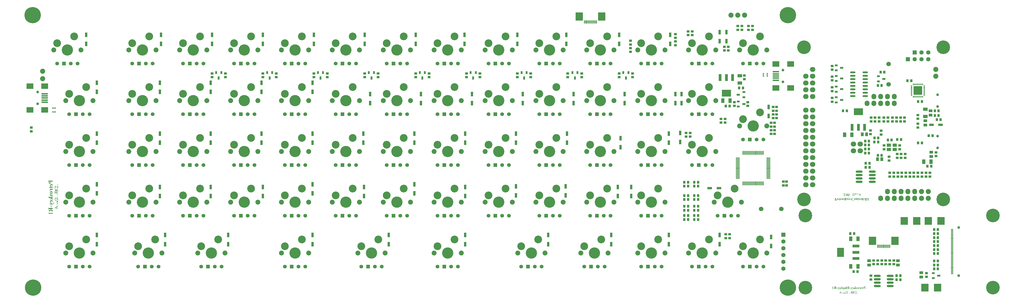
<source format=gbs>
G04 Layer_Color=16711935*
%FSLAX44Y44*%
%MOMM*%
G71*
G01*
G75*
%ADD54C,1.6000*%
%ADD87R,1.1000X1.4000*%
%ADD88R,0.9000X1.0000*%
%ADD89R,1.0000X0.9000*%
%ADD90R,1.2000X0.7500*%
%ADD91R,1.0000X0.7500*%
%ADD92R,0.7500X1.2000*%
%ADD93R,0.7500X1.0000*%
%ADD94R,1.4000X1.1000*%
%ADD95R,1.8000X1.2000*%
%ADD98R,0.6000X0.4000*%
%ADD99O,1.5000X0.4000*%
%ADD101R,2.3500X0.6000*%
%ADD102R,2.6000X2.1000*%
%ADD103R,2.8000X3.1000*%
%ADD104R,0.4000X1.3000*%
%ADD106R,1.2000X1.8000*%
%ADD107R,0.6000X0.4000*%
%ADD108R,0.4000X0.6000*%
%ADD110R,0.9000X1.7000*%
%ADD115C,5.1000*%
%ADD116O,2.1000X1.8000*%
%ADD117C,1.9000*%
%ADD118R,1.6000X1.6000*%
%ADD119O,1.8000X2.1000*%
%ADD120C,1.0000*%
%ADD121C,1.7000*%
%ADD122C,4.2000*%
%ADD123C,1.8500*%
%ADD124C,2.9000*%
%ADD125C,1.4000*%
%ADD126R,1.4000X1.4000*%
%ADD127R,1.6000X1.6000*%
%ADD128C,6.1000*%
%ADD129O,2.6000X0.8000*%
%ADD130R,1.4995X1.2498*%
%ADD131R,3.3000X3.3000*%
%ADD132R,1.1000X2.5000*%
%ADD133R,3.4000X2.5000*%
%ADD134O,2.0000X0.7000*%
%ADD135R,1.7000X0.9000*%
%ADD136R,0.9500X0.9000*%
%ADD137R,0.9500X0.4000*%
%ADD138R,2.7162X2.8432*%
%ADD139R,2.5000X1.1000*%
%ADD140R,2.5000X3.4000*%
%ADD141R,0.4000X0.6000*%
%ADD142O,0.4000X1.5000*%
%ADD143R,2.8000X3.1000*%
%ADD144R,0.4000X1.3000*%
G36*
X3056773Y1140751D02*
X3056815Y1140980D01*
X3056888Y1141178D01*
X3056971Y1141355D01*
X3057044Y1141501D01*
X3057117Y1141615D01*
X3057137Y1141657D01*
X3057159Y1141688D01*
X3057179Y1141699D01*
Y1141709D01*
X3057242Y1141782D01*
X3057325Y1141855D01*
X3057408Y1141938D01*
X3057513Y1142032D01*
X3057731Y1142209D01*
X3057950Y1142386D01*
X3058158Y1142542D01*
X3058252Y1142605D01*
X3058325Y1142667D01*
X3058398Y1142709D01*
X3058450Y1142750D01*
X3058481Y1142771D01*
X3058492Y1142782D01*
X3058616Y1142865D01*
X3058731Y1142948D01*
X3058824Y1143021D01*
X3058918Y1143084D01*
X3059075Y1143209D01*
X3059189Y1143303D01*
X3059283Y1143386D01*
X3059335Y1143438D01*
X3059366Y1143469D01*
X3059377Y1143480D01*
X3059449Y1143573D01*
X3059502Y1143657D01*
X3059533Y1143750D01*
X3059564Y1143834D01*
X3059574Y1143906D01*
X3059585Y1143969D01*
Y1144021D01*
X3059574Y1144125D01*
X3059554Y1144219D01*
X3059522Y1144292D01*
X3059481Y1144365D01*
X3059439Y1144427D01*
X3059408Y1144469D01*
X3059387Y1144490D01*
X3059377Y1144500D01*
X3059293Y1144563D01*
X3059210Y1144604D01*
X3059127Y1144646D01*
X3059043Y1144667D01*
X3058970Y1144677D01*
X3058908Y1144688D01*
X3058866D01*
X3058856D01*
X3058679Y1144667D01*
X3058512Y1144625D01*
X3058346Y1144552D01*
X3058200Y1144469D01*
X3058064Y1144396D01*
X3057971Y1144323D01*
X3057929Y1144302D01*
X3057898Y1144281D01*
X3057887Y1144261D01*
X3057877D01*
X3057690Y1144073D01*
X3057533Y1143875D01*
X3057387Y1143657D01*
X3057273Y1143438D01*
X3057190Y1143250D01*
X3057148Y1143167D01*
X3057117Y1143094D01*
X3057096Y1143032D01*
X3057075Y1142990D01*
X3057065Y1142959D01*
Y1142948D01*
X3056836D01*
X3056940Y1145167D01*
X3057169D01*
X3057221Y1145052D01*
X3057283Y1144969D01*
X3057346Y1144917D01*
X3057398Y1144875D01*
X3057450Y1144854D01*
X3057491Y1144833D01*
X3057513D01*
X3057523D01*
X3057554D01*
X3057596Y1144844D01*
X3057690Y1144875D01*
X3057731Y1144885D01*
X3057762Y1144906D01*
X3057783Y1144917D01*
X3057794D01*
X3058054Y1145010D01*
X3058293Y1145073D01*
X3058492Y1145125D01*
X3058669Y1145156D01*
X3058804Y1145177D01*
X3058897Y1145187D01*
X3058960D01*
X3058981D01*
X3059189Y1145177D01*
X3059377Y1145146D01*
X3059554Y1145104D01*
X3059710Y1145052D01*
X3059835Y1145010D01*
X3059929Y1144969D01*
X3059991Y1144938D01*
X3060012Y1144927D01*
X3060179Y1144823D01*
X3060324Y1144698D01*
X3060449Y1144573D01*
X3060553Y1144458D01*
X3060637Y1144344D01*
X3060689Y1144261D01*
X3060730Y1144198D01*
X3060741Y1144188D01*
Y1144177D01*
X3060824Y1143990D01*
X3060887Y1143802D01*
X3060939Y1143636D01*
X3060970Y1143480D01*
X3060991Y1143344D01*
X3061001Y1143250D01*
Y1143157D01*
X3060991Y1142948D01*
X3060949Y1142761D01*
X3060907Y1142584D01*
X3060845Y1142438D01*
X3060793Y1142313D01*
X3060741Y1142219D01*
X3060699Y1142157D01*
X3060689Y1142136D01*
X3060626Y1142042D01*
X3060543Y1141949D01*
X3060460Y1141855D01*
X3060356Y1141761D01*
X3060147Y1141574D01*
X3059929Y1141397D01*
X3059731Y1141240D01*
X3059647Y1141178D01*
X3059564Y1141126D01*
X3059502Y1141074D01*
X3059449Y1141043D01*
X3059418Y1141022D01*
X3059408Y1141011D01*
X3059231Y1140897D01*
X3059075Y1140782D01*
X3058939Y1140678D01*
X3058814Y1140584D01*
X3058700Y1140501D01*
X3058606Y1140428D01*
X3058523Y1140366D01*
X3058450Y1140303D01*
X3058387Y1140251D01*
X3058346Y1140210D01*
X3058273Y1140137D01*
X3058231Y1140095D01*
X3058221Y1140085D01*
X3058179Y1140022D01*
X3058148Y1139960D01*
X3058116Y1139845D01*
X3058106Y1139803D01*
X3058096Y1139772D01*
Y1139741D01*
X3058106Y1139658D01*
X3058127Y1139574D01*
X3058158Y1139501D01*
X3058189Y1139439D01*
X3058221Y1139397D01*
X3058252Y1139356D01*
X3058273Y1139335D01*
X3058283Y1139324D01*
X3058356Y1139262D01*
X3058439Y1139220D01*
X3058512Y1139178D01*
X3058585Y1139158D01*
X3058647Y1139147D01*
X3058700Y1139137D01*
X3058731D01*
X3058741D01*
X3058908Y1139147D01*
X3059064Y1139189D01*
X3059210Y1139241D01*
X3059335Y1139304D01*
X3059449Y1139376D01*
X3059533Y1139428D01*
X3059585Y1139470D01*
X3059606Y1139481D01*
X3059689Y1139553D01*
X3059772Y1139637D01*
X3059918Y1139824D01*
X3060064Y1140033D01*
X3060189Y1140251D01*
X3060293Y1140449D01*
X3060345Y1140532D01*
X3060376Y1140605D01*
X3060408Y1140668D01*
X3060428Y1140720D01*
X3060449Y1140751D01*
Y1140761D01*
X3060678D01*
X3060574Y1138658D01*
X3060345D01*
X3060283Y1138741D01*
X3060241Y1138804D01*
X3060199Y1138856D01*
X3060168Y1138897D01*
X3060137Y1138918D01*
X3060116Y1138939D01*
X3060106Y1138949D01*
X3060043Y1138970D01*
X3059980Y1138981D01*
X3059939Y1138991D01*
X3059929D01*
X3059918D01*
X3059825Y1138981D01*
X3059731Y1138939D01*
X3059689Y1138929D01*
X3059658Y1138908D01*
X3059637Y1138897D01*
X3059626D01*
X3059449Y1138814D01*
X3059283Y1138752D01*
X3059116Y1138699D01*
X3058970Y1138668D01*
X3058846Y1138647D01*
X3058741Y1138637D01*
X3058679D01*
X3058669D01*
X3058658D01*
X3058492Y1138647D01*
X3058335Y1138658D01*
X3058179Y1138689D01*
X3058044Y1138731D01*
X3057919Y1138772D01*
X3057804Y1138824D01*
X3057700Y1138876D01*
X3057606Y1138929D01*
X3057523Y1138981D01*
X3057450Y1139033D01*
X3057387Y1139085D01*
X3057336Y1139127D01*
X3057294Y1139168D01*
X3057263Y1139199D01*
X3057252Y1139210D01*
X3057242Y1139220D01*
X3057159Y1139324D01*
X3057086Y1139439D01*
X3056960Y1139668D01*
X3056877Y1139876D01*
X3056815Y1140085D01*
X3056783Y1140251D01*
X3056763Y1140324D01*
Y1140387D01*
X3056752Y1140439D01*
Y1140511D01*
X3056773Y1140751D01*
D02*
G37*
G36*
X3049962Y1142188D02*
X3049983Y1142417D01*
X3050025Y1142636D01*
X3050067Y1142844D01*
X3050129Y1143042D01*
X3050191Y1143230D01*
X3050254Y1143407D01*
X3050327Y1143563D01*
X3050400Y1143709D01*
X3050462Y1143844D01*
X3050525Y1143948D01*
X3050587Y1144042D01*
X3050629Y1144115D01*
X3050670Y1144177D01*
X3050691Y1144209D01*
X3050702Y1144219D01*
X3050847Y1144386D01*
X3051014Y1144542D01*
X3051181Y1144667D01*
X3051347Y1144781D01*
X3051524Y1144875D01*
X3051712Y1144948D01*
X3051878Y1145010D01*
X3052055Y1145062D01*
X3052212Y1145104D01*
X3052357Y1145135D01*
X3052493Y1145156D01*
X3052607Y1145177D01*
X3052701D01*
X3052774Y1145187D01*
X3052826D01*
X3052837D01*
X3053097Y1145177D01*
X3053336Y1145146D01*
X3053566Y1145094D01*
X3053784Y1145021D01*
X3053982Y1144938D01*
X3054170Y1144854D01*
X3054336Y1144750D01*
X3054482Y1144656D01*
X3054617Y1144552D01*
X3054732Y1144458D01*
X3054836Y1144375D01*
X3054919Y1144292D01*
X3054982Y1144219D01*
X3055023Y1144167D01*
X3055055Y1144136D01*
X3055065Y1144125D01*
X3055180Y1143959D01*
X3055284Y1143771D01*
X3055378Y1143594D01*
X3055450Y1143407D01*
X3055513Y1143219D01*
X3055565Y1143042D01*
X3055648Y1142688D01*
X3055680Y1142532D01*
X3055700Y1142386D01*
X3055711Y1142251D01*
X3055721Y1142136D01*
X3055732Y1142042D01*
Y1141917D01*
X3055721Y1141584D01*
X3055680Y1141272D01*
X3055617Y1140991D01*
X3055586Y1140855D01*
X3055555Y1140741D01*
X3055513Y1140626D01*
X3055482Y1140532D01*
X3055450Y1140449D01*
X3055430Y1140376D01*
X3055398Y1140314D01*
X3055388Y1140272D01*
X3055367Y1140251D01*
Y1140241D01*
X3055221Y1139970D01*
X3055055Y1139731D01*
X3054878Y1139522D01*
X3054711Y1139356D01*
X3054555Y1139231D01*
X3054430Y1139127D01*
X3054378Y1139095D01*
X3054347Y1139074D01*
X3054326Y1139054D01*
X3054315D01*
X3054055Y1138918D01*
X3053795Y1138814D01*
X3053534Y1138741D01*
X3053305Y1138689D01*
X3053201Y1138668D01*
X3053107Y1138658D01*
X3053024Y1138647D01*
X3052951D01*
X3052899Y1138637D01*
X3052857D01*
X3052826D01*
X3052816D01*
X3052576Y1138647D01*
X3052347Y1138679D01*
X3052128Y1138731D01*
X3051920Y1138793D01*
X3051733Y1138866D01*
X3051566Y1138949D01*
X3051410Y1139043D01*
X3051264Y1139127D01*
X3051139Y1139220D01*
X3051024Y1139314D01*
X3050931Y1139397D01*
X3050858Y1139470D01*
X3050795Y1139533D01*
X3050743Y1139585D01*
X3050722Y1139616D01*
X3050712Y1139626D01*
X3050577Y1139814D01*
X3050462Y1140012D01*
X3050358Y1140210D01*
X3050275Y1140407D01*
X3050202Y1140605D01*
X3050139Y1140793D01*
X3050087Y1140980D01*
X3050045Y1141157D01*
X3050014Y1141324D01*
X3049994Y1141470D01*
X3049973Y1141605D01*
X3049962Y1141720D01*
Y1141824D01*
X3049952Y1141886D01*
Y1141949D01*
X3049962Y1142188D01*
D02*
G37*
G36*
X3065135Y1145000D02*
Y1144771D01*
X3064990Y1144750D01*
X3064875Y1144719D01*
X3064781Y1144688D01*
X3064709Y1144646D01*
X3064646Y1144615D01*
X3064615Y1144583D01*
X3064594Y1144563D01*
X3064584Y1144552D01*
X3064563Y1144510D01*
X3064542Y1144458D01*
X3064511Y1144333D01*
X3064490Y1144188D01*
X3064479Y1144042D01*
X3064469Y1143896D01*
X3064459Y1143771D01*
Y1142553D01*
X3064854Y1142157D01*
X3066073Y1143959D01*
X3066166Y1144104D01*
X3066239Y1144219D01*
X3066281Y1144323D01*
X3066323Y1144396D01*
X3066343Y1144448D01*
X3066354Y1144490D01*
Y1144521D01*
X3066343Y1144583D01*
X3066312Y1144646D01*
X3066271Y1144688D01*
X3066260Y1144698D01*
X3066219Y1144719D01*
X3066177Y1144740D01*
X3066073Y1144760D01*
X3066021Y1144771D01*
X3065979D01*
X3065958D01*
X3065948D01*
Y1145000D01*
X3069145D01*
Y1144771D01*
X3069020Y1144750D01*
X3068916Y1144719D01*
X3068812Y1144677D01*
X3068728Y1144635D01*
X3068666Y1144594D01*
X3068614Y1144552D01*
X3068582Y1144531D01*
X3068572Y1144521D01*
X3068531Y1144479D01*
X3068478Y1144417D01*
X3068416Y1144323D01*
X3068343Y1144229D01*
X3068260Y1144115D01*
X3068166Y1143990D01*
X3067989Y1143729D01*
X3067812Y1143480D01*
X3067739Y1143365D01*
X3067666Y1143271D01*
X3067614Y1143188D01*
X3067572Y1143115D01*
X3067541Y1143073D01*
X3067531Y1143063D01*
X3066083Y1140938D01*
X3066750Y1140272D01*
X3066906Y1140116D01*
X3067052Y1139980D01*
X3067177Y1139855D01*
X3067302Y1139751D01*
X3067406Y1139658D01*
X3067499Y1139574D01*
X3067583Y1139501D01*
X3067656Y1139439D01*
X3067770Y1139345D01*
X3067854Y1139283D01*
X3067906Y1139251D01*
X3067916Y1139241D01*
X3068031Y1139178D01*
X3068156Y1139137D01*
X3068270Y1139095D01*
X3068374Y1139074D01*
X3068468Y1139054D01*
X3068551D01*
X3068593Y1139043D01*
X3068614D01*
Y1138814D01*
X3065844D01*
Y1139043D01*
X3065989Y1139064D01*
X3066115Y1139095D01*
X3066208Y1139127D01*
X3066292Y1139158D01*
X3066343Y1139189D01*
X3066385Y1139210D01*
X3066406Y1139220D01*
X3066416Y1139231D01*
X3066469Y1139272D01*
X3066500Y1139324D01*
X3066541Y1139428D01*
X3066552Y1139470D01*
X3066562Y1139501D01*
Y1139595D01*
X3066541Y1139668D01*
X3066510Y1139783D01*
X3066489Y1139835D01*
X3066469Y1139876D01*
X3066458Y1139897D01*
X3066448Y1139908D01*
X3066396Y1139991D01*
X3066323Y1140095D01*
X3066229Y1140199D01*
X3066135Y1140303D01*
X3066042Y1140397D01*
X3065969Y1140470D01*
X3065917Y1140522D01*
X3065906Y1140532D01*
X3065896Y1140543D01*
X3064459Y1141959D01*
Y1136033D01*
X3061938D01*
Y1136263D01*
X3062074Y1136294D01*
X3062188Y1136325D01*
X3062282Y1136367D01*
X3062355Y1136408D01*
X3062407Y1136440D01*
X3062449Y1136471D01*
X3062459Y1136492D01*
X3062469Y1136502D01*
X3062491Y1136544D01*
X3062511Y1136585D01*
X3062553Y1136710D01*
X3062574Y1136856D01*
X3062584Y1137002D01*
X3062595Y1137148D01*
X3062605Y1137262D01*
Y1143896D01*
X3062595Y1144000D01*
X3062584Y1144094D01*
X3062574Y1144177D01*
Y1144250D01*
X3062553Y1144354D01*
X3062532Y1144438D01*
X3062511Y1144490D01*
X3062501Y1144510D01*
X3062491Y1144521D01*
X3062418Y1144594D01*
X3062334Y1144656D01*
X3062240Y1144698D01*
X3062157Y1144729D01*
X3062074Y1144750D01*
X3062001Y1144760D01*
X3061959Y1144771D01*
X3061938D01*
Y1145000D01*
X3065135D01*
D02*
G37*
G36*
X3075247Y1139085D02*
X3075341Y1139137D01*
X3075435Y1139189D01*
X3075508Y1139251D01*
X3075570Y1139304D01*
X3075612Y1139345D01*
X3075643Y1139376D01*
X3075654Y1139387D01*
X3075695Y1139439D01*
X3075747Y1139512D01*
X3075800Y1139595D01*
X3075851Y1139689D01*
X3075966Y1139897D01*
X3076070Y1140116D01*
X3076164Y1140324D01*
X3076206Y1140418D01*
X3076247Y1140501D01*
X3076278Y1140574D01*
X3076299Y1140626D01*
X3076320Y1140657D01*
Y1140668D01*
X3078309Y1145239D01*
X3078111Y1145750D01*
X3078049Y1145927D01*
X3077986Y1146083D01*
X3077924Y1146239D01*
X3077861Y1146364D01*
X3077809Y1146479D01*
X3077757Y1146583D01*
X3077715Y1146677D01*
X3077674Y1146760D01*
X3077632Y1146822D01*
X3077601Y1146874D01*
X3077538Y1146958D01*
X3077507Y1147010D01*
X3077497Y1147020D01*
X3077434Y1147083D01*
X3077372Y1147135D01*
X3077310Y1147166D01*
X3077268Y1147197D01*
X3077226Y1147208D01*
X3077195Y1147218D01*
X3077174D01*
X3077164D01*
X3077101Y1147208D01*
X3077049Y1147177D01*
X3077028Y1147156D01*
X3077018Y1147145D01*
X3076997Y1147114D01*
X3076987Y1147062D01*
X3076966Y1146947D01*
X3076955Y1146895D01*
Y1146812D01*
X3076945Y1146656D01*
X3076914Y1146531D01*
X3076883Y1146416D01*
X3076841Y1146322D01*
X3076799Y1146260D01*
X3076768Y1146208D01*
X3076747Y1146177D01*
X3076737Y1146166D01*
X3076653Y1146093D01*
X3076570Y1146041D01*
X3076487Y1146010D01*
X3076404Y1145979D01*
X3076331Y1145968D01*
X3076268Y1145958D01*
X3076227D01*
X3076216D01*
X3076091Y1145968D01*
X3075977Y1146000D01*
X3075883Y1146041D01*
X3075800Y1146083D01*
X3075727Y1146125D01*
X3075674Y1146166D01*
X3075643Y1146198D01*
X3075633Y1146208D01*
X3075560Y1146302D01*
X3075497Y1146416D01*
X3075456Y1146520D01*
X3075435Y1146614D01*
X3075414Y1146708D01*
X3075404Y1146781D01*
Y1146843D01*
X3075414Y1147000D01*
X3075456Y1147145D01*
X3075508Y1147270D01*
X3075570Y1147385D01*
X3075633Y1147468D01*
X3075685Y1147541D01*
X3075727Y1147583D01*
X3075737Y1147593D01*
X3075872Y1147697D01*
X3076018Y1147781D01*
X3076174Y1147833D01*
X3076310Y1147874D01*
X3076445Y1147895D01*
X3076539Y1147906D01*
X3076581Y1147916D01*
X3076612D01*
X3076622D01*
X3076633D01*
X3076758Y1147906D01*
X3076883Y1147895D01*
X3077101Y1147833D01*
X3077299Y1147739D01*
X3077455Y1147635D01*
X3077591Y1147531D01*
X3077684Y1147437D01*
X3077747Y1147374D01*
X3077768Y1147364D01*
Y1147354D01*
X3077830Y1147260D01*
X3077903Y1147145D01*
X3077986Y1147010D01*
X3078070Y1146854D01*
X3078143Y1146687D01*
X3078226Y1146510D01*
X3078393Y1146156D01*
X3078465Y1145979D01*
X3078538Y1145812D01*
X3078601Y1145656D01*
X3078663Y1145521D01*
X3078705Y1145406D01*
X3078736Y1145323D01*
X3078757Y1145271D01*
X3078767Y1145250D01*
X3080527Y1140668D01*
X3080611Y1140460D01*
X3080684Y1140272D01*
X3080757Y1140105D01*
X3080819Y1139960D01*
X3080881Y1139824D01*
X3080934Y1139720D01*
X3080986Y1139616D01*
X3081027Y1139543D01*
X3081058Y1139470D01*
X3081090Y1139418D01*
X3081121Y1139376D01*
X3081142Y1139345D01*
X3081163Y1139304D01*
X3081173Y1139293D01*
X3081246Y1139220D01*
X3081329Y1139168D01*
X3081413Y1139127D01*
X3081496Y1139085D01*
X3081569Y1139064D01*
X3081621Y1139054D01*
X3081663Y1139043D01*
X3081673D01*
Y1138814D01*
X3079590D01*
Y1139043D01*
X3079736Y1139054D01*
X3079861Y1139074D01*
X3079955Y1139106D01*
X3080038Y1139137D01*
X3080090Y1139158D01*
X3080132Y1139189D01*
X3080153Y1139199D01*
X3080163Y1139210D01*
X3080215Y1139272D01*
X3080257Y1139335D01*
X3080288Y1139397D01*
X3080309Y1139460D01*
X3080319Y1139522D01*
X3080330Y1139564D01*
Y1139689D01*
X3080309Y1139772D01*
X3080267Y1139991D01*
X3080204Y1140220D01*
X3080132Y1140449D01*
X3080059Y1140657D01*
X3080027Y1140751D01*
X3079996Y1140834D01*
X3079976Y1140907D01*
X3079955Y1140959D01*
X3079934Y1140991D01*
Y1141001D01*
X3079215Y1142876D01*
X3078163Y1140449D01*
X3078101Y1140314D01*
X3078049Y1140189D01*
X3078007Y1140074D01*
X3077976Y1139980D01*
X3077914Y1139803D01*
X3077872Y1139668D01*
X3077851Y1139564D01*
X3077841Y1139501D01*
X3077830Y1139460D01*
Y1139449D01*
X3077841Y1139397D01*
X3077851Y1139345D01*
X3077903Y1139251D01*
X3077945Y1139199D01*
X3077955Y1139178D01*
X3077966D01*
X3078028Y1139137D01*
X3078091Y1139106D01*
X3078247Y1139064D01*
X3078320Y1139054D01*
X3078372Y1139043D01*
X3078413D01*
X3078424D01*
Y1138814D01*
X3075133D01*
Y1139043D01*
X3075247Y1139085D01*
D02*
G37*
G36*
X3069551Y1142251D02*
X3069561Y1142469D01*
X3069593Y1142688D01*
X3069624Y1142886D01*
X3069676Y1143073D01*
X3069718Y1143240D01*
X3069770Y1143407D01*
X3069822Y1143552D01*
X3069874Y1143677D01*
X3069926Y1143802D01*
X3069978Y1143896D01*
X3070020Y1143979D01*
X3070051Y1144052D01*
X3070082Y1144094D01*
X3070092Y1144125D01*
X3070103Y1144136D01*
X3070238Y1144323D01*
X3070395Y1144479D01*
X3070561Y1144625D01*
X3070728Y1144740D01*
X3070905Y1144844D01*
X3071071Y1144927D01*
X3071248Y1145000D01*
X3071415Y1145052D01*
X3071571Y1145104D01*
X3071717Y1145135D01*
X3071842Y1145156D01*
X3071957Y1145167D01*
X3072050Y1145177D01*
X3072123Y1145187D01*
X3072175D01*
X3072186D01*
X3072477Y1145167D01*
X3072748Y1145125D01*
X3072988Y1145052D01*
X3073185Y1144969D01*
X3073279Y1144938D01*
X3073363Y1144896D01*
X3073425Y1144854D01*
X3073488Y1144823D01*
X3073529Y1144802D01*
X3073560Y1144781D01*
X3073581Y1144760D01*
X3073592D01*
X3073706Y1144677D01*
X3073821Y1144573D01*
X3074029Y1144354D01*
X3074217Y1144115D01*
X3074383Y1143875D01*
X3074518Y1143646D01*
X3074581Y1143552D01*
X3074623Y1143469D01*
X3074664Y1143396D01*
X3074696Y1143344D01*
X3074706Y1143313D01*
X3074716Y1143303D01*
X3074487Y1143157D01*
X3074352Y1143355D01*
X3074217Y1143532D01*
X3074102Y1143667D01*
X3073998Y1143771D01*
X3073914Y1143854D01*
X3073842Y1143917D01*
X3073800Y1143948D01*
X3073790Y1143959D01*
X3073665Y1144032D01*
X3073540Y1144083D01*
X3073425Y1144125D01*
X3073311Y1144146D01*
X3073217Y1144167D01*
X3073134Y1144177D01*
X3073092D01*
X3073071D01*
X3072957Y1144167D01*
X3072842Y1144156D01*
X3072623Y1144094D01*
X3072436Y1144011D01*
X3072279Y1143906D01*
X3072144Y1143802D01*
X3072050Y1143719D01*
X3071988Y1143657D01*
X3071978Y1143646D01*
X3071967Y1143636D01*
X3071863Y1143490D01*
X3071769Y1143344D01*
X3071686Y1143188D01*
X3071613Y1143021D01*
X3071498Y1142699D01*
X3071425Y1142386D01*
X3071394Y1142240D01*
X3071374Y1142105D01*
X3071353Y1141990D01*
X3071342Y1141886D01*
X3071332Y1141793D01*
X3071321Y1141730D01*
Y1141678D01*
X3074716D01*
X3074696Y1141407D01*
X3074664Y1141147D01*
X3074623Y1140907D01*
X3074571Y1140689D01*
X3074518Y1140491D01*
X3074456Y1140303D01*
X3074383Y1140126D01*
X3074321Y1139980D01*
X3074248Y1139845D01*
X3074185Y1139731D01*
X3074133Y1139637D01*
X3074071Y1139553D01*
X3074029Y1139491D01*
X3073998Y1139439D01*
X3073977Y1139418D01*
X3073967Y1139408D01*
X3073831Y1139272D01*
X3073696Y1139158D01*
X3073560Y1139054D01*
X3073425Y1138960D01*
X3073279Y1138887D01*
X3073144Y1138824D01*
X3073019Y1138772D01*
X3072894Y1138731D01*
X3072780Y1138699D01*
X3072665Y1138679D01*
X3072571Y1138658D01*
X3072488Y1138647D01*
X3072425Y1138637D01*
X3072373D01*
X3072342D01*
X3072332D01*
X3072123Y1138647D01*
X3071925Y1138679D01*
X3071738Y1138720D01*
X3071551Y1138783D01*
X3071384Y1138845D01*
X3071217Y1138929D01*
X3071071Y1139012D01*
X3070936Y1139095D01*
X3070811Y1139178D01*
X3070697Y1139262D01*
X3070603Y1139345D01*
X3070520Y1139408D01*
X3070457Y1139470D01*
X3070415Y1139512D01*
X3070384Y1139543D01*
X3070374Y1139553D01*
X3070228Y1139731D01*
X3070103Y1139918D01*
X3069988Y1140126D01*
X3069895Y1140324D01*
X3069811Y1140532D01*
X3069749Y1140741D01*
X3069686Y1140938D01*
X3069645Y1141126D01*
X3069614Y1141313D01*
X3069582Y1141480D01*
X3069561Y1141636D01*
X3069551Y1141761D01*
Y1141876D01*
X3069541Y1141949D01*
Y1142022D01*
X3069551Y1142251D01*
D02*
G37*
G36*
X3047286Y1145000D02*
Y1144771D01*
X3047161Y1144760D01*
X3047047Y1144750D01*
X3046953Y1144740D01*
X3046880Y1144719D01*
X3046828Y1144708D01*
X3046786Y1144688D01*
X3046765Y1144677D01*
X3046755D01*
X3046651Y1144604D01*
X3046578Y1144510D01*
X3046557Y1144469D01*
X3046536Y1144438D01*
X3046526Y1144417D01*
Y1144406D01*
X3046515Y1144354D01*
X3046505Y1144281D01*
X3046494Y1144209D01*
Y1144125D01*
X3046484Y1144042D01*
Y1143917D01*
X3046474Y1143552D01*
Y1142126D01*
X3046484Y1141844D01*
X3046505Y1141584D01*
X3046536Y1141345D01*
X3046578Y1141136D01*
X3046599Y1141043D01*
X3046619Y1140959D01*
X3046630Y1140886D01*
X3046651Y1140834D01*
X3046661Y1140782D01*
X3046671Y1140751D01*
X3046682Y1140730D01*
Y1140720D01*
X3046744Y1140574D01*
X3046807Y1140439D01*
X3046880Y1140334D01*
X3046942Y1140241D01*
X3047005Y1140168D01*
X3047057Y1140116D01*
X3047088Y1140085D01*
X3047098Y1140074D01*
X3047161Y1140022D01*
X3047224Y1139991D01*
X3047348Y1139949D01*
X3047390Y1139939D01*
X3047432Y1139928D01*
X3047453D01*
X3047463D01*
X3047526Y1139939D01*
X3047567Y1139949D01*
X3047598Y1139960D01*
X3047609Y1139970D01*
X3047640Y1139991D01*
X3047682Y1140022D01*
X3047775Y1140105D01*
X3047827Y1140147D01*
X3047869Y1140189D01*
X3047900Y1140210D01*
X3047911Y1140220D01*
X3048015Y1140293D01*
X3048119Y1140345D01*
X3048223Y1140387D01*
X3048317Y1140407D01*
X3048400Y1140428D01*
X3048463Y1140439D01*
X3048515D01*
X3048525D01*
X3048629Y1140428D01*
X3048734Y1140397D01*
X3048817Y1140366D01*
X3048890Y1140314D01*
X3048952Y1140272D01*
X3048994Y1140241D01*
X3049025Y1140210D01*
X3049036Y1140199D01*
X3049108Y1140105D01*
X3049160Y1139991D01*
X3049202Y1139876D01*
X3049223Y1139762D01*
X3049244Y1139668D01*
X3049254Y1139585D01*
Y1139512D01*
X3049244Y1139366D01*
X3049223Y1139231D01*
X3049181Y1139127D01*
X3049150Y1139033D01*
X3049108Y1138960D01*
X3049067Y1138908D01*
X3049046Y1138876D01*
X3049036Y1138866D01*
X3048952Y1138793D01*
X3048848Y1138731D01*
X3048754Y1138689D01*
X3048661Y1138668D01*
X3048577Y1138647D01*
X3048515Y1138637D01*
X3048473D01*
X3048452D01*
X3048286Y1138647D01*
X3048130Y1138689D01*
X3047973Y1138741D01*
X3047838Y1138793D01*
X3047713Y1138856D01*
X3047630Y1138908D01*
X3047567Y1138949D01*
X3047557Y1138960D01*
X3047546D01*
X3047463Y1139022D01*
X3047369Y1139106D01*
X3047275Y1139189D01*
X3047182Y1139293D01*
X3047005Y1139501D01*
X3046838Y1139710D01*
X3046692Y1139908D01*
X3046630Y1140001D01*
X3046578Y1140074D01*
X3046536Y1140137D01*
X3046505Y1140189D01*
X3046484Y1140220D01*
X3046474Y1140230D01*
Y1138814D01*
X3043943D01*
Y1139043D01*
X3044047Y1139064D01*
X3044141Y1139085D01*
X3044224Y1139106D01*
X3044276Y1139127D01*
X3044328Y1139147D01*
X3044360Y1139158D01*
X3044370Y1139178D01*
X3044380D01*
X3044464Y1139251D01*
X3044526Y1139345D01*
X3044547Y1139387D01*
X3044557Y1139418D01*
X3044568Y1139439D01*
Y1139449D01*
X3044589Y1139522D01*
X3044609Y1139616D01*
X3044620Y1139731D01*
Y1139845D01*
X3044630Y1139949D01*
Y1143688D01*
X3044620Y1143823D01*
Y1143938D01*
X3044609Y1144042D01*
X3044599Y1144136D01*
X3044589Y1144219D01*
X3044568Y1144292D01*
X3044557Y1144354D01*
X3044526Y1144448D01*
X3044505Y1144510D01*
X3044495Y1144542D01*
X3044485Y1144552D01*
X3044422Y1144615D01*
X3044339Y1144667D01*
X3044245Y1144708D01*
X3044162Y1144729D01*
X3044078Y1144750D01*
X3044005Y1144760D01*
X3043964Y1144771D01*
X3043943D01*
Y1145000D01*
X3047286D01*
D02*
G37*
G36*
X3113714Y1161865D02*
X3113735Y1161938D01*
X3113766Y1162000D01*
X3113808Y1162063D01*
X3113849Y1162104D01*
X3113881Y1162135D01*
X3113901Y1162156D01*
X3113912Y1162167D01*
X3114047Y1162250D01*
X3114162Y1162333D01*
X3114214Y1162365D01*
X3114255Y1162385D01*
X3114276Y1162396D01*
X3114287Y1162406D01*
X3114432Y1162281D01*
X3114557Y1162167D01*
X3114662Y1162083D01*
X3114755Y1162000D01*
X3114828Y1161938D01*
X3114880Y1161896D01*
X3114911Y1161875D01*
X3114922Y1161865D01*
X3115016Y1161709D01*
X3115047Y1161656D01*
X3115078Y1161604D01*
X3115099Y1161563D01*
X3115109Y1161532D01*
X3115120Y1161521D01*
Y1161511D01*
X3115151Y1161396D01*
X3115172Y1161302D01*
X3115193Y1161250D01*
Y1161229D01*
X3115276Y1161115D01*
X3115359Y1161021D01*
X3115422Y1160938D01*
X3115484Y1160875D01*
X3115526Y1160823D01*
X3115557Y1160782D01*
X3115578Y1160761D01*
X3115588Y1160750D01*
X3115661Y1160615D01*
X3115724Y1160500D01*
X3115797Y1160396D01*
X3115870Y1160303D01*
X3115942Y1160230D01*
X3116005Y1160167D01*
X3116068Y1160115D01*
X3116130Y1160073D01*
X3116245Y1160011D01*
X3116328Y1159980D01*
X3116380Y1159959D01*
X3116401D01*
X3116505Y1160042D01*
X3116578Y1159990D01*
X3116630Y1159969D01*
X3116671Y1159959D01*
X3116692D01*
X3116870D01*
X3117057Y1159969D01*
X3117442Y1160001D01*
X3117848Y1160053D01*
X3118046Y1160084D01*
X3118234Y1160105D01*
X3118411Y1160136D01*
X3118577Y1160167D01*
X3118723Y1160188D01*
X3118848Y1160209D01*
X3118952Y1160230D01*
X3119036Y1160250D01*
X3119077Y1160261D01*
X3119098D01*
X3119337Y1160313D01*
X3119577Y1160376D01*
X3119796Y1160438D01*
X3119983Y1160500D01*
X3120150Y1160563D01*
X3120212Y1160594D01*
X3120275Y1160615D01*
X3120316Y1160625D01*
X3120348Y1160646D01*
X3120369Y1160657D01*
X3120379D01*
X3120421Y1160677D01*
X3120473Y1160698D01*
X3120608Y1160782D01*
X3120670Y1160823D01*
X3120723Y1160865D01*
X3120764Y1160886D01*
X3120775Y1160896D01*
X3120869Y1160959D01*
X3120941Y1161000D01*
X3121004Y1161042D01*
X3121046Y1161063D01*
X3121066Y1161073D01*
X3121087Y1161084D01*
X3121097D01*
X3121524D01*
X3121618D01*
X3121691Y1161063D01*
X3121764Y1161042D01*
X3121816Y1161021D01*
X3121910Y1160948D01*
X3121972Y1160865D01*
X3122003Y1160792D01*
X3122024Y1160719D01*
X3122035Y1160677D01*
Y1160657D01*
X3122024Y1160605D01*
X3122003Y1160553D01*
X3121941Y1160417D01*
X3121910Y1160355D01*
X3121878Y1160303D01*
X3121858Y1160271D01*
X3121847Y1160261D01*
X3121785Y1160157D01*
X3121733Y1160063D01*
X3121681Y1159990D01*
X3121649Y1159938D01*
X3121618Y1159896D01*
X3121597Y1159876D01*
X3121587Y1159855D01*
X3121493Y1159636D01*
X3121410Y1159417D01*
X3121327Y1159230D01*
X3121264Y1159043D01*
X3121201Y1158866D01*
X3121139Y1158709D01*
X3121097Y1158574D01*
X3121056Y1158438D01*
X3121014Y1158324D01*
X3120983Y1158220D01*
X3120962Y1158137D01*
X3120941Y1158064D01*
X3120931Y1158011D01*
X3120920Y1157970D01*
X3120910Y1157949D01*
Y1157939D01*
X3120837Y1157605D01*
X3120775Y1157272D01*
X3120712Y1156939D01*
X3120650Y1156637D01*
X3120629Y1156501D01*
X3120608Y1156376D01*
X3120587Y1156262D01*
X3120577Y1156168D01*
X3120566Y1156085D01*
X3120556Y1156033D01*
X3120545Y1155991D01*
Y1155981D01*
X3120483Y1155762D01*
X3120421Y1155543D01*
X3120358Y1155346D01*
X3120306Y1155169D01*
X3120264Y1155023D01*
X3120223Y1154908D01*
X3120212Y1154866D01*
X3120202Y1154835D01*
X3120191Y1154825D01*
Y1154814D01*
X3120139Y1154669D01*
X3120098Y1154544D01*
X3120067Y1154429D01*
X3120035Y1154335D01*
X3120004Y1154252D01*
X3119983Y1154179D01*
X3119973Y1154127D01*
X3119952Y1154085D01*
X3119931Y1154023D01*
X3119921Y1153992D01*
Y1153981D01*
X3119868Y1153836D01*
X3119817Y1153710D01*
X3119754Y1153596D01*
X3119691Y1153502D01*
X3119629Y1153429D01*
X3119567Y1153356D01*
X3119504Y1153304D01*
X3119452Y1153263D01*
X3119348Y1153200D01*
X3119254Y1153169D01*
X3119202Y1153159D01*
X3119192D01*
X3119181Y1153169D01*
X3119171D01*
X3119119Y1153190D01*
X3119067Y1153211D01*
X3119056Y1153221D01*
X3119046D01*
X3118671Y1153731D01*
X3118650Y1153836D01*
X3118640Y1153919D01*
Y1153981D01*
X3117932Y1155169D01*
X3117900Y1155283D01*
X3117880Y1155377D01*
X3117859Y1155429D01*
Y1155450D01*
X3117671Y1155741D01*
X3117494Y1156022D01*
X3117328Y1156283D01*
X3117171Y1156533D01*
X3117036Y1156751D01*
X3116901Y1156960D01*
X3116786Y1157147D01*
X3116682Y1157314D01*
X3116588Y1157470D01*
X3116505Y1157605D01*
X3116442Y1157710D01*
X3116390Y1157803D01*
X3116338Y1157876D01*
X3116307Y1157928D01*
X3116297Y1157960D01*
X3116286Y1157970D01*
X3116213Y1158053D01*
X3116140Y1158137D01*
X3116078Y1158199D01*
X3116036Y1158241D01*
X3115995Y1158282D01*
X3115963Y1158314D01*
X3115953Y1158324D01*
X3115942Y1158334D01*
X3115870Y1158459D01*
X3115807Y1158564D01*
X3115745Y1158657D01*
X3115703Y1158740D01*
X3115661Y1158813D01*
X3115620Y1158866D01*
X3115568Y1158959D01*
X3115536Y1159011D01*
X3115516Y1159043D01*
X3115505Y1159053D01*
X3115453Y1159115D01*
X3115380Y1159167D01*
X3115307Y1159220D01*
X3115224Y1159272D01*
X3115141Y1159313D01*
X3115078Y1159344D01*
X3115037Y1159365D01*
X3115016Y1159376D01*
X3114870Y1159449D01*
X3114734Y1159501D01*
X3114682Y1159532D01*
X3114641Y1159542D01*
X3114620Y1159563D01*
X3114609D01*
X3114568Y1159594D01*
X3114547Y1159636D01*
X3114505Y1159709D01*
X3114495Y1159771D01*
Y1159803D01*
X3114505Y1159855D01*
Y1159886D01*
X3114526Y1160011D01*
X3114547Y1160094D01*
X3114557Y1160157D01*
X3114568Y1160209D01*
X3114578Y1160230D01*
X3114589Y1160240D01*
Y1160271D01*
X3114578Y1160282D01*
X3114516Y1160396D01*
X3114443Y1160511D01*
X3114370Y1160615D01*
X3114308Y1160719D01*
X3114245Y1160803D01*
X3114193Y1160865D01*
X3114162Y1160907D01*
X3114151Y1160917D01*
X3114016Y1161073D01*
X3113891Y1161209D01*
X3113839Y1161271D01*
X3113797Y1161313D01*
X3113777Y1161334D01*
X3113766Y1161344D01*
X3113745Y1161386D01*
X3113735Y1161448D01*
X3113714Y1161594D01*
X3113704Y1161667D01*
Y1161781D01*
X3113714Y1161865D01*
D02*
G37*
G36*
X3111923Y1162010D02*
X3111944Y1162073D01*
X3111975Y1162135D01*
X3112027Y1162188D01*
X3112131Y1162271D01*
X3112267Y1162323D01*
X3112391Y1162365D01*
X3112506Y1162375D01*
X3112548Y1162385D01*
X3112579D01*
X3112599D01*
X3112610D01*
X3112756Y1162365D01*
X3112881Y1162323D01*
X3112985Y1162260D01*
X3113079Y1162188D01*
X3113152Y1162125D01*
X3113214Y1162063D01*
X3113245Y1162021D01*
X3113256Y1162000D01*
X3113224Y1161979D01*
X3113204Y1161938D01*
X3113183Y1161886D01*
X3113172Y1161823D01*
Y1161771D01*
X3113162Y1161719D01*
Y1161677D01*
X3113141Y1161604D01*
X3113099Y1161521D01*
X3113027Y1161417D01*
X3112954Y1161313D01*
X3112881Y1161209D01*
X3112808Y1161125D01*
X3112766Y1161073D01*
X3112745Y1161052D01*
X3112318D01*
X3112183Y1161250D01*
X3112079Y1161427D01*
X3112017Y1161573D01*
X3111964Y1161698D01*
X3111933Y1161802D01*
X3111923Y1161865D01*
X3111912Y1161917D01*
Y1161927D01*
X3111923Y1162010D01*
D02*
G37*
G36*
X3029551Y1145000D02*
Y1144760D01*
X3029343D01*
X3029155Y1144740D01*
X3029009Y1144729D01*
X3028895Y1144708D01*
X3028812Y1144688D01*
X3028749Y1144677D01*
X3028718Y1144656D01*
X3028707D01*
X3028635Y1144615D01*
X3028562Y1144563D01*
X3028510Y1144510D01*
X3028468Y1144458D01*
X3028437Y1144417D01*
X3028416Y1144386D01*
X3028395Y1144365D01*
Y1144354D01*
X3028384Y1144313D01*
X3028364Y1144261D01*
X3028343Y1144125D01*
X3028333Y1143979D01*
X3028322Y1143823D01*
X3028311Y1143667D01*
Y1140949D01*
X3028582D01*
X3028843Y1140938D01*
X3029072D01*
X3029290Y1140928D01*
X3029489Y1140907D01*
X3029666Y1140897D01*
X3029822Y1140886D01*
X3029967Y1140866D01*
X3030092Y1140855D01*
X3030197Y1140845D01*
X3030280Y1140824D01*
X3030353Y1140814D01*
X3030405Y1140803D01*
X3030446D01*
X3030467Y1140793D01*
X3030478D01*
X3030811Y1140689D01*
X3031113Y1140564D01*
X3031248Y1140501D01*
X3031363Y1140428D01*
X3031477Y1140355D01*
X3031582Y1140293D01*
X3031665Y1140220D01*
X3031748Y1140157D01*
X3031811Y1140105D01*
X3031863Y1140053D01*
X3031915Y1140012D01*
X3031946Y1139980D01*
X3031956Y1139960D01*
X3031967Y1139949D01*
X3032061Y1139824D01*
X3032155Y1139710D01*
X3032227Y1139574D01*
X3032290Y1139449D01*
X3032383Y1139199D01*
X3032446Y1138960D01*
X3032477Y1138856D01*
X3032487Y1138762D01*
X3032498Y1138668D01*
X3032509Y1138595D01*
X3032519Y1138533D01*
Y1138450D01*
X3032509Y1138262D01*
X3032487Y1138075D01*
X3032446Y1137908D01*
X3032383Y1137741D01*
X3032321Y1137596D01*
X3032248Y1137450D01*
X3032175Y1137325D01*
X3032102Y1137200D01*
X3032019Y1137096D01*
X3031946Y1137002D01*
X3031873Y1136919D01*
X3031811Y1136856D01*
X3031759Y1136804D01*
X3031717Y1136762D01*
X3031686Y1136742D01*
X3031675Y1136731D01*
X3031509Y1136606D01*
X3031311Y1136502D01*
X3031103Y1136408D01*
X3030884Y1136325D01*
X3030655Y1136263D01*
X3030426Y1136200D01*
X3029978Y1136117D01*
X3029759Y1136096D01*
X3029561Y1136075D01*
X3029374Y1136054D01*
X3029218Y1136044D01*
X3029093Y1136033D01*
X3028989D01*
X3028926D01*
X3028916D01*
X3028905D01*
X3025000D01*
Y1136273D01*
X3025208D01*
X3025385Y1136294D01*
X3025531Y1136304D01*
X3025635Y1136325D01*
X3025718Y1136346D01*
X3025781Y1136367D01*
X3025812Y1136377D01*
X3025823Y1136388D01*
X3025906Y1136429D01*
X3025969Y1136481D01*
X3026031Y1136533D01*
X3026073Y1136585D01*
X3026104Y1136627D01*
X3026125Y1136658D01*
X3026146Y1136679D01*
Y1136690D01*
X3026166Y1136731D01*
X3026177Y1136783D01*
X3026198Y1136908D01*
X3026218Y1137065D01*
X3026229Y1137221D01*
X3026239Y1137366D01*
Y1143677D01*
X3026229Y1143792D01*
Y1143886D01*
X3026218Y1143969D01*
X3026208Y1144042D01*
X3026198Y1144167D01*
X3026177Y1144261D01*
X3026156Y1144313D01*
X3026146Y1144344D01*
Y1144354D01*
X3026104Y1144417D01*
X3026062Y1144479D01*
X3025958Y1144563D01*
X3025906Y1144604D01*
X3025864Y1144625D01*
X3025844Y1144635D01*
X3025833Y1144646D01*
X3025739Y1144688D01*
X3025614Y1144708D01*
X3025469Y1144729D01*
X3025333Y1144750D01*
X3025208D01*
X3025104Y1144760D01*
X3025063D01*
X3025031D01*
X3025010D01*
X3025000D01*
Y1145000D01*
X3029551D01*
D02*
G37*
G36*
X3039996Y1139460D02*
Y1143146D01*
X3040006Y1143292D01*
Y1143532D01*
X3040017Y1143636D01*
Y1143719D01*
X3040027Y1143792D01*
X3040038Y1143854D01*
Y1143906D01*
X3040048Y1143979D01*
X3040059Y1144021D01*
Y1144032D01*
X3040111Y1144177D01*
X3040184Y1144313D01*
X3040277Y1144438D01*
X3040361Y1144552D01*
X3040444Y1144635D01*
X3040517Y1144708D01*
X3040558Y1144750D01*
X3040579Y1144760D01*
X3040735Y1144865D01*
X3040902Y1144948D01*
X3041069Y1145000D01*
X3041225Y1145042D01*
X3041360Y1145062D01*
X3041475Y1145073D01*
X3041517Y1145083D01*
X3041548D01*
X3041558D01*
X3041569D01*
X3041787Y1145073D01*
X3041985Y1145031D01*
X3042173Y1144969D01*
X3042350Y1144885D01*
X3042506Y1144792D01*
X3042641Y1144677D01*
X3042777Y1144563D01*
X3042891Y1144448D01*
X3042985Y1144333D01*
X3043079Y1144219D01*
X3043141Y1144104D01*
X3043204Y1144011D01*
X3043245Y1143927D01*
X3043287Y1143865D01*
X3043297Y1143823D01*
X3043308Y1143813D01*
X3043099Y1143667D01*
X3043027Y1143782D01*
X3042954Y1143886D01*
X3042891Y1143969D01*
X3042818Y1144042D01*
X3042745Y1144104D01*
X3042683Y1144167D01*
X3042558Y1144240D01*
X3042454Y1144292D01*
X3042371Y1144313D01*
X3042318Y1144323D01*
X3042298D01*
X3042214Y1144313D01*
X3042141Y1144271D01*
X3042089Y1144240D01*
X3042079Y1144229D01*
X3042068D01*
X3041985Y1144146D01*
X3041933Y1144073D01*
X3041902Y1144000D01*
X3041891Y1143990D01*
Y1143979D01*
X3041881Y1143906D01*
X3041871Y1143802D01*
X3041860Y1143688D01*
Y1143573D01*
X3041850Y1143469D01*
Y1139460D01*
X3043318D01*
Y1138814D01*
X3041850D01*
Y1136544D01*
X3041631D01*
X3041465Y1136835D01*
X3041288Y1137106D01*
X3041111Y1137356D01*
X3040954Y1137575D01*
X3040881Y1137669D01*
X3040808Y1137752D01*
X3040757Y1137825D01*
X3040704Y1137887D01*
X3040663Y1137939D01*
X3040631Y1137971D01*
X3040611Y1137991D01*
X3040600Y1138002D01*
X3040371Y1138241D01*
X3040132Y1138470D01*
X3039902Y1138679D01*
X3039684Y1138856D01*
X3039486Y1139012D01*
X3039402Y1139074D01*
X3039330Y1139127D01*
X3039278Y1139168D01*
X3039236Y1139199D01*
X3039205Y1139220D01*
X3039194Y1139231D01*
Y1139460D01*
X3039996D01*
D02*
G37*
G36*
X3033456Y1142251D02*
X3033466Y1142469D01*
X3033498Y1142688D01*
X3033529Y1142886D01*
X3033581Y1143073D01*
X3033623Y1143240D01*
X3033675Y1143407D01*
X3033727Y1143552D01*
X3033779Y1143677D01*
X3033831Y1143802D01*
X3033883Y1143896D01*
X3033925Y1143979D01*
X3033956Y1144052D01*
X3033987Y1144094D01*
X3033998Y1144125D01*
X3034008Y1144136D01*
X3034143Y1144323D01*
X3034300Y1144479D01*
X3034466Y1144625D01*
X3034633Y1144740D01*
X3034810Y1144844D01*
X3034977Y1144927D01*
X3035154Y1145000D01*
X3035320Y1145052D01*
X3035476Y1145104D01*
X3035622Y1145135D01*
X3035747Y1145156D01*
X3035862Y1145167D01*
X3035956Y1145177D01*
X3036028Y1145187D01*
X3036081D01*
X3036091D01*
X3036382Y1145167D01*
X3036653Y1145125D01*
X3036893Y1145052D01*
X3037090Y1144969D01*
X3037184Y1144938D01*
X3037268Y1144896D01*
X3037330Y1144854D01*
X3037393Y1144823D01*
X3037434Y1144802D01*
X3037466Y1144781D01*
X3037486Y1144760D01*
X3037497D01*
X3037611Y1144677D01*
X3037726Y1144573D01*
X3037934Y1144354D01*
X3038122Y1144115D01*
X3038288Y1143875D01*
X3038423Y1143646D01*
X3038486Y1143552D01*
X3038528Y1143469D01*
X3038569Y1143396D01*
X3038601Y1143344D01*
X3038611Y1143313D01*
X3038622Y1143303D01*
X3038392Y1143157D01*
X3038257Y1143355D01*
X3038122Y1143532D01*
X3038007Y1143667D01*
X3037903Y1143771D01*
X3037820Y1143854D01*
X3037747Y1143917D01*
X3037705Y1143948D01*
X3037695Y1143959D01*
X3037570Y1144032D01*
X3037445Y1144083D01*
X3037330Y1144125D01*
X3037216Y1144146D01*
X3037122Y1144167D01*
X3037039Y1144177D01*
X3036997D01*
X3036976D01*
X3036862Y1144167D01*
X3036747Y1144156D01*
X3036528Y1144094D01*
X3036341Y1144011D01*
X3036185Y1143906D01*
X3036049Y1143802D01*
X3035956Y1143719D01*
X3035893Y1143657D01*
X3035883Y1143646D01*
X3035872Y1143636D01*
X3035768Y1143490D01*
X3035674Y1143344D01*
X3035591Y1143188D01*
X3035518Y1143021D01*
X3035404Y1142699D01*
X3035331Y1142386D01*
X3035299Y1142240D01*
X3035279Y1142105D01*
X3035258Y1141990D01*
X3035247Y1141886D01*
X3035237Y1141793D01*
X3035226Y1141730D01*
Y1141678D01*
X3038622D01*
X3038601Y1141407D01*
X3038569Y1141147D01*
X3038528Y1140907D01*
X3038476Y1140689D01*
X3038423Y1140491D01*
X3038361Y1140303D01*
X3038288Y1140126D01*
X3038226Y1139980D01*
X3038153Y1139845D01*
X3038091Y1139731D01*
X3038038Y1139637D01*
X3037976Y1139553D01*
X3037934Y1139491D01*
X3037903Y1139439D01*
X3037882Y1139418D01*
X3037872Y1139408D01*
X3037736Y1139272D01*
X3037601Y1139158D01*
X3037466Y1139054D01*
X3037330Y1138960D01*
X3037184Y1138887D01*
X3037049Y1138824D01*
X3036924Y1138772D01*
X3036799Y1138731D01*
X3036685Y1138699D01*
X3036570Y1138679D01*
X3036476Y1138658D01*
X3036393Y1138647D01*
X3036330Y1138637D01*
X3036278D01*
X3036247D01*
X3036237D01*
X3036028Y1138647D01*
X3035830Y1138679D01*
X3035643Y1138720D01*
X3035456Y1138783D01*
X3035289Y1138845D01*
X3035122Y1138929D01*
X3034977Y1139012D01*
X3034841Y1139095D01*
X3034716Y1139178D01*
X3034602Y1139262D01*
X3034508Y1139345D01*
X3034425Y1139408D01*
X3034362Y1139470D01*
X3034320Y1139512D01*
X3034289Y1139543D01*
X3034279Y1139553D01*
X3034133Y1139731D01*
X3034008Y1139918D01*
X3033893Y1140126D01*
X3033800Y1140324D01*
X3033716Y1140532D01*
X3033654Y1140741D01*
X3033592Y1140938D01*
X3033550Y1141126D01*
X3033519Y1141313D01*
X3033488Y1141480D01*
X3033466Y1141636D01*
X3033456Y1141761D01*
Y1141876D01*
X3033446Y1141949D01*
Y1142022D01*
X3033456Y1142251D01*
D02*
G37*
G36*
X3131296Y1145000D02*
Y1144771D01*
X3131140Y1144760D01*
X3131014Y1144729D01*
X3130910Y1144698D01*
X3130827Y1144667D01*
X3130764Y1144625D01*
X3130723Y1144604D01*
X3130702Y1144583D01*
X3130692Y1144573D01*
X3130671Y1144531D01*
X3130640Y1144479D01*
X3130608Y1144365D01*
X3130577Y1144219D01*
X3130567Y1144073D01*
X3130556Y1143938D01*
X3130546Y1143823D01*
Y1136033D01*
X3127943D01*
Y1136263D01*
X3128098Y1136283D01*
X3128224Y1136315D01*
X3128328Y1136346D01*
X3128401Y1136388D01*
X3128463Y1136419D01*
X3128505Y1136450D01*
X3128525Y1136471D01*
X3128536Y1136481D01*
X3128567Y1136523D01*
X3128588Y1136565D01*
X3128630Y1136690D01*
X3128651Y1136825D01*
X3128671Y1136960D01*
X3128682Y1137096D01*
X3128692Y1137210D01*
Y1143834D01*
X3128682Y1143948D01*
Y1144042D01*
X3128671Y1144125D01*
X3128651Y1144271D01*
X3128630Y1144375D01*
X3128598Y1144448D01*
X3128578Y1144500D01*
X3128567Y1144521D01*
X3128557Y1144531D01*
X3128474Y1144604D01*
X3128369Y1144667D01*
X3128275Y1144708D01*
X3128171Y1144740D01*
X3128078Y1144750D01*
X3128005Y1144760D01*
X3127963Y1144771D01*
X3127943D01*
Y1145000D01*
X3131296D01*
D02*
G37*
G36*
X3121413Y1142188D02*
X3121434Y1142417D01*
X3121475Y1142636D01*
X3121517Y1142844D01*
X3121579Y1143042D01*
X3121642Y1143230D01*
X3121704Y1143407D01*
X3121777Y1143563D01*
X3121850Y1143709D01*
X3121913Y1143844D01*
X3121975Y1143948D01*
X3122038Y1144042D01*
X3122079Y1144115D01*
X3122121Y1144177D01*
X3122142Y1144209D01*
X3122152Y1144219D01*
X3122298Y1144386D01*
X3122465Y1144542D01*
X3122631Y1144667D01*
X3122798Y1144781D01*
X3122975Y1144875D01*
X3123162Y1144948D01*
X3123329Y1145010D01*
X3123506Y1145062D01*
X3123662Y1145104D01*
X3123808Y1145135D01*
X3123943Y1145156D01*
X3124058Y1145177D01*
X3124152D01*
X3124225Y1145187D01*
X3124277D01*
X3124287D01*
X3124547Y1145177D01*
X3124787Y1145146D01*
X3125016Y1145094D01*
X3125235Y1145021D01*
X3125433Y1144938D01*
X3125620Y1144854D01*
X3125787Y1144750D01*
X3125933Y1144656D01*
X3126068Y1144552D01*
X3126182Y1144458D01*
X3126287Y1144375D01*
X3126370Y1144292D01*
X3126432Y1144219D01*
X3126474Y1144167D01*
X3126505Y1144136D01*
X3126516Y1144125D01*
X3126630Y1143959D01*
X3126734Y1143771D01*
X3126828Y1143594D01*
X3126901Y1143407D01*
X3126964Y1143219D01*
X3127015Y1143042D01*
X3127099Y1142688D01*
X3127130Y1142532D01*
X3127151Y1142386D01*
X3127161Y1142251D01*
X3127172Y1142136D01*
X3127182Y1142042D01*
Y1141917D01*
X3127172Y1141584D01*
X3127130Y1141272D01*
X3127068Y1140991D01*
X3127036Y1140855D01*
X3127005Y1140741D01*
X3126964Y1140626D01*
X3126932Y1140532D01*
X3126901Y1140449D01*
X3126880Y1140376D01*
X3126849Y1140314D01*
X3126838Y1140272D01*
X3126818Y1140251D01*
Y1140241D01*
X3126672Y1139970D01*
X3126505Y1139731D01*
X3126328Y1139522D01*
X3126161Y1139356D01*
X3126005Y1139231D01*
X3125880Y1139127D01*
X3125828Y1139095D01*
X3125797Y1139074D01*
X3125776Y1139054D01*
X3125766D01*
X3125505Y1138918D01*
X3125245Y1138814D01*
X3124985Y1138741D01*
X3124756Y1138689D01*
X3124651Y1138668D01*
X3124558Y1138658D01*
X3124474Y1138647D01*
X3124402D01*
X3124349Y1138637D01*
X3124308D01*
X3124277D01*
X3124266D01*
X3124027Y1138647D01*
X3123798Y1138679D01*
X3123579Y1138731D01*
X3123371Y1138793D01*
X3123183Y1138866D01*
X3123016Y1138949D01*
X3122860Y1139043D01*
X3122715Y1139127D01*
X3122590Y1139220D01*
X3122475Y1139314D01*
X3122381Y1139397D01*
X3122308Y1139470D01*
X3122246Y1139533D01*
X3122194Y1139585D01*
X3122173Y1139616D01*
X3122162Y1139626D01*
X3122027Y1139814D01*
X3121913Y1140012D01*
X3121808Y1140210D01*
X3121725Y1140407D01*
X3121652Y1140605D01*
X3121590Y1140793D01*
X3121538Y1140980D01*
X3121496Y1141157D01*
X3121465Y1141324D01*
X3121444Y1141470D01*
X3121423Y1141605D01*
X3121413Y1141720D01*
Y1141824D01*
X3121402Y1141886D01*
Y1141949D01*
X3121413Y1142188D01*
D02*
G37*
G36*
X3135617Y1142573D02*
Y1141209D01*
X3131764D01*
Y1142573D01*
X3135617D01*
D02*
G37*
G36*
X3146719Y1137585D02*
X3146896Y1137512D01*
X3147052Y1137460D01*
X3147188Y1137429D01*
X3147312Y1137398D01*
X3147406Y1137387D01*
X3147479Y1137377D01*
X3147531D01*
X3147542D01*
X3147614D01*
X3147687Y1137398D01*
X3147802Y1137429D01*
X3147844Y1137450D01*
X3147875Y1137471D01*
X3147896Y1137481D01*
X3147906Y1137492D01*
X3148010Y1137575D01*
X3148083Y1137658D01*
X3148125Y1137721D01*
X3148135Y1137741D01*
Y1137752D01*
X3148145Y1137783D01*
X3148156Y1137825D01*
X3148177Y1137939D01*
X3148187Y1138064D01*
Y1138200D01*
X3148198Y1138325D01*
Y1143469D01*
X3148187Y1143605D01*
Y1143719D01*
X3148177Y1143813D01*
X3148166Y1143906D01*
X3148156Y1143990D01*
Y1144052D01*
X3148135Y1144156D01*
X3148114Y1144229D01*
X3148104Y1144271D01*
Y1144281D01*
X3148062Y1144365D01*
X3148021Y1144438D01*
X3147958Y1144500D01*
X3147906Y1144552D01*
X3147854Y1144594D01*
X3147812Y1144625D01*
X3147781Y1144635D01*
X3147771Y1144646D01*
X3147667Y1144688D01*
X3147542Y1144719D01*
X3147406Y1144740D01*
X3147271Y1144750D01*
X3147146Y1144760D01*
X3147042Y1144771D01*
X3147000D01*
X3146969D01*
X3146958D01*
X3146948D01*
X3146719D01*
Y1145000D01*
X3151447D01*
Y1144771D01*
X3151238D01*
X3151061Y1144760D01*
X3150905Y1144750D01*
X3150780Y1144729D01*
X3150676Y1144698D01*
X3150593Y1144667D01*
X3150530Y1144646D01*
X3150499Y1144635D01*
X3150489Y1144625D01*
X3150405Y1144563D01*
X3150343Y1144500D01*
X3150291Y1144438D01*
X3150249Y1144386D01*
X3150218Y1144333D01*
X3150197Y1144292D01*
X3150187Y1144261D01*
Y1144250D01*
X3150176Y1144198D01*
X3150166Y1144136D01*
X3150155Y1143990D01*
X3150135Y1143813D01*
Y1143625D01*
X3150124Y1143459D01*
Y1135846D01*
X3149905D01*
X3146604Y1137356D01*
X3146719Y1137585D01*
D02*
G37*
G36*
X3140793Y1145000D02*
Y1144760D01*
X3140585D01*
X3140398Y1144740D01*
X3140252Y1144729D01*
X3140137Y1144708D01*
X3140054Y1144688D01*
X3139991Y1144677D01*
X3139960Y1144656D01*
X3139950D01*
X3139877Y1144615D01*
X3139804Y1144563D01*
X3139752Y1144510D01*
X3139710Y1144458D01*
X3139679Y1144417D01*
X3139658Y1144386D01*
X3139637Y1144365D01*
Y1144354D01*
X3139627Y1144313D01*
X3139606Y1144261D01*
X3139585Y1144136D01*
X3139575Y1143979D01*
X3139565Y1143823D01*
X3139554Y1143677D01*
Y1140918D01*
X3140137D01*
X3143022Y1145000D01*
X3145854D01*
Y1144760D01*
X3145719Y1144750D01*
X3145605Y1144719D01*
X3145490Y1144688D01*
X3145396Y1144646D01*
X3145323Y1144604D01*
X3145271Y1144573D01*
X3145229Y1144552D01*
X3145219Y1144542D01*
X3145146Y1144469D01*
X3145052Y1144365D01*
X3144948Y1144250D01*
X3144855Y1144125D01*
X3144761Y1144000D01*
X3144688Y1143906D01*
X3144657Y1143865D01*
X3144636Y1143834D01*
X3144615Y1143823D01*
Y1143813D01*
X3142459Y1140772D01*
X3142751Y1140689D01*
X3143011Y1140584D01*
X3143230Y1140480D01*
X3143407Y1140376D01*
X3143553Y1140293D01*
X3143657Y1140220D01*
X3143688Y1140189D01*
X3143719Y1140168D01*
X3143741Y1140147D01*
X3143865Y1140022D01*
X3143980Y1139887D01*
X3144073Y1139751D01*
X3144157Y1139616D01*
X3144230Y1139481D01*
X3144282Y1139345D01*
X3144334Y1139210D01*
X3144365Y1139085D01*
X3144396Y1138970D01*
X3144417Y1138856D01*
X3144438Y1138762D01*
X3144449Y1138679D01*
X3144459Y1138606D01*
Y1138366D01*
X3144438Y1138221D01*
X3144386Y1137950D01*
X3144303Y1137710D01*
X3144219Y1137502D01*
X3144178Y1137408D01*
X3144136Y1137325D01*
X3144095Y1137262D01*
X3144053Y1137200D01*
X3144022Y1137158D01*
X3144001Y1137127D01*
X3143990Y1137106D01*
X3143980Y1137096D01*
X3143792Y1136888D01*
X3143584Y1136710D01*
X3143376Y1136565D01*
X3143178Y1136450D01*
X3143011Y1136367D01*
X3142928Y1136336D01*
X3142866Y1136304D01*
X3142814Y1136283D01*
X3142772Y1136273D01*
X3142751Y1136263D01*
X3142741D01*
X3142595Y1136221D01*
X3142428Y1136190D01*
X3142241Y1136159D01*
X3142053Y1136127D01*
X3141658Y1136086D01*
X3141272Y1136065D01*
X3141095Y1136054D01*
X3140918Y1136044D01*
X3140762D01*
X3140637Y1136033D01*
X3140522D01*
X3140439D01*
X3140387D01*
X3140366D01*
X3136211D01*
Y1136273D01*
X3136419D01*
X3136596Y1136294D01*
X3136742Y1136304D01*
X3136846Y1136325D01*
X3136930Y1136346D01*
X3136992Y1136367D01*
X3137023Y1136377D01*
X3137034Y1136388D01*
X3137117Y1136429D01*
X3137180Y1136481D01*
X3137242Y1136533D01*
X3137284Y1136585D01*
X3137315Y1136627D01*
X3137336Y1136658D01*
X3137357Y1136679D01*
Y1136690D01*
X3137377Y1136731D01*
X3137388Y1136783D01*
X3137409Y1136908D01*
X3137430Y1137054D01*
X3137440Y1137210D01*
X3137450Y1137356D01*
Y1143688D01*
X3137440Y1143792D01*
Y1143886D01*
X3137430Y1143969D01*
X3137419Y1144052D01*
X3137409Y1144167D01*
X3137388Y1144261D01*
X3137367Y1144313D01*
X3137357Y1144344D01*
Y1144354D01*
X3137315Y1144417D01*
X3137273Y1144479D01*
X3137169Y1144563D01*
X3137117Y1144604D01*
X3137076Y1144625D01*
X3137055Y1144635D01*
X3137044Y1144646D01*
X3136950Y1144688D01*
X3136826Y1144708D01*
X3136680Y1144729D01*
X3136544Y1144750D01*
X3136419D01*
X3136315Y1144760D01*
X3136273D01*
X3136242D01*
X3136222D01*
X3136211D01*
Y1145000D01*
X3140793D01*
D02*
G37*
G36*
X3118736D02*
Y1144771D01*
X3118611Y1144760D01*
X3118497Y1144750D01*
X3118403Y1144740D01*
X3118330Y1144719D01*
X3118278Y1144708D01*
X3118236Y1144688D01*
X3118216Y1144677D01*
X3118205D01*
X3118101Y1144604D01*
X3118028Y1144510D01*
X3118008Y1144469D01*
X3117986Y1144438D01*
X3117976Y1144417D01*
Y1144406D01*
X3117966Y1144354D01*
X3117955Y1144281D01*
X3117945Y1144209D01*
Y1144125D01*
X3117935Y1144042D01*
Y1143917D01*
X3117924Y1143552D01*
Y1142126D01*
X3117935Y1141844D01*
X3117955Y1141584D01*
X3117986Y1141345D01*
X3118028Y1141136D01*
X3118049Y1141043D01*
X3118070Y1140959D01*
X3118080Y1140886D01*
X3118101Y1140834D01*
X3118112Y1140782D01*
X3118122Y1140751D01*
X3118132Y1140730D01*
Y1140720D01*
X3118195Y1140574D01*
X3118257Y1140439D01*
X3118330Y1140334D01*
X3118393Y1140241D01*
X3118455Y1140168D01*
X3118507Y1140116D01*
X3118539Y1140085D01*
X3118549Y1140074D01*
X3118611Y1140022D01*
X3118674Y1139991D01*
X3118799Y1139949D01*
X3118841Y1139939D01*
X3118882Y1139928D01*
X3118903D01*
X3118913D01*
X3118976Y1139939D01*
X3119018Y1139949D01*
X3119049Y1139960D01*
X3119059Y1139970D01*
X3119091Y1139991D01*
X3119132Y1140022D01*
X3119226Y1140105D01*
X3119278Y1140147D01*
X3119319Y1140189D01*
X3119351Y1140210D01*
X3119361Y1140220D01*
X3119465Y1140293D01*
X3119569Y1140345D01*
X3119673Y1140387D01*
X3119767Y1140407D01*
X3119851Y1140428D01*
X3119913Y1140439D01*
X3119965D01*
X3119976D01*
X3120080Y1140428D01*
X3120184Y1140397D01*
X3120267Y1140366D01*
X3120340Y1140314D01*
X3120403Y1140272D01*
X3120444Y1140241D01*
X3120475Y1140210D01*
X3120486Y1140199D01*
X3120559Y1140105D01*
X3120611Y1139991D01*
X3120652Y1139876D01*
X3120674Y1139762D01*
X3120694Y1139668D01*
X3120705Y1139585D01*
Y1139512D01*
X3120694Y1139366D01*
X3120674Y1139231D01*
X3120632Y1139127D01*
X3120601Y1139033D01*
X3120559Y1138960D01*
X3120517Y1138908D01*
X3120496Y1138876D01*
X3120486Y1138866D01*
X3120403Y1138793D01*
X3120298Y1138731D01*
X3120205Y1138689D01*
X3120111Y1138668D01*
X3120028Y1138647D01*
X3119965Y1138637D01*
X3119924D01*
X3119903D01*
X3119736Y1138647D01*
X3119580Y1138689D01*
X3119424Y1138741D01*
X3119288Y1138793D01*
X3119164Y1138856D01*
X3119080Y1138908D01*
X3119018Y1138949D01*
X3119007Y1138960D01*
X3118997D01*
X3118913Y1139022D01*
X3118820Y1139106D01*
X3118726Y1139189D01*
X3118632Y1139293D01*
X3118455Y1139501D01*
X3118289Y1139710D01*
X3118143Y1139908D01*
X3118080Y1140001D01*
X3118028Y1140074D01*
X3117986Y1140137D01*
X3117955Y1140189D01*
X3117935Y1140220D01*
X3117924Y1140230D01*
Y1138814D01*
X3115393D01*
Y1139043D01*
X3115498Y1139064D01*
X3115591Y1139085D01*
X3115675Y1139106D01*
X3115727Y1139127D01*
X3115779Y1139147D01*
X3115810Y1139158D01*
X3115821Y1139178D01*
X3115831D01*
X3115914Y1139251D01*
X3115977Y1139345D01*
X3115998Y1139387D01*
X3116008Y1139418D01*
X3116018Y1139439D01*
Y1139449D01*
X3116039Y1139522D01*
X3116060Y1139616D01*
X3116070Y1139731D01*
Y1139845D01*
X3116081Y1139949D01*
Y1143688D01*
X3116070Y1143823D01*
Y1143938D01*
X3116060Y1144042D01*
X3116049Y1144136D01*
X3116039Y1144219D01*
X3116018Y1144292D01*
X3116008Y1144354D01*
X3115977Y1144448D01*
X3115956Y1144510D01*
X3115945Y1144542D01*
X3115935Y1144552D01*
X3115872Y1144615D01*
X3115789Y1144667D01*
X3115695Y1144708D01*
X3115612Y1144729D01*
X3115529Y1144750D01*
X3115456Y1144760D01*
X3115414Y1144771D01*
X3115393D01*
Y1145000D01*
X3118736D01*
D02*
G37*
G36*
X3086849Y1140918D02*
X3086870Y1141136D01*
X3086890Y1141345D01*
X3086932Y1141553D01*
X3086974Y1141751D01*
X3087026Y1141949D01*
X3087088Y1142126D01*
X3087140Y1142282D01*
X3087192Y1142438D01*
X3087255Y1142573D01*
X3087307Y1142688D01*
X3087349Y1142792D01*
X3087390Y1142876D01*
X3087422Y1142928D01*
X3087432Y1142969D01*
X3087442Y1142980D01*
X3087557Y1143177D01*
X3087692Y1143355D01*
X3087827Y1143532D01*
X3087963Y1143688D01*
X3088109Y1143834D01*
X3088255Y1143969D01*
X3088390Y1144094D01*
X3088525Y1144209D01*
X3088661Y1144302D01*
X3088775Y1144386D01*
X3088879Y1144458D01*
X3088973Y1144521D01*
X3089056Y1144563D01*
X3089109Y1144594D01*
X3089150Y1144615D01*
X3089160Y1144625D01*
X3089369Y1144729D01*
X3089588Y1144812D01*
X3089806Y1144885D01*
X3090025Y1144958D01*
X3090452Y1145062D01*
X3090660Y1145094D01*
X3090848Y1145125D01*
X3091025Y1145146D01*
X3091191Y1145167D01*
X3091337Y1145177D01*
X3091462Y1145187D01*
X3091566Y1145198D01*
X3091639D01*
X3091681D01*
X3091702D01*
X3092097Y1145187D01*
X3092462Y1145146D01*
X3092628Y1145115D01*
X3092785Y1145083D01*
X3092931Y1145052D01*
X3093066Y1145021D01*
X3093191Y1144990D01*
X3093295Y1144958D01*
X3093389Y1144927D01*
X3093462Y1144896D01*
X3093524Y1144875D01*
X3093566Y1144854D01*
X3093597Y1144844D01*
X3093607D01*
X3093909Y1144698D01*
X3094201Y1144521D01*
X3094472Y1144333D01*
X3094711Y1144146D01*
X3094815Y1144052D01*
X3094909Y1143969D01*
X3094992Y1143896D01*
X3095055Y1143834D01*
X3095117Y1143782D01*
X3095159Y1143740D01*
X3095180Y1143719D01*
X3095190Y1143709D01*
Y1142938D01*
X3095045Y1143105D01*
X3094899Y1143250D01*
X3094763Y1143386D01*
X3094628Y1143511D01*
X3094503Y1143625D01*
X3094378Y1143729D01*
X3094264Y1143823D01*
X3094149Y1143906D01*
X3094055Y1143979D01*
X3093972Y1144042D01*
X3093889Y1144094D01*
X3093826Y1144136D01*
X3093774Y1144167D01*
X3093732Y1144188D01*
X3093712Y1144209D01*
X3093701D01*
X3093430Y1144333D01*
X3093159Y1144417D01*
X3092899Y1144479D01*
X3092660Y1144531D01*
X3092556Y1144542D01*
X3092451Y1144552D01*
X3092368Y1144563D01*
X3092295D01*
X3092233Y1144573D01*
X3092191D01*
X3092160D01*
X3092149D01*
X3091962Y1144563D01*
X3091785Y1144552D01*
X3091608Y1144531D01*
X3091452Y1144490D01*
X3091306Y1144458D01*
X3091170Y1144417D01*
X3091035Y1144365D01*
X3090921Y1144323D01*
X3090827Y1144271D01*
X3090733Y1144229D01*
X3090650Y1144188D01*
X3090587Y1144146D01*
X3090535Y1144115D01*
X3090504Y1144094D01*
X3090483Y1144083D01*
X3090473Y1144073D01*
X3090358Y1143969D01*
X3090244Y1143865D01*
X3090056Y1143625D01*
X3089890Y1143386D01*
X3089754Y1143136D01*
X3089650Y1142928D01*
X3089619Y1142823D01*
X3089588Y1142750D01*
X3089556Y1142678D01*
X3089536Y1142626D01*
X3089525Y1142594D01*
Y1142584D01*
X3089421Y1142209D01*
X3089348Y1141824D01*
X3089296Y1141459D01*
X3089275Y1141282D01*
X3089265Y1141115D01*
X3089244Y1140970D01*
Y1140824D01*
X3089233Y1140709D01*
X3089223Y1140595D01*
Y1140397D01*
X3089244Y1139949D01*
X3089286Y1139533D01*
X3089317Y1139335D01*
X3089359Y1139158D01*
X3089390Y1138981D01*
X3089431Y1138824D01*
X3089473Y1138679D01*
X3089504Y1138554D01*
X3089546Y1138450D01*
X3089577Y1138356D01*
X3089598Y1138283D01*
X3089619Y1138221D01*
X3089640Y1138189D01*
Y1138179D01*
X3089775Y1137898D01*
X3089931Y1137648D01*
X3090108Y1137439D01*
X3090275Y1137252D01*
X3090421Y1137106D01*
X3090546Y1137002D01*
X3090598Y1136971D01*
X3090629Y1136939D01*
X3090650Y1136929D01*
X3090660Y1136919D01*
X3090796Y1136835D01*
X3090931Y1136752D01*
X3091202Y1136637D01*
X3091462Y1136544D01*
X3091702Y1136492D01*
X3091806Y1136471D01*
X3091910Y1136450D01*
X3091993Y1136440D01*
X3092066D01*
X3092129Y1136429D01*
X3092170D01*
X3092202D01*
X3092212D01*
X3092399Y1136440D01*
X3092576Y1136460D01*
X3092754Y1136492D01*
X3092920Y1136533D01*
X3093222Y1136637D01*
X3093368Y1136700D01*
X3093493Y1136752D01*
X3093607Y1136815D01*
X3093712Y1136877D01*
X3093795Y1136929D01*
X3093878Y1136981D01*
X3093930Y1137023D01*
X3093982Y1137054D01*
X3094003Y1137075D01*
X3094013Y1137085D01*
X3094159Y1137210D01*
X3094284Y1137346D01*
X3094409Y1137492D01*
X3094524Y1137648D01*
X3094711Y1137960D01*
X3094857Y1138252D01*
X3094920Y1138398D01*
X3094972Y1138522D01*
X3095013Y1138637D01*
X3095045Y1138741D01*
X3095076Y1138824D01*
X3095097Y1138887D01*
X3095107Y1138929D01*
Y1138939D01*
X3095346D01*
Y1135836D01*
X3095107D01*
X3095086Y1135961D01*
X3095055Y1136054D01*
X3095024Y1136148D01*
X3094982Y1136211D01*
X3094951Y1136263D01*
X3094920Y1136304D01*
X3094909Y1136325D01*
X3094899Y1136336D01*
X3094836Y1136388D01*
X3094774Y1136419D01*
X3094659Y1136460D01*
X3094607Y1136471D01*
X3094565Y1136481D01*
X3094545D01*
X3094534D01*
X3094503D01*
X3094451Y1136471D01*
X3094347Y1136450D01*
X3094211Y1136408D01*
X3094086Y1136367D01*
X3093961Y1136325D01*
X3093857Y1136283D01*
X3093816Y1136273D01*
X3093784Y1136263D01*
X3093764Y1136252D01*
X3093753D01*
X3093368Y1136117D01*
X3092993Y1136013D01*
X3092660Y1135940D01*
X3092503Y1135909D01*
X3092358Y1135888D01*
X3092233Y1135867D01*
X3092108Y1135856D01*
X3092003Y1135846D01*
X3091920D01*
X3091848Y1135836D01*
X3091795D01*
X3091764D01*
X3091754D01*
X3091514Y1135846D01*
X3091275Y1135867D01*
X3091046Y1135898D01*
X3090827Y1135929D01*
X3090619Y1135981D01*
X3090421Y1136033D01*
X3090223Y1136096D01*
X3090056Y1136148D01*
X3089890Y1136211D01*
X3089744Y1136273D01*
X3089619Y1136325D01*
X3089515Y1136367D01*
X3089431Y1136408D01*
X3089369Y1136440D01*
X3089327Y1136460D01*
X3089317Y1136471D01*
X3089109Y1136596D01*
X3088911Y1136731D01*
X3088723Y1136867D01*
X3088557Y1137023D01*
X3088390Y1137169D01*
X3088244Y1137314D01*
X3088109Y1137460D01*
X3087984Y1137606D01*
X3087880Y1137741D01*
X3087776Y1137866D01*
X3087692Y1137971D01*
X3087630Y1138075D01*
X3087578Y1138148D01*
X3087536Y1138210D01*
X3087515Y1138252D01*
X3087505Y1138262D01*
X3087390Y1138481D01*
X3087286Y1138699D01*
X3087192Y1138908D01*
X3087119Y1139127D01*
X3087057Y1139335D01*
X3087005Y1139533D01*
X3086953Y1139720D01*
X3086922Y1139908D01*
X3086890Y1140074D01*
X3086870Y1140220D01*
X3086859Y1140355D01*
X3086849Y1140470D01*
X3086838Y1140564D01*
Y1140689D01*
X3086849Y1140918D01*
D02*
G37*
G36*
X3085984Y1142573D02*
Y1141209D01*
X3082131D01*
Y1142573D01*
X3085984D01*
D02*
G37*
G36*
X3096596Y1142188D02*
X3096617Y1142417D01*
X3096659Y1142636D01*
X3096700Y1142844D01*
X3096763Y1143042D01*
X3096825Y1143230D01*
X3096888Y1143407D01*
X3096961Y1143563D01*
X3097034Y1143709D01*
X3097096Y1143844D01*
X3097159Y1143948D01*
X3097221Y1144042D01*
X3097263Y1144115D01*
X3097304Y1144177D01*
X3097325Y1144209D01*
X3097336Y1144219D01*
X3097481Y1144386D01*
X3097648Y1144542D01*
X3097815Y1144667D01*
X3097981Y1144781D01*
X3098158Y1144875D01*
X3098346Y1144948D01*
X3098512Y1145010D01*
X3098689Y1145062D01*
X3098846Y1145104D01*
X3098991Y1145135D01*
X3099127Y1145156D01*
X3099241Y1145177D01*
X3099335D01*
X3099408Y1145187D01*
X3099460D01*
X3099471D01*
X3099731Y1145177D01*
X3099970Y1145146D01*
X3100200Y1145094D01*
X3100418Y1145021D01*
X3100616Y1144938D01*
X3100804Y1144854D01*
X3100970Y1144750D01*
X3101116Y1144656D01*
X3101251Y1144552D01*
X3101366Y1144458D01*
X3101470Y1144375D01*
X3101553Y1144292D01*
X3101616Y1144219D01*
X3101657Y1144167D01*
X3101689Y1144136D01*
X3101699Y1144125D01*
X3101814Y1143959D01*
X3101918Y1143771D01*
X3102011Y1143594D01*
X3102084Y1143407D01*
X3102147Y1143219D01*
X3102199Y1143042D01*
X3102282Y1142688D01*
X3102314Y1142532D01*
X3102334Y1142386D01*
X3102345Y1142251D01*
X3102355Y1142136D01*
X3102366Y1142042D01*
Y1141917D01*
X3102355Y1141584D01*
X3102314Y1141272D01*
X3102251Y1140991D01*
X3102220Y1140855D01*
X3102188Y1140741D01*
X3102147Y1140626D01*
X3102115Y1140532D01*
X3102084Y1140449D01*
X3102064Y1140376D01*
X3102032Y1140314D01*
X3102022Y1140272D01*
X3102001Y1140251D01*
Y1140241D01*
X3101855Y1139970D01*
X3101689Y1139731D01*
X3101512Y1139522D01*
X3101345Y1139356D01*
X3101189Y1139231D01*
X3101064Y1139127D01*
X3101012Y1139095D01*
X3100981Y1139074D01*
X3100960Y1139054D01*
X3100949D01*
X3100689Y1138918D01*
X3100428Y1138814D01*
X3100168Y1138741D01*
X3099939Y1138689D01*
X3099835Y1138668D01*
X3099741Y1138658D01*
X3099658Y1138647D01*
X3099585D01*
X3099533Y1138637D01*
X3099491D01*
X3099460D01*
X3099450D01*
X3099210Y1138647D01*
X3098981Y1138679D01*
X3098762Y1138731D01*
X3098554Y1138793D01*
X3098367Y1138866D01*
X3098200Y1138949D01*
X3098044Y1139043D01*
X3097898Y1139127D01*
X3097773Y1139220D01*
X3097658Y1139314D01*
X3097565Y1139397D01*
X3097492Y1139470D01*
X3097429Y1139533D01*
X3097377Y1139585D01*
X3097356Y1139616D01*
X3097346Y1139626D01*
X3097211Y1139814D01*
X3097096Y1140012D01*
X3096992Y1140210D01*
X3096909Y1140407D01*
X3096836Y1140605D01*
X3096773Y1140793D01*
X3096721Y1140980D01*
X3096679Y1141157D01*
X3096648Y1141324D01*
X3096628Y1141470D01*
X3096607Y1141605D01*
X3096596Y1141720D01*
Y1141824D01*
X3096586Y1141886D01*
Y1141949D01*
X3096596Y1142188D01*
D02*
G37*
G36*
X3111447Y1139460D02*
Y1143146D01*
X3111457Y1143292D01*
Y1143532D01*
X3111467Y1143636D01*
Y1143719D01*
X3111478Y1143792D01*
X3111488Y1143854D01*
Y1143906D01*
X3111499Y1143979D01*
X3111509Y1144021D01*
Y1144032D01*
X3111561Y1144177D01*
X3111634Y1144313D01*
X3111728Y1144438D01*
X3111811Y1144552D01*
X3111895Y1144635D01*
X3111967Y1144708D01*
X3112009Y1144750D01*
X3112030Y1144760D01*
X3112186Y1144865D01*
X3112353Y1144948D01*
X3112519Y1145000D01*
X3112675Y1145042D01*
X3112811Y1145062D01*
X3112925Y1145073D01*
X3112967Y1145083D01*
X3112998D01*
X3113009D01*
X3113019D01*
X3113238Y1145073D01*
X3113436Y1145031D01*
X3113623Y1144969D01*
X3113800Y1144885D01*
X3113956Y1144792D01*
X3114092Y1144677D01*
X3114227Y1144563D01*
X3114342Y1144448D01*
X3114435Y1144333D01*
X3114529Y1144219D01*
X3114592Y1144104D01*
X3114654Y1144011D01*
X3114696Y1143927D01*
X3114738Y1143865D01*
X3114748Y1143823D01*
X3114758Y1143813D01*
X3114550Y1143667D01*
X3114477Y1143782D01*
X3114404Y1143886D01*
X3114342Y1143969D01*
X3114269Y1144042D01*
X3114196Y1144104D01*
X3114133Y1144167D01*
X3114008Y1144240D01*
X3113904Y1144292D01*
X3113821Y1144313D01*
X3113769Y1144323D01*
X3113748D01*
X3113665Y1144313D01*
X3113592Y1144271D01*
X3113540Y1144240D01*
X3113529Y1144229D01*
X3113519D01*
X3113436Y1144146D01*
X3113383Y1144073D01*
X3113352Y1144000D01*
X3113342Y1143990D01*
Y1143979D01*
X3113332Y1143906D01*
X3113321Y1143802D01*
X3113311Y1143688D01*
Y1143573D01*
X3113300Y1143469D01*
Y1139460D01*
X3114769D01*
Y1138814D01*
X3113300D01*
Y1136544D01*
X3113082D01*
X3112915Y1136835D01*
X3112738Y1137106D01*
X3112561Y1137356D01*
X3112405Y1137575D01*
X3112332Y1137669D01*
X3112259Y1137752D01*
X3112207Y1137825D01*
X3112155Y1137887D01*
X3112113Y1137939D01*
X3112082Y1137971D01*
X3112061Y1137991D01*
X3112050Y1138002D01*
X3111822Y1138241D01*
X3111582Y1138470D01*
X3111353Y1138679D01*
X3111134Y1138856D01*
X3110936Y1139012D01*
X3110853Y1139074D01*
X3110780Y1139127D01*
X3110728Y1139168D01*
X3110686Y1139199D01*
X3110655Y1139220D01*
X3110645Y1139231D01*
Y1139460D01*
X3111447D01*
D02*
G37*
G36*
X3106458Y1145000D02*
Y1144771D01*
X3106333Y1144750D01*
X3106229Y1144719D01*
X3106146Y1144677D01*
X3106083Y1144635D01*
X3106031Y1144604D01*
X3106000Y1144573D01*
X3105979Y1144552D01*
X3105969Y1144542D01*
X3105948Y1144500D01*
X3105927Y1144448D01*
X3105896Y1144323D01*
X3105875Y1144177D01*
X3105865Y1144032D01*
X3105854Y1143886D01*
X3105844Y1143771D01*
Y1140334D01*
X3105938Y1140189D01*
X3106031Y1140074D01*
X3106115Y1139960D01*
X3106208Y1139866D01*
X3106302Y1139793D01*
X3106385Y1139731D01*
X3106469Y1139678D01*
X3106552Y1139637D01*
X3106687Y1139574D01*
X3106802Y1139543D01*
X3106844Y1139533D01*
X3106875D01*
X3106885D01*
X3106896D01*
X3106958D01*
X3107010Y1139553D01*
X3107114Y1139585D01*
X3107177Y1139626D01*
X3107187Y1139637D01*
X3107198Y1139647D01*
X3107291Y1139741D01*
X3107354Y1139845D01*
X3107375Y1139887D01*
X3107396Y1139928D01*
X3107406Y1139949D01*
Y1139960D01*
X3107416Y1140001D01*
X3107427Y1140053D01*
X3107448Y1140189D01*
X3107458Y1140345D01*
Y1140511D01*
X3107468Y1140657D01*
Y1143886D01*
X3107458Y1143979D01*
X3107448Y1144063D01*
X3107437Y1144209D01*
X3107416Y1144313D01*
X3107396Y1144396D01*
X3107375Y1144448D01*
X3107364Y1144469D01*
X3107354Y1144479D01*
X3107291Y1144563D01*
X3107208Y1144625D01*
X3107125Y1144677D01*
X3107042Y1144719D01*
X3106969Y1144740D01*
X3106906Y1144760D01*
X3106864Y1144771D01*
X3106854D01*
Y1145000D01*
X3109989D01*
Y1144771D01*
X3109843Y1144750D01*
X3109728Y1144719D01*
X3109634Y1144688D01*
X3109561Y1144646D01*
X3109510Y1144615D01*
X3109478Y1144583D01*
X3109457Y1144563D01*
X3109447Y1144552D01*
X3109426Y1144510D01*
X3109406Y1144458D01*
X3109374Y1144333D01*
X3109353Y1144188D01*
X3109343Y1144042D01*
X3109333Y1143896D01*
X3109322Y1143771D01*
Y1140876D01*
X3109312Y1140720D01*
X3109301Y1140574D01*
X3109291Y1140439D01*
Y1140324D01*
X3109280Y1140220D01*
X3109270Y1140126D01*
X3109260Y1140043D01*
X3109249Y1139980D01*
X3109239Y1139918D01*
X3109229Y1139876D01*
X3109218Y1139845D01*
Y1139824D01*
X3109207Y1139803D01*
X3109145Y1139626D01*
X3109072Y1139470D01*
X3108989Y1139324D01*
X3108906Y1139210D01*
X3108822Y1139116D01*
X3108749Y1139043D01*
X3108708Y1138991D01*
X3108687Y1138981D01*
X3108531Y1138866D01*
X3108364Y1138783D01*
X3108197Y1138720D01*
X3108041Y1138679D01*
X3107896Y1138658D01*
X3107791Y1138637D01*
X3107750D01*
X3107719D01*
X3107697D01*
X3107687D01*
X3107500Y1138647D01*
X3107333Y1138679D01*
X3107166Y1138710D01*
X3107031Y1138752D01*
X3106917Y1138804D01*
X3106823Y1138835D01*
X3106771Y1138866D01*
X3106750Y1138876D01*
X3106583Y1138970D01*
X3106427Y1139085D01*
X3106271Y1139210D01*
X3106135Y1139335D01*
X3106010Y1139439D01*
X3105927Y1139533D01*
X3105865Y1139595D01*
X3105854Y1139605D01*
X3105844Y1139616D01*
Y1138814D01*
X3103324D01*
Y1139043D01*
X3103459Y1139074D01*
X3103574Y1139106D01*
X3103667Y1139147D01*
X3103740Y1139189D01*
X3103792Y1139220D01*
X3103834Y1139251D01*
X3103844Y1139272D01*
X3103855Y1139283D01*
X3103876Y1139324D01*
X3103896Y1139366D01*
X3103938Y1139491D01*
X3103959Y1139637D01*
X3103969Y1139783D01*
X3103980Y1139928D01*
X3103990Y1140043D01*
Y1143896D01*
X3103980Y1144000D01*
X3103969Y1144094D01*
X3103959Y1144177D01*
Y1144250D01*
X3103938Y1144354D01*
X3103917Y1144438D01*
X3103896Y1144490D01*
X3103886Y1144510D01*
X3103876Y1144521D01*
X3103803Y1144594D01*
X3103719Y1144656D01*
X3103626Y1144698D01*
X3103542Y1144729D01*
X3103459Y1144750D01*
X3103386Y1144760D01*
X3103344Y1144771D01*
X3103324D01*
Y1145000D01*
X3106458D01*
D02*
G37*
G36*
X3057645Y1154898D02*
X3057666Y1154939D01*
X3057728Y1155033D01*
X3057759Y1155075D01*
X3057791Y1155106D01*
X3057812Y1155127D01*
X3057822Y1155137D01*
X3057895Y1155221D01*
X3057968Y1155273D01*
X3058030Y1155314D01*
X3058082Y1155346D01*
X3058124Y1155366D01*
X3058155Y1155377D01*
X3058166D01*
X3058176D01*
X3059322Y1155116D01*
X3059519Y1155075D01*
X3059696Y1155033D01*
X3059853Y1155002D01*
X3059978Y1154971D01*
X3060092Y1154950D01*
X3060186Y1154929D01*
X3060259Y1154908D01*
X3060321Y1154898D01*
X3060374Y1154887D01*
X3060415Y1154877D01*
X3060457Y1154866D01*
X3060478D01*
X3060571Y1154887D01*
X3060655Y1154919D01*
X3060717Y1154950D01*
X3060728Y1154971D01*
X3060738D01*
X3060665Y1155012D01*
X3060602Y1155033D01*
X3060561Y1155054D01*
X3060551D01*
X3060519Y1155189D01*
X3060488Y1155314D01*
X3060457Y1155418D01*
X3060436Y1155512D01*
X3060415Y1155585D01*
X3060405Y1155658D01*
X3060384Y1155710D01*
X3060374Y1155752D01*
X3060363Y1155814D01*
X3060352Y1155845D01*
Y1155866D01*
X3060342Y1155918D01*
X3060332Y1155960D01*
Y1155991D01*
X3060342Y1156043D01*
X3060352Y1156085D01*
X3060363Y1156116D01*
Y1156127D01*
X3060321Y1156199D01*
X3060290Y1156252D01*
X3060280Y1156293D01*
Y1156387D01*
X3060269Y1156481D01*
X3060259Y1156585D01*
Y1156699D01*
X3060228Y1156960D01*
X3060207Y1157220D01*
X3060186Y1157460D01*
X3060175Y1157574D01*
X3060165Y1157668D01*
X3060155Y1157741D01*
Y1157803D01*
X3060144Y1157845D01*
Y1157855D01*
X3060124Y1158022D01*
X3060113Y1158168D01*
X3060092Y1158293D01*
X3060082Y1158407D01*
X3060071Y1158501D01*
X3060061Y1158584D01*
X3060051Y1158647D01*
Y1158699D01*
X3060040Y1158740D01*
Y1158782D01*
X3060030Y1158824D01*
Y1158938D01*
X3060040Y1159053D01*
X3060051Y1159199D01*
X3060071Y1159376D01*
X3060092Y1159574D01*
X3060113Y1159782D01*
X3060165Y1160209D01*
X3060186Y1160428D01*
X3060207Y1160625D01*
X3060228Y1160813D01*
X3060248Y1160980D01*
X3060269Y1161125D01*
X3060280Y1161229D01*
Y1161271D01*
X3060290Y1161302D01*
Y1161323D01*
X3060197Y1161365D01*
X3060092Y1161396D01*
X3059978Y1161427D01*
X3059874Y1161448D01*
X3059790Y1161469D01*
X3059707Y1161490D01*
X3059665Y1161500D01*
X3059644D01*
X3059530Y1161521D01*
X3059405Y1161542D01*
X3059269Y1161563D01*
X3059145Y1161573D01*
X3059030Y1161594D01*
X3058936Y1161604D01*
X3058874Y1161615D01*
X3058864D01*
X3058853D01*
X3058770Y1161656D01*
X3058707Y1161677D01*
X3058655Y1161688D01*
X3058645D01*
X3058603Y1161677D01*
X3058593Y1161667D01*
X3058582D01*
X3058541Y1161646D01*
X3058520D01*
X3058436Y1161688D01*
X3058364Y1161719D01*
X3058239Y1161792D01*
X3058155Y1161865D01*
X3058103Y1161938D01*
X3058062Y1161990D01*
X3058051Y1162031D01*
X3058041Y1162063D01*
Y1162073D01*
X3058062Y1162229D01*
X3058072Y1162281D01*
X3058093Y1162333D01*
X3058114Y1162375D01*
X3058124Y1162406D01*
X3058145Y1162417D01*
Y1162427D01*
X3058187Y1162469D01*
X3058249Y1162521D01*
X3058374Y1162604D01*
X3058436Y1162635D01*
X3058488Y1162667D01*
X3058520Y1162677D01*
X3058530Y1162687D01*
X3058634Y1162739D01*
X3058718Y1162771D01*
X3058791Y1162802D01*
X3058842Y1162812D01*
X3058884Y1162823D01*
X3058926Y1162833D01*
X3058936D01*
X3058947D01*
X3059103Y1162823D01*
X3059280Y1162812D01*
X3059467Y1162792D01*
X3059676Y1162760D01*
X3060092Y1162687D01*
X3060498Y1162594D01*
X3060696Y1162552D01*
X3060873Y1162510D01*
X3061029Y1162469D01*
X3061175Y1162438D01*
X3061290Y1162406D01*
X3061384Y1162385D01*
X3061436Y1162365D01*
X3061457D01*
X3061654Y1162302D01*
X3061852Y1162240D01*
X3062040Y1162177D01*
X3062206Y1162125D01*
X3062352Y1162073D01*
X3062456Y1162031D01*
X3062498Y1162021D01*
X3062529Y1162010D01*
X3062539Y1162000D01*
X3062550D01*
X3062623Y1161990D01*
X3062685D01*
X3062779Y1161979D01*
X3062831D01*
X3062852D01*
X3063144Y1161854D01*
X3063404Y1161750D01*
X3063612Y1161656D01*
X3063789Y1161583D01*
X3063925Y1161521D01*
X3064029Y1161479D01*
X3064081Y1161459D01*
X3064102Y1161448D01*
X3064039Y1161427D01*
X3063977Y1161417D01*
X3063935D01*
X3063925D01*
X3063893D01*
X3063852Y1161427D01*
X3063800Y1161438D01*
X3063737Y1161459D01*
X3063675Y1161469D01*
X3063633Y1161490D01*
X3063591Y1161500D01*
X3063581D01*
X3063477Y1161532D01*
X3063404Y1161563D01*
X3063341Y1161583D01*
X3063300Y1161594D01*
X3063279D01*
X3063258Y1161604D01*
X3063248D01*
X3063185Y1161594D01*
X3063123Y1161563D01*
X3063081Y1161542D01*
X3063071Y1161532D01*
X3063123Y1161479D01*
X3063175Y1161427D01*
X3063310Y1161334D01*
X3063466Y1161250D01*
X3063623Y1161167D01*
X3063768Y1161105D01*
X3063883Y1161063D01*
X3063935Y1161042D01*
X3063966Y1161032D01*
X3063987Y1161021D01*
X3063997D01*
X3065247Y1160605D01*
X3065310Y1160563D01*
X3065351Y1160532D01*
X3065372Y1160521D01*
X3065383D01*
X3065414Y1160532D01*
X3065435Y1160542D01*
X3065476Y1160563D01*
X3065487D01*
X3067351Y1159574D01*
X3067393D01*
X3067424Y1159584D01*
X3067444Y1159594D01*
Y1159730D01*
X3067382Y1159771D01*
X3067340Y1159803D01*
X3067309Y1159813D01*
X3067299D01*
X3067340Y1159865D01*
X3067361Y1159896D01*
X3067382Y1159917D01*
Y1159928D01*
X3067455Y1159907D01*
X3067528Y1159865D01*
X3067601Y1159813D01*
X3067663Y1159751D01*
X3067705Y1159688D01*
X3067747Y1159636D01*
X3067767Y1159594D01*
X3067778Y1159584D01*
X3067747Y1159605D01*
X3067705Y1159615D01*
X3067663Y1159626D01*
X3067653D01*
X3067590Y1159615D01*
X3067549Y1159594D01*
X3067517Y1159574D01*
X3067507Y1159563D01*
X3067621Y1159459D01*
X3067715Y1159376D01*
X3067788Y1159303D01*
X3067861Y1159251D01*
X3067913Y1159209D01*
X3067944Y1159167D01*
X3067965Y1159157D01*
X3067976Y1159147D01*
X3068111D01*
X3068153Y1159199D01*
X3068174Y1159240D01*
X3068226Y1159303D01*
X3068246Y1159324D01*
X3068257Y1159334D01*
Y1159324D01*
X3068330Y1159251D01*
X3068392Y1159199D01*
X3068434Y1159157D01*
X3068455Y1159115D01*
X3068476Y1159095D01*
X3068486Y1159084D01*
Y1159074D01*
X3068423Y1159043D01*
X3068382Y1159022D01*
X3068351Y1159001D01*
X3068340D01*
X3068465Y1158907D01*
X3068569Y1158834D01*
X3068611Y1158803D01*
X3068642Y1158782D01*
X3068653Y1158772D01*
X3068663D01*
X3068726Y1158824D01*
X3068757Y1158866D01*
X3068767Y1158886D01*
Y1158897D01*
X3068777Y1158866D01*
X3068819Y1158824D01*
X3068850Y1158803D01*
X3068861Y1158793D01*
X3069007Y1158720D01*
X3069090Y1158647D01*
X3069163Y1158574D01*
X3069267Y1158438D01*
X3069350Y1158303D01*
X3069413Y1158189D01*
X3069444Y1158095D01*
X3069454Y1158011D01*
X3069465Y1157970D01*
Y1157949D01*
X3069454Y1157907D01*
X3069444Y1157887D01*
X3069496Y1157834D01*
X3069538Y1157793D01*
X3069548Y1157772D01*
X3069559Y1157762D01*
X3069569Y1157626D01*
X3069579Y1157512D01*
X3069590Y1157408D01*
X3069600Y1157324D01*
X3069611Y1157251D01*
X3069621Y1157189D01*
Y1157137D01*
X3069631Y1157095D01*
Y1157043D01*
X3069639Y1157020D01*
X3069631Y1156981D01*
X3069621Y1156908D01*
X3069600Y1156814D01*
X3069569Y1156731D01*
X3069538Y1156637D01*
X3069517Y1156574D01*
X3069507Y1156522D01*
X3069496Y1156501D01*
X3069454Y1156387D01*
X3069413Y1156293D01*
X3069381Y1156220D01*
X3069350Y1156158D01*
X3069330Y1156106D01*
X3069308Y1156075D01*
X3069298Y1156054D01*
Y1156043D01*
X3069246Y1155929D01*
X3069173Y1155804D01*
X3069080Y1155689D01*
X3068986Y1155575D01*
X3068777Y1155356D01*
X3068559Y1155158D01*
X3068351Y1154992D01*
X3068267Y1154919D01*
X3068184Y1154866D01*
X3068111Y1154814D01*
X3068059Y1154783D01*
X3068028Y1154762D01*
X3068017Y1154752D01*
X3067840Y1154637D01*
X3067663Y1154544D01*
X3067320Y1154367D01*
X3067018Y1154231D01*
X3066872Y1154179D01*
X3066747Y1154127D01*
X3066622Y1154096D01*
X3066518Y1154065D01*
X3066424Y1154033D01*
X3066341Y1154013D01*
X3066278Y1154002D01*
X3066237Y1153992D01*
X3066205Y1153981D01*
X3066195D01*
X3065872Y1153929D01*
X3065716Y1153908D01*
X3065580Y1153888D01*
X3065456Y1153877D01*
X3065372D01*
X3065310Y1153867D01*
X3065299D01*
X3065289D01*
X3065258Y1153856D01*
X3065205Y1153846D01*
X3065143Y1153836D01*
X3065081Y1153825D01*
X3065018Y1153804D01*
X3064966Y1153794D01*
X3064924Y1153783D01*
X3064914D01*
X3064810Y1153752D01*
X3064727Y1153731D01*
X3064674Y1153721D01*
X3064633Y1153710D01*
X3064612Y1153700D01*
X3064601D01*
X3064591D01*
X3060832D01*
X3060728D01*
X3060602Y1153710D01*
X3060332Y1153752D01*
X3060051Y1153804D01*
X3059769Y1153856D01*
X3059634Y1153888D01*
X3059509Y1153919D01*
X3059395Y1153950D01*
X3059301Y1153971D01*
X3059218Y1153992D01*
X3059155Y1154013D01*
X3059113Y1154023D01*
X3059103D01*
X3058947Y1154065D01*
X3058811Y1154106D01*
X3058687Y1154148D01*
X3058572Y1154179D01*
X3058478Y1154210D01*
X3058384Y1154242D01*
X3058311Y1154262D01*
X3058259Y1154283D01*
X3058166Y1154315D01*
X3058103Y1154335D01*
X3058072Y1154356D01*
X3058062D01*
X3057916Y1154450D01*
X3057812Y1154533D01*
X3057739Y1154627D01*
X3057686Y1154700D01*
X3057655Y1154773D01*
X3057645Y1154825D01*
X3057635Y1154856D01*
Y1154866D01*
X3057645Y1154898D01*
D02*
G37*
G36*
X3064227Y1161396D02*
X3064268Y1161375D01*
X3064300Y1161354D01*
X3064320Y1161344D01*
X3064341Y1161323D01*
Y1161302D01*
X3064289D01*
X3064247Y1161323D01*
X3064216Y1161344D01*
X3064195Y1161365D01*
X3064174Y1161406D01*
Y1161427D01*
X3064227Y1161396D01*
D02*
G37*
G36*
X3081253Y1159147D02*
X3081274Y1159230D01*
X3081316Y1159324D01*
X3081358Y1159407D01*
X3081399Y1159470D01*
X3081441Y1159522D01*
X3081462Y1159563D01*
X3081472Y1159574D01*
X3081555Y1159667D01*
X3081639Y1159730D01*
X3081712Y1159782D01*
X3081785Y1159813D01*
X3081837Y1159834D01*
X3081878Y1159844D01*
X3081909D01*
X3081920D01*
X3082024Y1159834D01*
X3082108Y1159813D01*
X3082191Y1159782D01*
X3082253Y1159740D01*
X3082357Y1159636D01*
X3082420Y1159511D01*
X3082462Y1159386D01*
X3082482Y1159282D01*
X3082493Y1159240D01*
Y1159178D01*
X3082482Y1159105D01*
X3082462Y1159032D01*
X3082420Y1158959D01*
X3082378Y1158907D01*
X3082337Y1158855D01*
X3082295Y1158824D01*
X3082274Y1158803D01*
X3082264Y1158793D01*
X3082180Y1158730D01*
X3082086Y1158688D01*
X3082003Y1158647D01*
X3081920Y1158626D01*
X3081847Y1158615D01*
X3081795Y1158605D01*
X3081754D01*
X3081743D01*
X3081660Y1158615D01*
X3081576Y1158626D01*
X3081514Y1158647D01*
X3081493Y1158657D01*
X3081483D01*
X3081399Y1158699D01*
X3081347Y1158720D01*
X3081316Y1158730D01*
X3081306D01*
Y1158761D01*
X3081295Y1158813D01*
X3081285Y1158866D01*
X3081274Y1158876D01*
Y1158886D01*
X3081264Y1158938D01*
X3081253Y1158970D01*
X3081243Y1159022D01*
Y1159053D01*
X3081253Y1159147D01*
D02*
G37*
G36*
X3080712Y1161813D02*
X3080722Y1161906D01*
X3080743Y1161990D01*
X3080764Y1162063D01*
X3080785Y1162135D01*
X3080806Y1162188D01*
X3080826Y1162219D01*
Y1162229D01*
X3080837Y1162240D01*
X3080868Y1162260D01*
X3080931Y1162302D01*
X3080993Y1162354D01*
X3081004Y1162365D01*
X3081014Y1162375D01*
X3081066Y1162417D01*
X3081118Y1162448D01*
X3081181Y1162479D01*
X3081212Y1162500D01*
X3081222D01*
X3081358Y1162489D01*
X3081503Y1162458D01*
X3081639Y1162417D01*
X3081785Y1162365D01*
X3081899Y1162323D01*
X3082003Y1162281D01*
X3082066Y1162250D01*
X3082076Y1162240D01*
X3082086D01*
X3082108Y1162146D01*
X3082118Y1162063D01*
Y1161979D01*
X3082108Y1161802D01*
X3082076Y1161656D01*
X3082024Y1161521D01*
X3081972Y1161417D01*
X3081920Y1161334D01*
X3081868Y1161271D01*
X3081837Y1161229D01*
X3081826Y1161219D01*
X3081795D01*
X3081764D01*
X3081670Y1161209D01*
X3081555Y1161188D01*
X3081430Y1161177D01*
X3081316Y1161157D01*
X3081222Y1161146D01*
X3081181D01*
X3081149Y1161136D01*
X3081139D01*
X3081129D01*
X3081066Y1161146D01*
X3081014Y1161177D01*
X3080962Y1161219D01*
X3080920Y1161271D01*
X3080879Y1161323D01*
X3080847Y1161365D01*
X3080837Y1161396D01*
X3080826Y1161406D01*
X3080785Y1161479D01*
X3080753Y1161552D01*
X3080733Y1161604D01*
X3080722Y1161646D01*
X3080702Y1161709D01*
Y1161729D01*
X3080712Y1161813D01*
D02*
G37*
G36*
X3069204Y1155637D02*
X3069215Y1155720D01*
X3069246Y1155793D01*
X3069288Y1155866D01*
X3069381Y1155970D01*
X3069496Y1156033D01*
X3069600Y1156075D01*
X3069694Y1156095D01*
X3069736Y1156106D01*
X3069767D01*
X3069777D01*
X3069788D01*
X3069954Y1156095D01*
X3070027Y1156085D01*
X3070090Y1156075D01*
X3070132D01*
X3070173Y1156064D01*
X3070194Y1156054D01*
X3070204D01*
X3070256Y1156158D01*
X3070287Y1156252D01*
X3070298Y1156293D01*
Y1156408D01*
X3070287Y1156460D01*
X3070277Y1156522D01*
X3070267Y1156668D01*
X3070246Y1156814D01*
X3070225Y1156970D01*
X3070215Y1157095D01*
X3070204Y1157147D01*
X3070194Y1157189D01*
Y1157220D01*
X3070173Y1157366D01*
X3070152Y1157501D01*
X3070132Y1157626D01*
X3070121Y1157730D01*
X3070100Y1157824D01*
X3070090Y1157918D01*
X3070079Y1157991D01*
X3070069Y1158053D01*
X3070048Y1158157D01*
X3070038Y1158220D01*
X3070027Y1158261D01*
Y1158272D01*
X3070048Y1158345D01*
X3070059Y1158397D01*
Y1158438D01*
X3070017Y1158720D01*
X3069996Y1158970D01*
X3069975Y1159178D01*
X3069954Y1159355D01*
Y1159501D01*
X3069944Y1159605D01*
Y1159709D01*
X3069954Y1159730D01*
X3069965Y1159813D01*
Y1159855D01*
X3069975Y1159896D01*
Y1159928D01*
X3069986Y1160001D01*
X3069996Y1160053D01*
Y1160094D01*
X3070006Y1160126D01*
Y1160167D01*
X3070017Y1160532D01*
X3070027Y1160688D01*
X3070038Y1160844D01*
X3070048Y1160990D01*
X3070059Y1161125D01*
X3070079Y1161250D01*
X3070090Y1161365D01*
X3070110Y1161459D01*
X3070121Y1161552D01*
X3070132Y1161625D01*
X3070152Y1161688D01*
X3070163Y1161740D01*
Y1161771D01*
X3070173Y1161792D01*
Y1161802D01*
X3070183Y1161896D01*
X3070194Y1161979D01*
Y1162052D01*
X3070204Y1162115D01*
Y1162333D01*
X3070194Y1162365D01*
Y1162375D01*
X3070236Y1162448D01*
X3070287Y1162521D01*
X3070350Y1162573D01*
X3070413Y1162615D01*
X3070464Y1162646D01*
X3070517Y1162667D01*
X3070548Y1162687D01*
X3070558D01*
X3070600Y1162698D01*
X3070663Y1162719D01*
X3070746Y1162739D01*
X3070840Y1162771D01*
X3070933Y1162792D01*
X3071017Y1162812D01*
X3071069Y1162823D01*
X3071089Y1162833D01*
X3073630Y1162281D01*
X3073620Y1162240D01*
X3073610Y1162208D01*
Y1162188D01*
X3073620Y1162135D01*
X3073641Y1162094D01*
X3073672Y1162063D01*
X3073714Y1162042D01*
X3073776Y1162021D01*
X3073797D01*
X3073807D01*
X3073828D01*
X3073860Y1162031D01*
X3073880Y1162042D01*
X3073891Y1162052D01*
X3073932Y1162063D01*
X3073964Y1162073D01*
X3073974D01*
X3073984Y1162063D01*
X3074016Y1162052D01*
X3074078Y1162000D01*
X3074141Y1161958D01*
X3074162Y1161948D01*
X3074172Y1161938D01*
X3074203Y1161979D01*
X3074235Y1162010D01*
X3074328Y1162052D01*
X3074370Y1162063D01*
X3074401Y1162073D01*
X3074422D01*
X3074432D01*
X3074443D01*
X3074474Y1162063D01*
X3074547Y1162031D01*
X3074620Y1162000D01*
X3074641Y1161990D01*
X3074651D01*
X3074724Y1161958D01*
X3074776Y1161938D01*
X3074807Y1161917D01*
X3074839Y1161906D01*
X3074870Y1161896D01*
X3074890D01*
X3074922Y1161906D01*
X3074953Y1161917D01*
X3074963D01*
X3075005Y1161927D01*
X3075036Y1161938D01*
X3075047D01*
X3075130Y1161927D01*
X3075234Y1161886D01*
X3075349Y1161833D01*
X3075474Y1161781D01*
X3075578Y1161719D01*
X3075682Y1161677D01*
X3075745Y1161636D01*
X3075755Y1161625D01*
X3075765D01*
X3075724Y1161583D01*
X3075682Y1161552D01*
X3075640Y1161521D01*
X3075620Y1161500D01*
X3075734Y1161459D01*
X3075838Y1161438D01*
X3075901Y1161427D01*
X3075911D01*
X3075922D01*
X3075984D01*
X3076036Y1161438D01*
X3076109Y1161459D01*
X3076151Y1161490D01*
X3076161Y1161500D01*
X3076067Y1161594D01*
X3076505D01*
X3076536Y1161542D01*
X3076567Y1161500D01*
X3076599Y1161469D01*
X3076619Y1161448D01*
X3076661Y1161427D01*
X3076671D01*
X3076682D01*
X3076692Y1161438D01*
X3076703Y1161448D01*
X3076713D01*
X3076765Y1161469D01*
X3076786D01*
X3076807Y1161459D01*
X3076828Y1161448D01*
X3076890Y1161406D01*
X3076932Y1161365D01*
X3076953Y1161344D01*
X3077078Y1161219D01*
X3077150Y1161271D01*
X3077192Y1161292D01*
X3077223Y1161302D01*
X3077234D01*
X3077307Y1161292D01*
X3077400Y1161261D01*
X3077515Y1161219D01*
X3077640Y1161167D01*
X3077786Y1161105D01*
X3077932Y1161032D01*
X3078233Y1160865D01*
X3078379Y1160792D01*
X3078515Y1160709D01*
X3078650Y1160636D01*
X3078765Y1160573D01*
X3078858Y1160521D01*
X3078931Y1160480D01*
X3078973Y1160448D01*
X3078994Y1160438D01*
X3079088Y1160313D01*
X3079160Y1160219D01*
X3079181Y1160178D01*
X3079202Y1160146D01*
X3079212Y1160136D01*
Y1160126D01*
X3079369Y1160001D01*
X3079431Y1159949D01*
X3079483Y1159907D01*
X3079525Y1159876D01*
X3079556Y1159855D01*
X3079566Y1159834D01*
X3079577D01*
X3079629Y1159740D01*
X3079671Y1159657D01*
X3079702Y1159584D01*
X3079723Y1159511D01*
X3079733Y1159459D01*
X3079744Y1159417D01*
Y1159386D01*
X3079733Y1159220D01*
X3079712Y1159063D01*
X3079702Y1159001D01*
X3079691Y1158949D01*
X3079681Y1158917D01*
Y1158907D01*
X3079660Y1158824D01*
X3079629Y1158751D01*
X3079535Y1158584D01*
X3079431Y1158438D01*
X3079316Y1158293D01*
X3079202Y1158168D01*
X3079108Y1158074D01*
X3079035Y1158011D01*
X3079025Y1158001D01*
X3079015Y1157991D01*
X3078806Y1157824D01*
X3078619Y1157689D01*
X3078442Y1157585D01*
X3078286Y1157512D01*
X3078171Y1157470D01*
X3078077Y1157439D01*
X3078015Y1157418D01*
X3078004D01*
X3077994D01*
X3077921Y1157376D01*
X3077859Y1157366D01*
X3077817Y1157355D01*
X3077806D01*
X3077765D01*
X3077755Y1157366D01*
X3077744D01*
X3077723Y1157387D01*
X3077702Y1157397D01*
X3077692D01*
X3077682D01*
X3077671Y1157387D01*
X3077650Y1157366D01*
X3077588Y1157324D01*
X3077525Y1157293D01*
X3077505Y1157282D01*
X3077494D01*
X3077473Y1157272D01*
X3077421Y1157262D01*
X3077348Y1157251D01*
X3077265Y1157241D01*
X3077192Y1157231D01*
X3077119Y1157220D01*
X3077078Y1157210D01*
X3077057D01*
X3076973Y1157189D01*
X3076911Y1157168D01*
X3076869Y1157147D01*
X3076838Y1157126D01*
X3076817Y1157105D01*
X3076807Y1157085D01*
Y1157074D01*
X3077046Y1156928D01*
X3077255Y1156793D01*
X3077442Y1156668D01*
X3077619Y1156564D01*
X3077765Y1156460D01*
X3077900Y1156366D01*
X3078015Y1156293D01*
X3078109Y1156220D01*
X3078192Y1156158D01*
X3078265Y1156116D01*
X3078317Y1156075D01*
X3078358Y1156033D01*
X3078390Y1156012D01*
X3078411Y1155991D01*
X3078431Y1155981D01*
X3078556Y1155866D01*
X3078671Y1155741D01*
X3078765Y1155627D01*
X3078848Y1155512D01*
X3078921Y1155398D01*
X3078973Y1155283D01*
X3079025Y1155179D01*
X3079056Y1155085D01*
X3079108Y1154919D01*
X3079129Y1154846D01*
X3079139Y1154783D01*
X3079150Y1154731D01*
Y1154669D01*
X3079139Y1154575D01*
X3079098Y1154460D01*
X3079035Y1154335D01*
X3078973Y1154200D01*
X3078900Y1154085D01*
X3078848Y1153992D01*
X3078817Y1153950D01*
X3078806Y1153919D01*
X3078785Y1153908D01*
Y1153898D01*
X3078619Y1153804D01*
X3078452Y1153710D01*
X3078296Y1153638D01*
X3078150Y1153575D01*
X3077879Y1153481D01*
X3077765Y1153440D01*
X3077661Y1153419D01*
X3077567Y1153388D01*
X3077473Y1153377D01*
X3077400Y1153367D01*
X3077348Y1153356D01*
X3077296Y1153346D01*
X3077265D01*
X3077244D01*
X3077234D01*
X3077223D01*
X3077192Y1153336D01*
X3077119Y1153325D01*
X3077057Y1153315D01*
X3077036D01*
X3077025D01*
X3076963Y1153304D01*
X3076921Y1153294D01*
X3076890Y1153284D01*
X3076869Y1153273D01*
X3076838D01*
X3076473Y1153284D01*
X3076099Y1153304D01*
X3075724Y1153336D01*
X3075338Y1153388D01*
X3074953Y1153440D01*
X3074578Y1153502D01*
X3074224Y1153565D01*
X3073880Y1153627D01*
X3073558Y1153700D01*
X3073266Y1153763D01*
X3073006Y1153825D01*
X3072776Y1153877D01*
X3072683Y1153908D01*
X3072589Y1153929D01*
X3072516Y1153940D01*
X3072454Y1153960D01*
X3072402Y1153971D01*
X3072370Y1153981D01*
X3072350Y1153992D01*
X3072339D01*
X3072204Y1154002D01*
X3072100Y1154013D01*
X3072058Y1154023D01*
X3072027D01*
X3072016D01*
X3072006D01*
X3071673Y1154137D01*
X3071371Y1154242D01*
X3071089Y1154346D01*
X3070829Y1154439D01*
X3070590Y1154533D01*
X3070371Y1154627D01*
X3070183Y1154710D01*
X3070006Y1154783D01*
X3069861Y1154846D01*
X3069736Y1154908D01*
X3069621Y1154960D01*
X3069538Y1155002D01*
X3069465Y1155043D01*
X3069423Y1155064D01*
X3069392Y1155075D01*
X3069381Y1155085D01*
X3069319Y1155137D01*
X3069277Y1155200D01*
X3069236Y1155273D01*
X3069215Y1155346D01*
X3069204Y1155418D01*
X3069194Y1155481D01*
Y1155533D01*
X3069204Y1155637D01*
D02*
G37*
G36*
X3066872Y1160292D02*
X3066851Y1160282D01*
X3066841Y1160271D01*
X3066830Y1160261D01*
X3066893Y1160209D01*
X3066924Y1160188D01*
X3066945Y1160178D01*
X3066955D01*
X3066933Y1160148D01*
X3066903Y1160178D01*
X3066851Y1160199D01*
X3066799Y1160230D01*
X3066747Y1160250D01*
X3066695Y1160271D01*
X3066664Y1160282D01*
X3066653Y1160292D01*
X3066872D01*
D02*
G37*
G36*
X3064862Y1161105D02*
X3064935Y1161073D01*
X3064977Y1161052D01*
X3065018Y1161032D01*
X3065039Y1161021D01*
X3065049Y1161011D01*
Y1161000D01*
X3064768Y1160959D01*
Y1161136D01*
X3064862Y1161105D01*
D02*
G37*
G36*
X3065383Y1160896D02*
X3065528Y1160844D01*
X3065653Y1160792D01*
X3065747Y1160750D01*
X3065820Y1160719D01*
X3065872Y1160698D01*
X3065893Y1160677D01*
X3065903D01*
X3065830Y1160667D01*
X3065778Y1160657D01*
X3065757Y1160646D01*
X3065747D01*
X3065768Y1160636D01*
X3065810Y1160625D01*
X3065903Y1160615D01*
X3065945D01*
X3065987D01*
X3066018D01*
X3066028D01*
X3066049D01*
X3066080Y1160605D01*
X3066164Y1160563D01*
X3066237Y1160532D01*
X3066257Y1160521D01*
X3066268D01*
X3066341Y1160490D01*
X3066403Y1160469D01*
X3066445Y1160448D01*
X3066465Y1160438D01*
X3066487Y1160428D01*
X3066497D01*
X3066455Y1160417D01*
X3066414Y1160386D01*
X3066382Y1160365D01*
X3066372Y1160355D01*
X3065726Y1160563D01*
X3065570Y1160615D01*
X3065456Y1160677D01*
X3065362Y1160750D01*
X3065289Y1160813D01*
X3065247Y1160865D01*
X3065216Y1160917D01*
X3065195Y1160948D01*
Y1160959D01*
X3065383Y1160896D01*
D02*
G37*
G36*
X3099613D02*
X3099655Y1161042D01*
X3099707Y1161177D01*
X3099780Y1161302D01*
X3099843Y1161406D01*
X3099905Y1161490D01*
X3099947Y1161542D01*
X3099957Y1161563D01*
X3100103Y1161719D01*
X3100249Y1161844D01*
X3100384Y1161948D01*
X3100519Y1162031D01*
X3100623Y1162094D01*
X3100717Y1162135D01*
X3100769Y1162156D01*
X3100790Y1162167D01*
X3100915Y1162229D01*
X3101019Y1162292D01*
X3101103Y1162333D01*
X3101165Y1162365D01*
X3101207Y1162385D01*
X3101228Y1162396D01*
X3101248Y1162406D01*
X3101394Y1162469D01*
X3101509Y1162510D01*
X3101613Y1162542D01*
X3101686Y1162562D01*
X3101748Y1162573D01*
X3101790Y1162583D01*
X3101811D01*
X3101821D01*
X3102383Y1162625D01*
X3102477D01*
X3102560Y1162635D01*
X3102686Y1162646D01*
X3102779D01*
X3102852Y1162656D01*
X3102894D01*
X3102915D01*
X3102925D01*
X3102935D01*
X3102977Y1162646D01*
X3103040Y1162635D01*
X3103112D01*
X3103175Y1162625D01*
X3103238Y1162615D01*
X3103279D01*
X3103300D01*
X3103362Y1162552D01*
X3103415Y1162500D01*
X3103456Y1162469D01*
X3103488Y1162438D01*
X3103508Y1162417D01*
X3103519Y1162406D01*
X3103654Y1162333D01*
X3103758Y1162271D01*
X3103831Y1162229D01*
X3103873Y1162188D01*
X3103904Y1162167D01*
X3103914Y1162146D01*
X3103925Y1162135D01*
X3103914Y1162094D01*
X3103893Y1162052D01*
X3103862Y1162010D01*
X3103820Y1161979D01*
X3103716Y1161917D01*
X3103592Y1161875D01*
X3103466Y1161844D01*
X3103362Y1161823D01*
X3103321Y1161813D01*
X3103289Y1161802D01*
X3103269D01*
X3103258D01*
X3103123Y1161792D01*
X3102987Y1161771D01*
X3102873Y1161761D01*
X3102769Y1161750D01*
X3102675D01*
X3102613Y1161740D01*
X3102571D01*
X3102560D01*
X3102363Y1161688D01*
X3102186Y1161625D01*
X3102040Y1161583D01*
X3101915Y1161532D01*
X3101800Y1161490D01*
X3101707Y1161459D01*
X3101634Y1161427D01*
X3101582Y1161396D01*
X3101530Y1161365D01*
X3101498Y1161344D01*
X3101457Y1161313D01*
X3101436Y1161292D01*
Y1161282D01*
X3101457Y1161261D01*
X3101477Y1161240D01*
X3101509Y1161209D01*
X3101519Y1161198D01*
X3101602D01*
X3101665Y1161209D01*
X3101717Y1161219D01*
X3101748D01*
X3101779Y1161229D01*
X3101800Y1161240D01*
X3101811Y1161250D01*
X3101894Y1161229D01*
X3101978Y1161219D01*
X3102102Y1161188D01*
X3102186Y1161167D01*
X3102248Y1161157D01*
X3102290Y1161146D01*
X3102300Y1161136D01*
X3103258Y1161000D01*
X3103435Y1160980D01*
X3103592Y1160959D01*
X3103737Y1160938D01*
X3103862Y1160927D01*
X3103977Y1160917D01*
X3104081Y1160907D01*
X3104175Y1160896D01*
X3104248Y1160886D01*
X3104320D01*
X3104373D01*
X3104456Y1160875D01*
X3104508D01*
X3104518D01*
X3104581Y1160823D01*
X3104633Y1160740D01*
X3104675Y1160636D01*
X3104706Y1160532D01*
X3104727Y1160428D01*
X3104737Y1160344D01*
X3104748Y1160282D01*
Y1160261D01*
X3104758Y1160136D01*
Y1159949D01*
X3104748Y1159792D01*
Y1159740D01*
X3104737Y1159688D01*
X3104727Y1159647D01*
Y1159615D01*
X3104716Y1159605D01*
Y1159594D01*
X3104602Y1159449D01*
X3104498Y1159313D01*
X3104393Y1159199D01*
X3104300Y1159095D01*
X3104227Y1159011D01*
X3104164Y1158959D01*
X3104123Y1158917D01*
X3104112Y1158907D01*
X3103946Y1158782D01*
X3103758Y1158699D01*
X3103560Y1158636D01*
X3103373Y1158584D01*
X3103196Y1158564D01*
X3103123Y1158553D01*
X3103060D01*
X3102998Y1158543D01*
X3102956D01*
X3102935D01*
X3102925D01*
X3102487Y1158564D01*
X3102092Y1158605D01*
X3101727Y1158688D01*
X3101394Y1158782D01*
X3101103Y1158907D01*
X3100842Y1159032D01*
X3100613Y1159178D01*
X3100405Y1159324D01*
X3100228Y1159470D01*
X3100082Y1159615D01*
X3099968Y1159740D01*
X3099874Y1159865D01*
X3099801Y1159959D01*
X3099749Y1160042D01*
X3099717Y1160084D01*
X3099707Y1160105D01*
X3099666Y1160188D01*
X3099644Y1160292D01*
X3099603Y1160511D01*
Y1160605D01*
X3099593Y1160688D01*
Y1160761D01*
X3099613Y1160896D01*
D02*
G37*
G36*
X3055219Y1161813D02*
X3055229Y1161906D01*
X3055250Y1161990D01*
X3055271Y1162063D01*
X3055291Y1162135D01*
X3055312Y1162188D01*
X3055333Y1162219D01*
Y1162229D01*
X3055344Y1162240D01*
X3055375Y1162260D01*
X3055437Y1162302D01*
X3055500Y1162354D01*
X3055510Y1162365D01*
X3055521Y1162375D01*
X3055573Y1162417D01*
X3055625Y1162448D01*
X3055687Y1162479D01*
X3055718Y1162500D01*
X3055729D01*
X3055864Y1162489D01*
X3056010Y1162458D01*
X3056145Y1162417D01*
X3056291Y1162365D01*
X3056406Y1162323D01*
X3056510Y1162281D01*
X3056572Y1162250D01*
X3056583Y1162240D01*
X3056593D01*
X3056614Y1162146D01*
X3056624Y1162063D01*
Y1161979D01*
X3056614Y1161802D01*
X3056583Y1161656D01*
X3056531Y1161521D01*
X3056479Y1161417D01*
X3056426Y1161334D01*
X3056375Y1161271D01*
X3056343Y1161229D01*
X3056333Y1161219D01*
X3056302D01*
X3056270D01*
X3056176Y1161209D01*
X3056062Y1161188D01*
X3055937Y1161177D01*
X3055822Y1161157D01*
X3055729Y1161146D01*
X3055687D01*
X3055656Y1161136D01*
X3055645D01*
X3055635D01*
X3055573Y1161146D01*
X3055521Y1161177D01*
X3055468Y1161219D01*
X3055427Y1161271D01*
X3055385Y1161323D01*
X3055354Y1161365D01*
X3055344Y1161396D01*
X3055333Y1161406D01*
X3055291Y1161479D01*
X3055260Y1161552D01*
X3055239Y1161604D01*
X3055229Y1161646D01*
X3055208Y1161709D01*
Y1161729D01*
X3055219Y1161813D01*
D02*
G37*
G36*
X3052969Y1162010D02*
X3052990Y1162073D01*
X3053021Y1162135D01*
X3053073Y1162188D01*
X3053177Y1162271D01*
X3053313Y1162323D01*
X3053438Y1162365D01*
X3053552Y1162375D01*
X3053594Y1162385D01*
X3053625D01*
X3053646D01*
X3053656D01*
X3053802Y1162365D01*
X3053927Y1162323D01*
X3054031Y1162260D01*
X3054125Y1162188D01*
X3054198Y1162125D01*
X3054260Y1162063D01*
X3054292Y1162021D01*
X3054302Y1162000D01*
X3054271Y1161979D01*
X3054250Y1161938D01*
X3054229Y1161886D01*
X3054219Y1161823D01*
Y1161771D01*
X3054208Y1161719D01*
Y1161677D01*
X3054188Y1161604D01*
X3054146Y1161521D01*
X3054073Y1161417D01*
X3054000Y1161313D01*
X3053927Y1161209D01*
X3053854Y1161125D01*
X3053813Y1161073D01*
X3053792Y1161052D01*
X3053365D01*
X3053229Y1161250D01*
X3053125Y1161427D01*
X3053063Y1161573D01*
X3053011Y1161698D01*
X3052979Y1161802D01*
X3052969Y1161865D01*
X3052959Y1161917D01*
Y1161927D01*
X3052969Y1162010D01*
D02*
G37*
G36*
X3055760Y1159147D02*
X3055781Y1159230D01*
X3055822Y1159324D01*
X3055864Y1159407D01*
X3055906Y1159470D01*
X3055948Y1159522D01*
X3055968Y1159563D01*
X3055979Y1159574D01*
X3056062Y1159667D01*
X3056145Y1159730D01*
X3056218Y1159782D01*
X3056291Y1159813D01*
X3056343Y1159834D01*
X3056385Y1159844D01*
X3056416D01*
X3056426D01*
X3056531Y1159834D01*
X3056614Y1159813D01*
X3056697Y1159782D01*
X3056760Y1159740D01*
X3056864Y1159636D01*
X3056926Y1159511D01*
X3056968Y1159386D01*
X3056989Y1159282D01*
X3056999Y1159240D01*
Y1159178D01*
X3056989Y1159105D01*
X3056968Y1159032D01*
X3056926Y1158959D01*
X3056885Y1158907D01*
X3056843Y1158855D01*
X3056801Y1158824D01*
X3056781Y1158803D01*
X3056770Y1158793D01*
X3056687Y1158730D01*
X3056593Y1158688D01*
X3056510Y1158647D01*
X3056426Y1158626D01*
X3056353Y1158615D01*
X3056302Y1158605D01*
X3056260D01*
X3056249D01*
X3056166Y1158615D01*
X3056083Y1158626D01*
X3056021Y1158647D01*
X3055999Y1158657D01*
X3055989D01*
X3055906Y1158699D01*
X3055854Y1158720D01*
X3055822Y1158730D01*
X3055812D01*
Y1158761D01*
X3055802Y1158813D01*
X3055791Y1158866D01*
X3055781Y1158876D01*
Y1158886D01*
X3055770Y1158938D01*
X3055760Y1158970D01*
X3055750Y1159022D01*
Y1159053D01*
X3055760Y1159147D01*
D02*
G37*
G36*
X3083399Y1162010D02*
X3083419Y1162073D01*
X3083451Y1162135D01*
X3083503Y1162188D01*
X3083607Y1162271D01*
X3083742Y1162323D01*
X3083867Y1162365D01*
X3083982Y1162375D01*
X3084024Y1162385D01*
X3084055D01*
X3084076D01*
X3084086D01*
X3084232Y1162365D01*
X3084357Y1162323D01*
X3084461Y1162260D01*
X3084555Y1162188D01*
X3084628Y1162125D01*
X3084690Y1162063D01*
X3084721Y1162021D01*
X3084732Y1162000D01*
X3084701Y1161979D01*
X3084680Y1161938D01*
X3084659Y1161886D01*
X3084648Y1161823D01*
Y1161771D01*
X3084638Y1161719D01*
Y1161677D01*
X3084617Y1161604D01*
X3084576Y1161521D01*
X3084503Y1161417D01*
X3084430Y1161313D01*
X3084357Y1161209D01*
X3084284Y1161125D01*
X3084242Y1161073D01*
X3084221Y1161052D01*
X3083795D01*
X3083659Y1161250D01*
X3083555Y1161427D01*
X3083492Y1161573D01*
X3083441Y1161698D01*
X3083409Y1161802D01*
X3083399Y1161865D01*
X3083388Y1161917D01*
Y1161927D01*
X3083399Y1162010D01*
D02*
G37*
G36*
X3105299Y1159386D02*
X3105331Y1159449D01*
X3105362Y1159490D01*
X3105372Y1159511D01*
X3105414Y1159563D01*
X3105445Y1159605D01*
X3105456Y1159626D01*
X3105466Y1159636D01*
X3105622Y1160011D01*
X3105810Y1160396D01*
X3105987Y1160771D01*
X3106081Y1160948D01*
X3106174Y1161125D01*
X3106258Y1161282D01*
X3106341Y1161427D01*
X3106403Y1161552D01*
X3106466Y1161667D01*
X3106518Y1161750D01*
X3106559Y1161823D01*
X3106581Y1161865D01*
X3106591Y1161875D01*
X3106622Y1161906D01*
X3106674Y1161948D01*
X3106726Y1162000D01*
X3106789Y1162042D01*
X3106851Y1162083D01*
X3106903Y1162125D01*
X3106945Y1162146D01*
X3106955Y1162156D01*
X3107059Y1162229D01*
X3107153Y1162281D01*
X3107216Y1162312D01*
X3107268Y1162333D01*
X3107309Y1162354D01*
X3107330Y1162365D01*
X3107351D01*
X3107372Y1162354D01*
X3107414Y1162344D01*
X3107466Y1162312D01*
X3107528Y1162271D01*
X3107611Y1162229D01*
X3107695Y1162177D01*
X3107892Y1162042D01*
X3108122Y1161886D01*
X3108361Y1161709D01*
X3108632Y1161521D01*
X3108892Y1161323D01*
X3109163Y1161136D01*
X3109413Y1160948D01*
X3109652Y1160771D01*
X3109861Y1160615D01*
X3110038Y1160480D01*
X3110121Y1160428D01*
X3110184Y1160386D01*
X3110225Y1160344D01*
X3110267Y1160313D01*
X3110288Y1160303D01*
X3110298Y1160292D01*
X3110309Y1160230D01*
X3110319Y1160178D01*
Y1160126D01*
X3110444Y1160032D01*
X3110569Y1159938D01*
X3110673Y1159855D01*
X3110767Y1159792D01*
X3110840Y1159730D01*
X3110912Y1159678D01*
X3111027Y1159594D01*
X3111100Y1159532D01*
X3111152Y1159490D01*
X3111173Y1159480D01*
X3111183Y1159470D01*
X3111225Y1159417D01*
X3111256Y1159365D01*
X3111298Y1159272D01*
X3111308Y1159209D01*
Y1159188D01*
X3111298Y1159126D01*
X3111277Y1159063D01*
X3111204Y1158949D01*
X3111162Y1158907D01*
X3111121Y1158876D01*
X3111100Y1158855D01*
X3111089Y1158845D01*
X3110808Y1158928D01*
X3110548Y1159011D01*
X3110319Y1159084D01*
X3110132Y1159157D01*
X3109986Y1159209D01*
X3109923Y1159230D01*
X3109871Y1159251D01*
X3109829Y1159272D01*
X3109798Y1159282D01*
X3109788Y1159292D01*
X3109778D01*
X3109663Y1159376D01*
X3109569Y1159449D01*
X3109496Y1159501D01*
X3109434Y1159553D01*
X3109382Y1159594D01*
X3109351Y1159626D01*
X3109340Y1159636D01*
X3109330Y1159647D01*
X3109121Y1159782D01*
X3108934Y1159886D01*
X3108778Y1159990D01*
X3108642Y1160063D01*
X3108528Y1160126D01*
X3108455Y1160167D01*
X3108413Y1160188D01*
X3108392Y1160199D01*
X3108330Y1160250D01*
X3108257Y1160303D01*
X3108163Y1160365D01*
X3108069Y1160428D01*
X3107986Y1160480D01*
X3107913Y1160521D01*
X3107861Y1160553D01*
X3107840Y1160563D01*
X3107695Y1160646D01*
X3107580Y1160709D01*
X3107497Y1160750D01*
X3107424Y1160782D01*
X3107382Y1160803D01*
X3107351Y1160813D01*
X3107330D01*
X3107309Y1160803D01*
X3107278Y1160771D01*
X3107226Y1160709D01*
X3107174Y1160646D01*
X3107112Y1160563D01*
X3107049Y1160469D01*
X3106903Y1160271D01*
X3106768Y1160084D01*
X3106705Y1159990D01*
X3106653Y1159907D01*
X3106601Y1159834D01*
X3106570Y1159782D01*
X3106549Y1159751D01*
X3106539Y1159740D01*
X3106414Y1159553D01*
X3106299Y1159386D01*
X3106205Y1159240D01*
X3106112Y1159115D01*
X3106039Y1159011D01*
X3105976Y1158928D01*
X3105924Y1158855D01*
X3105883Y1158803D01*
X3105851Y1158761D01*
X3105820Y1158720D01*
X3105789Y1158688D01*
X3105768Y1158668D01*
X3105726Y1158678D01*
X3105685Y1158699D01*
X3105643Y1158730D01*
X3105602Y1158772D01*
X3105518Y1158876D01*
X3105445Y1158990D01*
X3105383Y1159115D01*
X3105331Y1159220D01*
X3105310Y1159261D01*
X3105299Y1159292D01*
X3105289Y1159313D01*
Y1159324D01*
X3105299Y1159386D01*
D02*
G37*
G36*
X3090865Y1156220D02*
X3090887Y1156293D01*
X3090897Y1156345D01*
X3090907Y1156356D01*
Y1156366D01*
X3090938Y1156429D01*
X3090980Y1156470D01*
X3091011Y1156512D01*
X3091032Y1156533D01*
X3091074Y1156554D01*
X3091095D01*
X3091116D01*
X3091147Y1156543D01*
X3091209Y1156512D01*
X3091272Y1156491D01*
X3091282Y1156481D01*
X3091293D01*
X3091345Y1156449D01*
X3091386Y1156429D01*
X3091418Y1156418D01*
X3091438Y1156408D01*
X3091459Y1156397D01*
X3091480Y1156418D01*
X3091522Y1156439D01*
X3091553Y1156470D01*
X3091563Y1156481D01*
Y1156741D01*
X3091522Y1156918D01*
X3091480Y1157085D01*
X3091438Y1157231D01*
X3091407Y1157355D01*
X3091376Y1157460D01*
X3091355Y1157543D01*
X3091345Y1157585D01*
X3091334Y1157605D01*
X3091313Y1157730D01*
X3091293Y1157876D01*
X3091261Y1158168D01*
X3091220Y1158459D01*
X3091188Y1158740D01*
X3091168Y1158876D01*
X3091157Y1159001D01*
X3091147Y1159105D01*
X3091136Y1159199D01*
X3091126Y1159282D01*
Y1159334D01*
X3091116Y1159376D01*
Y1159386D01*
X3091095Y1159532D01*
X3091084Y1159657D01*
X3091074Y1159771D01*
X3091064Y1159865D01*
X3091053Y1159949D01*
X3091043Y1160021D01*
Y1160084D01*
X3091032Y1160136D01*
Y1160199D01*
X3091022Y1160240D01*
Y1160511D01*
X3091032Y1160740D01*
Y1160948D01*
X3091043Y1161146D01*
X3091053Y1161323D01*
X3091064Y1161490D01*
X3091074Y1161636D01*
X3091084Y1161761D01*
X3091095Y1161875D01*
X3091105Y1161969D01*
Y1162052D01*
X3091116Y1162115D01*
X3091126Y1162167D01*
X3091136Y1162198D01*
Y1162229D01*
X3091157D01*
X3091188Y1162240D01*
X3091282Y1162271D01*
X3091324Y1162281D01*
X3091365Y1162302D01*
X3091386Y1162312D01*
X3091397D01*
X3091470Y1162344D01*
X3091532Y1162365D01*
X3091574Y1162375D01*
X3091595Y1162385D01*
X3091615Y1162396D01*
X3091626D01*
X3091678Y1162385D01*
X3091730Y1162365D01*
X3091772Y1162323D01*
X3091803Y1162260D01*
X3091866Y1162135D01*
X3091897Y1161979D01*
X3091917Y1161823D01*
X3091938Y1161688D01*
Y1161125D01*
X3091928Y1161063D01*
Y1160980D01*
X3091886Y1160646D01*
Y1160448D01*
X3091897Y1160303D01*
X3091907Y1160146D01*
X3091928Y1160001D01*
X3091949Y1159865D01*
X3091970Y1159740D01*
X3091980Y1159647D01*
X3092001Y1159584D01*
Y1159563D01*
X3092053Y1159438D01*
X3092084Y1159355D01*
X3092094Y1159303D01*
X3092105Y1159292D01*
Y1158699D01*
X3092094Y1158553D01*
Y1158334D01*
X3092084Y1158261D01*
Y1158209D01*
X3092105Y1157949D01*
X3092136Y1157699D01*
X3092167Y1157460D01*
X3092198Y1157241D01*
X3092230Y1157022D01*
X3092271Y1156824D01*
X3092303Y1156637D01*
X3092344Y1156470D01*
X3092376Y1156314D01*
X3092407Y1156179D01*
X3092438Y1156064D01*
X3092459Y1155960D01*
X3092480Y1155887D01*
X3092501Y1155825D01*
X3092511Y1155793D01*
Y1155783D01*
X3092542Y1155720D01*
X3092605Y1155658D01*
X3092678Y1155595D01*
X3092751Y1155543D01*
X3092834Y1155502D01*
X3092896Y1155471D01*
X3092938Y1155450D01*
X3092959Y1155439D01*
X3093126Y1155387D01*
X3093271Y1155346D01*
X3093396Y1155314D01*
X3093511Y1155283D01*
X3093604Y1155262D01*
X3093667Y1155241D01*
X3093708Y1155231D01*
X3093719D01*
X3093927Y1155148D01*
X3094104Y1155075D01*
X3094261Y1155012D01*
X3094375Y1154971D01*
X3094469Y1154939D01*
X3094531Y1154919D01*
X3094573Y1154898D01*
X3094583D01*
X3094636Y1154887D01*
X3094708Y1154877D01*
X3094865Y1154866D01*
X3094937D01*
X3095000D01*
X3095052D01*
X3095063D01*
X3095156D01*
X3095250D01*
X3095312D01*
X3095323D01*
X3095333D01*
X3095344Y1154856D01*
X3095354Y1154835D01*
Y1154804D01*
X3095364Y1154794D01*
X3095396Y1154783D01*
X3095417D01*
X3095427D01*
X3096073Y1154794D01*
X3096156D01*
X3096250D01*
X3096437D01*
X3096520D01*
X3096583D01*
X3096635D01*
X3096646D01*
X3096750D01*
X3096833Y1154804D01*
X3096895D01*
X3096958D01*
X3096989D01*
X3097020D01*
X3097041D01*
X3097072D01*
X3097124Y1154825D01*
X3097249Y1154856D01*
X3097312Y1154877D01*
X3097354Y1154898D01*
X3097395Y1154908D01*
X3097406Y1154919D01*
X3097645Y1154971D01*
X3097853Y1155043D01*
X3098041Y1155137D01*
X3098207Y1155231D01*
X3098333Y1155314D01*
X3098426Y1155387D01*
X3098489Y1155439D01*
X3098510Y1155450D01*
Y1155460D01*
X3098593Y1155543D01*
X3098666Y1155627D01*
X3098770Y1155783D01*
X3098853Y1155939D01*
X3098916Y1156085D01*
X3098947Y1156210D01*
X3098957Y1156314D01*
X3098968Y1156376D01*
Y1156397D01*
X3098957Y1156512D01*
X3098916Y1156627D01*
X3098853Y1156751D01*
X3098770Y1156866D01*
X3098666Y1156991D01*
X3098562Y1157116D01*
X3098322Y1157345D01*
X3098083Y1157543D01*
X3097979Y1157637D01*
X3097874Y1157710D01*
X3097791Y1157772D01*
X3097729Y1157814D01*
X3097687Y1157845D01*
X3097676Y1157855D01*
X3097489Y1157980D01*
X3097312Y1158095D01*
X3097156Y1158189D01*
X3097010Y1158272D01*
X3096874Y1158355D01*
X3096760Y1158418D01*
X3096656Y1158470D01*
X3096562Y1158522D01*
X3096479Y1158553D01*
X3096416Y1158584D01*
X3096354Y1158615D01*
X3096312Y1158626D01*
X3096270Y1158647D01*
X3096250D01*
X3096229Y1158657D01*
X3096114Y1158688D01*
X3096010Y1158709D01*
X3095833Y1158751D01*
X3095687Y1158782D01*
X3095583Y1158813D01*
X3095500Y1158824D01*
X3095458Y1158834D01*
X3095427Y1158845D01*
X3095417D01*
X3095114Y1158917D01*
X3094833Y1158980D01*
X3094563Y1159053D01*
X3094302Y1159105D01*
X3094063Y1159167D01*
X3093844Y1159220D01*
X3093636Y1159261D01*
X3093459Y1159303D01*
X3093292Y1159344D01*
X3093146Y1159376D01*
X3093011Y1159407D01*
X3092907Y1159428D01*
X3092823Y1159449D01*
X3092771Y1159459D01*
X3092730Y1159470D01*
X3092719D01*
X3092667Y1159615D01*
X3092615Y1159730D01*
X3092584Y1159813D01*
X3092563Y1159886D01*
X3092542Y1159928D01*
X3092532Y1159959D01*
X3092521Y1159980D01*
X3092532Y1160021D01*
X3092553Y1160073D01*
X3092584Y1160126D01*
X3092626Y1160188D01*
X3092740Y1160292D01*
X3092865Y1160407D01*
X3092980Y1160500D01*
X3093094Y1160573D01*
X3093136Y1160605D01*
X3093167Y1160625D01*
X3093188Y1160646D01*
X3093199D01*
X3093344Y1160740D01*
X3093469Y1160823D01*
X3093584Y1160896D01*
X3093688Y1160969D01*
X3093781Y1161042D01*
X3093865Y1161105D01*
X3093927Y1161157D01*
X3093990Y1161209D01*
X3094084Y1161292D01*
X3094136Y1161354D01*
X3094167Y1161396D01*
X3094177Y1161406D01*
X3094261Y1161427D01*
X3094323Y1161438D01*
X3094354D01*
X3094365D01*
X3094438Y1161521D01*
X3094531Y1161615D01*
X3094625Y1161698D01*
X3094719Y1161771D01*
X3094802Y1161833D01*
X3094875Y1161886D01*
X3094917Y1161917D01*
X3094937Y1161927D01*
X3095104Y1162031D01*
X3095250Y1162125D01*
X3095375Y1162208D01*
X3095479Y1162271D01*
X3095552Y1162323D01*
X3095614Y1162354D01*
X3095646Y1162375D01*
X3095656Y1162385D01*
X3095864Y1162479D01*
X3096041Y1162562D01*
X3096198Y1162635D01*
X3096333Y1162698D01*
X3096458Y1162750D01*
X3096552Y1162792D01*
X3096635Y1162833D01*
X3096697Y1162854D01*
X3096750Y1162885D01*
X3096791Y1162896D01*
X3096823Y1162906D01*
X3096843Y1162916D01*
X3096864Y1162927D01*
X3097104Y1163021D01*
X3097333Y1163094D01*
X3097562Y1163146D01*
X3097770Y1163177D01*
X3097947Y1163198D01*
X3098030Y1163208D01*
X3098093Y1163219D01*
X3098145D01*
X3098187D01*
X3098207D01*
X3098218D01*
X3098239D01*
X3098270D01*
X3098364Y1163229D01*
X3098395Y1163239D01*
X3098437D01*
X3098457Y1163250D01*
X3098468D01*
X3098541Y1163260D01*
X3098593Y1163271D01*
X3098624Y1163281D01*
X3098655D01*
X3098676Y1163291D01*
X3098749Y1163281D01*
X3098801Y1163260D01*
X3098895Y1163198D01*
X3098947Y1163146D01*
X3098968Y1163125D01*
Y1163114D01*
X3098957Y1163042D01*
X3098936Y1162979D01*
X3098864Y1162854D01*
X3098759Y1162750D01*
X3098645Y1162646D01*
X3098530Y1162573D01*
X3098437Y1162521D01*
X3098395Y1162500D01*
X3098374Y1162479D01*
X3098353Y1162469D01*
X3098343D01*
X3097426Y1162167D01*
X3097187Y1162052D01*
X3096958Y1161948D01*
X3096760Y1161854D01*
X3096573Y1161771D01*
X3096396Y1161698D01*
X3096239Y1161625D01*
X3096104Y1161563D01*
X3095979Y1161500D01*
X3095875Y1161459D01*
X3095781Y1161417D01*
X3095698Y1161375D01*
X3095635Y1161354D01*
X3095594Y1161334D01*
X3095562Y1161313D01*
X3095541Y1161302D01*
X3095531D01*
X3095437Y1161261D01*
X3095323Y1161188D01*
X3095198Y1161115D01*
X3095063Y1161021D01*
X3094937Y1160948D01*
X3094844Y1160875D01*
X3094802Y1160854D01*
X3094771Y1160834D01*
X3094760Y1160813D01*
X3094750D01*
X3094625Y1160719D01*
X3094521Y1160636D01*
X3094427Y1160563D01*
X3094344Y1160490D01*
X3094281Y1160428D01*
X3094219Y1160376D01*
X3094136Y1160282D01*
X3094094Y1160209D01*
X3094063Y1160167D01*
X3094052Y1160136D01*
Y1160126D01*
X3094063Y1160084D01*
X3094084Y1160053D01*
X3094125Y1160021D01*
X3094177Y1159990D01*
X3094313Y1159938D01*
X3094459Y1159886D01*
X3094604Y1159855D01*
X3094740Y1159824D01*
X3094792Y1159813D01*
X3094833D01*
X3094854Y1159803D01*
X3094865D01*
X3095042Y1159771D01*
X3095198Y1159751D01*
X3095344Y1159719D01*
X3095458Y1159709D01*
X3095562Y1159688D01*
X3095656Y1159678D01*
X3095729Y1159657D01*
X3095781Y1159647D01*
X3095833D01*
X3095875Y1159636D01*
X3095916Y1159626D01*
X3095948D01*
X3096104Y1159553D01*
X3096239Y1159480D01*
X3096354Y1159417D01*
X3096447Y1159376D01*
X3096520Y1159334D01*
X3096573Y1159303D01*
X3096604Y1159292D01*
X3096614Y1159282D01*
X3096854Y1159199D01*
X3097062Y1159115D01*
X3097249Y1159053D01*
X3097395Y1159001D01*
X3097510Y1158970D01*
X3097593Y1158938D01*
X3097645Y1158917D01*
X3097666D01*
X3097833Y1158813D01*
X3097979Y1158709D01*
X3098093Y1158626D01*
X3098187Y1158553D01*
X3098249Y1158491D01*
X3098301Y1158449D01*
X3098322Y1158418D01*
X3098333Y1158407D01*
X3098457Y1158345D01*
X3098572Y1158282D01*
X3098676Y1158230D01*
X3098770Y1158178D01*
X3098843Y1158137D01*
X3098916Y1158095D01*
X3099020Y1158022D01*
X3099103Y1157960D01*
X3099145Y1157918D01*
X3099166Y1157897D01*
X3099176Y1157887D01*
X3099290Y1157720D01*
X3099384Y1157574D01*
X3099467Y1157428D01*
X3099540Y1157293D01*
X3099603Y1157178D01*
X3099655Y1157064D01*
X3099697Y1156960D01*
X3099728Y1156876D01*
X3099759Y1156793D01*
X3099780Y1156720D01*
X3099790Y1156668D01*
X3099801Y1156616D01*
X3099811Y1156585D01*
Y1156481D01*
X3099801Y1156397D01*
X3099790Y1156356D01*
Y1156314D01*
X3099780Y1156293D01*
Y1156283D01*
X3099770Y1156210D01*
X3099759Y1156158D01*
Y1156106D01*
X3099749Y1156085D01*
Y1156033D01*
X3099738Y1156012D01*
X3099707Y1155960D01*
X3099676Y1155898D01*
X3099666Y1155887D01*
Y1155877D01*
X3099644Y1155825D01*
X3099624Y1155783D01*
X3099613Y1155752D01*
X3099603Y1155731D01*
X3099593Y1155710D01*
X3099561Y1155616D01*
X3099530Y1155533D01*
X3099416Y1155346D01*
X3099290Y1155169D01*
X3099145Y1155012D01*
X3099009Y1154877D01*
X3098905Y1154773D01*
X3098853Y1154731D01*
X3098822Y1154700D01*
X3098801Y1154689D01*
X3098791Y1154679D01*
X3098666Y1154575D01*
X3098541Y1154492D01*
X3098426Y1154419D01*
X3098322Y1154356D01*
X3098114Y1154252D01*
X3097947Y1154190D01*
X3097801Y1154148D01*
X3097697Y1154127D01*
X3097656Y1154117D01*
X3097624D01*
X3097614D01*
X3097603D01*
X3097499Y1154075D01*
X3097426Y1154044D01*
X3097385Y1154023D01*
X3097374Y1154013D01*
X3097010Y1153981D01*
X3096646Y1153950D01*
X3096302Y1153929D01*
X3096135D01*
X3095989Y1153919D01*
X3095844D01*
X3095718Y1153908D01*
X3095614D01*
X3095510D01*
X3095437D01*
X3095385D01*
X3095344D01*
X3095333D01*
X3095229D01*
X3095114Y1153919D01*
X3094990Y1153929D01*
X3094844Y1153950D01*
X3094542Y1153992D01*
X3094240Y1154033D01*
X3094094Y1154054D01*
X3093959Y1154075D01*
X3093834Y1154096D01*
X3093730Y1154117D01*
X3093636Y1154137D01*
X3093573Y1154148D01*
X3093521Y1154158D01*
X3093511D01*
X3093282Y1154200D01*
X3093073Y1154242D01*
X3092896Y1154283D01*
X3092751Y1154315D01*
X3092615Y1154346D01*
X3092501Y1154367D01*
X3092407Y1154398D01*
X3092334Y1154408D01*
X3092271Y1154429D01*
X3092220Y1154439D01*
X3092188Y1154450D01*
X3092157Y1154460D01*
X3092136Y1154471D01*
X3092126D01*
X3091990Y1154565D01*
X3091876Y1154648D01*
X3091761Y1154731D01*
X3091667Y1154804D01*
X3091574Y1154877D01*
X3091501Y1154939D01*
X3091365Y1155043D01*
X3091272Y1155127D01*
X3091209Y1155179D01*
X3091178Y1155221D01*
X3091168Y1155231D01*
X3091064Y1155377D01*
X3090991Y1155523D01*
X3090928Y1155679D01*
X3090897Y1155825D01*
X3090876Y1155960D01*
X3090865Y1156064D01*
X3090855Y1156106D01*
Y1156158D01*
X3090865Y1156220D01*
D02*
G37*
%LPC*%
G36*
X3051889Y1142709D02*
Y1141980D01*
X3051899Y1141761D01*
Y1141563D01*
X3051910Y1141376D01*
Y1141199D01*
X3051920Y1141043D01*
X3051931Y1140907D01*
Y1140782D01*
X3051941Y1140668D01*
Y1140584D01*
X3051951Y1140501D01*
Y1140439D01*
X3051962Y1140397D01*
Y1140366D01*
X3051983Y1140230D01*
X3051993Y1140105D01*
X3052014Y1139991D01*
X3052045Y1139887D01*
X3052066Y1139793D01*
X3052097Y1139710D01*
X3052149Y1139574D01*
X3052191Y1139470D01*
X3052233Y1139408D01*
X3052264Y1139366D01*
X3052274Y1139356D01*
X3052368Y1139272D01*
X3052462Y1139210D01*
X3052566Y1139158D01*
X3052649Y1139127D01*
X3052733Y1139106D01*
X3052795Y1139095D01*
X3052837D01*
X3052847D01*
X3052951Y1139106D01*
X3053034Y1139116D01*
X3053118Y1139137D01*
X3053180Y1139168D01*
X3053232Y1139199D01*
X3053264Y1139220D01*
X3053284Y1139231D01*
X3053295Y1139241D01*
X3053378Y1139324D01*
X3053461Y1139418D01*
X3053524Y1139522D01*
X3053576Y1139616D01*
X3053618Y1139710D01*
X3053649Y1139783D01*
X3053659Y1139835D01*
X3053670Y1139855D01*
X3053690Y1139939D01*
X3053712Y1140043D01*
X3053732Y1140147D01*
X3053743Y1140272D01*
X3053763Y1140522D01*
X3053784Y1140782D01*
Y1141022D01*
X3053795Y1141126D01*
Y1141740D01*
X3053784Y1142053D01*
Y1142344D01*
X3053774Y1142605D01*
X3053763Y1142834D01*
X3053753Y1143042D01*
X3053743Y1143230D01*
X3053732Y1143386D01*
X3053712Y1143521D01*
X3053701Y1143636D01*
X3053690Y1143729D01*
X3053680Y1143813D01*
X3053670Y1143865D01*
Y1143906D01*
X3053659Y1143927D01*
Y1143938D01*
X3053618Y1144083D01*
X3053576Y1144209D01*
X3053513Y1144313D01*
X3053461Y1144406D01*
X3053399Y1144479D01*
X3053357Y1144531D01*
X3053326Y1144563D01*
X3053316Y1144573D01*
X3053243Y1144625D01*
X3053159Y1144667D01*
X3053076Y1144688D01*
X3052993Y1144708D01*
X3052930Y1144719D01*
X3052878Y1144729D01*
X3052837D01*
X3052826D01*
X3052711Y1144719D01*
X3052618Y1144688D01*
X3052524Y1144656D01*
X3052441Y1144604D01*
X3052379Y1144563D01*
X3052326Y1144531D01*
X3052295Y1144500D01*
X3052285Y1144490D01*
X3052201Y1144386D01*
X3052139Y1144271D01*
X3052076Y1144156D01*
X3052035Y1144032D01*
X3052003Y1143927D01*
X3051983Y1143844D01*
X3051972Y1143792D01*
Y1143771D01*
X3051920Y1143303D01*
X3051910Y1143084D01*
X3051899Y1142876D01*
X3051889Y1142709D01*
D02*
G37*
G36*
X3071290Y1141251D02*
Y1140834D01*
X3071311Y1140657D01*
X3071321Y1140491D01*
X3071353Y1140334D01*
X3071384Y1140199D01*
X3071415Y1140064D01*
X3071447Y1139939D01*
X3071488Y1139835D01*
X3071519Y1139731D01*
X3071551Y1139647D01*
X3071582Y1139574D01*
X3071613Y1139512D01*
X3071644Y1139470D01*
X3071655Y1139439D01*
X3071675Y1139418D01*
Y1139408D01*
X3071759Y1139293D01*
X3071853Y1139210D01*
X3071946Y1139147D01*
X3072040Y1139106D01*
X3072113Y1139085D01*
X3072186Y1139064D01*
X3072227D01*
X3072238D01*
X3072321D01*
X3072394Y1139085D01*
X3072457Y1139106D01*
X3072509Y1139127D01*
X3072550Y1139147D01*
X3072592Y1139168D01*
X3072603Y1139178D01*
X3072613Y1139189D01*
X3072696Y1139272D01*
X3072769Y1139366D01*
X3072831Y1139470D01*
X3072884Y1139564D01*
X3072915Y1139658D01*
X3072946Y1139731D01*
X3072967Y1139772D01*
Y1139793D01*
X3072988Y1139876D01*
X3073008Y1139970D01*
X3073029Y1140074D01*
X3073040Y1140189D01*
X3073061Y1140428D01*
X3073081Y1140668D01*
Y1140897D01*
X3073092Y1140991D01*
Y1141251D01*
X3071290D01*
D02*
G37*
G36*
X3116807Y1158938D02*
X3116859Y1158834D01*
X3116901Y1158740D01*
X3116984Y1158584D01*
X3117036Y1158459D01*
X3117088Y1158376D01*
X3117109Y1158314D01*
X3117130Y1158272D01*
X3117140Y1158261D01*
Y1158251D01*
X3117224Y1158168D01*
X3117296Y1158105D01*
X3117338Y1158064D01*
X3117348Y1158053D01*
X3117505Y1157793D01*
X3117640Y1157553D01*
X3117755Y1157355D01*
X3117848Y1157178D01*
X3117932Y1157043D01*
X3117984Y1156939D01*
X3118015Y1156876D01*
X3118025Y1156856D01*
X3118296Y1156554D01*
X3118348Y1156491D01*
X3118400Y1156429D01*
X3118463Y1156324D01*
X3118484Y1156283D01*
X3118494Y1156252D01*
X3118504Y1156231D01*
Y1156220D01*
X3118567Y1156085D01*
X3118619Y1155950D01*
X3118671Y1155835D01*
X3118723Y1155731D01*
X3118817Y1155543D01*
X3118900Y1155408D01*
X3118963Y1155294D01*
X3119015Y1155221D01*
X3119046Y1155179D01*
X3119056Y1155169D01*
X3119140Y1155241D01*
X3119202Y1155325D01*
X3119265Y1155408D01*
X3119306Y1155491D01*
X3119337Y1155554D01*
X3119358Y1155606D01*
X3119369Y1155648D01*
Y1155658D01*
X3119390Y1155783D01*
X3119421Y1155898D01*
X3119431Y1155991D01*
X3119452Y1156054D01*
X3119463Y1156116D01*
Y1156147D01*
X3119473Y1156168D01*
Y1156179D01*
X3119483Y1156293D01*
X3119494Y1156397D01*
Y1156481D01*
X3119504Y1156564D01*
Y1156699D01*
X3119556Y1156751D01*
X3119567Y1156762D01*
Y1156772D01*
X3119608Y1156991D01*
X3119650Y1157199D01*
X3119691Y1157397D01*
X3119733Y1157585D01*
X3119764Y1157762D01*
X3119796Y1157918D01*
X3119827Y1158074D01*
X3119858Y1158199D01*
X3119879Y1158324D01*
X3119900Y1158428D01*
X3119921Y1158522D01*
X3119931Y1158595D01*
X3119941Y1158657D01*
X3119952Y1158699D01*
X3119962Y1158720D01*
Y1158730D01*
X3120108Y1159011D01*
X3120150Y1159105D01*
X3120181Y1159167D01*
X3120202Y1159220D01*
X3120223Y1159261D01*
Y1159282D01*
X3120233Y1159292D01*
Y1159303D01*
X3120223Y1159334D01*
X3120212Y1159386D01*
X3120191Y1159417D01*
X3120181Y1159438D01*
X3119994D01*
X3119931Y1159428D01*
X3119858Y1159417D01*
X3119702Y1159365D01*
X3119629Y1159334D01*
X3119567Y1159313D01*
X3119525Y1159303D01*
X3119514Y1159292D01*
X3119306Y1159261D01*
X3119098Y1159240D01*
X3118911Y1159209D01*
X3118744Y1159188D01*
X3118577Y1159167D01*
X3118431Y1159157D01*
X3118296Y1159147D01*
X3118181Y1159126D01*
X3118067D01*
X3117973Y1159115D01*
X3117900Y1159105D01*
X3117827D01*
X3117775Y1159095D01*
X3117744D01*
X3117723D01*
X3117713D01*
X3117557Y1159074D01*
X3117421Y1159053D01*
X3117307Y1159032D01*
X3117202Y1159022D01*
X3117119Y1159001D01*
X3117047Y1158990D01*
X3116984Y1158980D01*
X3116932Y1158970D01*
X3116859Y1158959D01*
X3116828Y1158949D01*
X3116807Y1158938D01*
D02*
G37*
G36*
X3028311Y1140428D02*
Y1136554D01*
X3028582D01*
X3028739D01*
X3028884Y1136575D01*
X3029155Y1136627D01*
X3029374Y1136700D01*
X3029561Y1136783D01*
X3029697Y1136877D01*
X3029801Y1136950D01*
X3029863Y1137002D01*
X3029884Y1137012D01*
Y1137023D01*
X3029957Y1137117D01*
X3030030Y1137221D01*
X3030134Y1137439D01*
X3030217Y1137689D01*
X3030269Y1137918D01*
X3030301Y1138137D01*
X3030311Y1138231D01*
Y1138314D01*
X3030321Y1138387D01*
Y1138668D01*
X3030301Y1138835D01*
X3030280Y1138991D01*
X3030249Y1139137D01*
X3030217Y1139272D01*
X3030186Y1139397D01*
X3030144Y1139501D01*
X3030103Y1139605D01*
X3030061Y1139689D01*
X3030020Y1139762D01*
X3029988Y1139824D01*
X3029957Y1139876D01*
X3029926Y1139918D01*
X3029905Y1139949D01*
X3029894Y1139960D01*
X3029884Y1139970D01*
X3029801Y1140053D01*
X3029707Y1140126D01*
X3029509Y1140251D01*
X3029301Y1140334D01*
X3029093Y1140387D01*
X3028916Y1140428D01*
X3028832Y1140439D01*
X3028770D01*
X3028718Y1140449D01*
X3028666D01*
X3028645D01*
X3028635D01*
X3028541D01*
X3028426Y1140439D01*
X3028384D01*
X3028343Y1140428D01*
X3028322D01*
X3028311D01*
D02*
G37*
G36*
X3035195Y1141251D02*
Y1140834D01*
X3035216Y1140657D01*
X3035226Y1140491D01*
X3035258Y1140334D01*
X3035289Y1140199D01*
X3035320Y1140064D01*
X3035352Y1139939D01*
X3035393Y1139835D01*
X3035424Y1139731D01*
X3035456Y1139647D01*
X3035487Y1139574D01*
X3035518Y1139512D01*
X3035549Y1139470D01*
X3035560Y1139439D01*
X3035581Y1139418D01*
Y1139408D01*
X3035664Y1139293D01*
X3035758Y1139210D01*
X3035851Y1139147D01*
X3035945Y1139106D01*
X3036018Y1139085D01*
X3036091Y1139064D01*
X3036133D01*
X3036143D01*
X3036226D01*
X3036299Y1139085D01*
X3036362Y1139106D01*
X3036414Y1139127D01*
X3036455Y1139147D01*
X3036497Y1139168D01*
X3036507Y1139178D01*
X3036518Y1139189D01*
X3036601Y1139272D01*
X3036674Y1139366D01*
X3036736Y1139470D01*
X3036789Y1139564D01*
X3036820Y1139658D01*
X3036851Y1139731D01*
X3036872Y1139772D01*
Y1139793D01*
X3036893Y1139876D01*
X3036913Y1139970D01*
X3036935Y1140074D01*
X3036945Y1140189D01*
X3036966Y1140428D01*
X3036986Y1140668D01*
Y1140897D01*
X3036997Y1140991D01*
Y1141251D01*
X3035195D01*
D02*
G37*
G36*
X3123340Y1142709D02*
Y1141980D01*
X3123350Y1141761D01*
Y1141563D01*
X3123360Y1141376D01*
Y1141199D01*
X3123371Y1141043D01*
X3123381Y1140907D01*
Y1140782D01*
X3123391Y1140668D01*
Y1140584D01*
X3123402Y1140501D01*
Y1140439D01*
X3123412Y1140397D01*
Y1140366D01*
X3123433Y1140230D01*
X3123444Y1140105D01*
X3123464Y1139991D01*
X3123495Y1139887D01*
X3123517Y1139793D01*
X3123548Y1139710D01*
X3123600Y1139574D01*
X3123641Y1139470D01*
X3123683Y1139408D01*
X3123714Y1139366D01*
X3123725Y1139356D01*
X3123818Y1139272D01*
X3123912Y1139210D01*
X3124016Y1139158D01*
X3124100Y1139127D01*
X3124183Y1139106D01*
X3124245Y1139095D01*
X3124287D01*
X3124297D01*
X3124402Y1139106D01*
X3124485Y1139116D01*
X3124568Y1139137D01*
X3124631Y1139168D01*
X3124683Y1139199D01*
X3124714Y1139220D01*
X3124735Y1139231D01*
X3124745Y1139241D01*
X3124828Y1139324D01*
X3124912Y1139418D01*
X3124974Y1139522D01*
X3125027Y1139616D01*
X3125068Y1139710D01*
X3125099Y1139783D01*
X3125110Y1139835D01*
X3125120Y1139855D01*
X3125141Y1139939D01*
X3125162Y1140043D01*
X3125182Y1140147D01*
X3125193Y1140272D01*
X3125214Y1140522D01*
X3125235Y1140782D01*
Y1141022D01*
X3125245Y1141126D01*
Y1141740D01*
X3125235Y1142053D01*
Y1142344D01*
X3125224Y1142605D01*
X3125214Y1142834D01*
X3125204Y1143042D01*
X3125193Y1143230D01*
X3125182Y1143386D01*
X3125162Y1143521D01*
X3125151Y1143636D01*
X3125141Y1143729D01*
X3125131Y1143813D01*
X3125120Y1143865D01*
Y1143906D01*
X3125110Y1143927D01*
Y1143938D01*
X3125068Y1144083D01*
X3125027Y1144209D01*
X3124964Y1144313D01*
X3124912Y1144406D01*
X3124850Y1144479D01*
X3124808Y1144531D01*
X3124777Y1144563D01*
X3124766Y1144573D01*
X3124693Y1144625D01*
X3124610Y1144667D01*
X3124527Y1144688D01*
X3124443Y1144708D01*
X3124381Y1144719D01*
X3124329Y1144729D01*
X3124287D01*
X3124277D01*
X3124162Y1144719D01*
X3124068Y1144688D01*
X3123975Y1144656D01*
X3123891Y1144604D01*
X3123829Y1144563D01*
X3123777Y1144531D01*
X3123745Y1144500D01*
X3123735Y1144490D01*
X3123652Y1144386D01*
X3123589Y1144271D01*
X3123527Y1144156D01*
X3123485Y1144032D01*
X3123454Y1143927D01*
X3123433Y1143844D01*
X3123423Y1143792D01*
Y1143771D01*
X3123371Y1143303D01*
X3123360Y1143084D01*
X3123350Y1142876D01*
X3123340Y1142709D01*
D02*
G37*
G36*
X3139554Y1140449D02*
Y1136533D01*
X3140252D01*
X3140450D01*
X3140627Y1136554D01*
X3140793Y1136575D01*
X3140949Y1136606D01*
X3141085Y1136648D01*
X3141210Y1136690D01*
X3141324Y1136731D01*
X3141429Y1136773D01*
X3141522Y1136825D01*
X3141595Y1136867D01*
X3141658Y1136908D01*
X3141710Y1136950D01*
X3141751Y1136981D01*
X3141783Y1137002D01*
X3141793Y1137012D01*
X3141803Y1137023D01*
X3141887Y1137117D01*
X3141960Y1137231D01*
X3142085Y1137460D01*
X3142168Y1137721D01*
X3142220Y1137960D01*
X3142262Y1138179D01*
X3142272Y1138283D01*
Y1138366D01*
X3142282Y1138439D01*
Y1138533D01*
X3142272Y1138783D01*
X3142241Y1139012D01*
X3142199Y1139210D01*
X3142147Y1139366D01*
X3142095Y1139501D01*
X3142053Y1139595D01*
X3142022Y1139658D01*
X3142012Y1139678D01*
X3141907Y1139835D01*
X3141793Y1139960D01*
X3141668Y1140064D01*
X3141554Y1140147D01*
X3141449Y1140210D01*
X3141366Y1140251D01*
X3141314Y1140272D01*
X3141303Y1140282D01*
X3141293D01*
X3141199Y1140314D01*
X3141106Y1140334D01*
X3140887Y1140376D01*
X3140668Y1140407D01*
X3140439Y1140428D01*
X3140241Y1140439D01*
X3140158D01*
X3140075Y1140449D01*
X3140012D01*
X3139970D01*
X3139939D01*
X3139929D01*
X3139554D01*
D02*
G37*
G36*
X3098523Y1142709D02*
Y1141980D01*
X3098533Y1141761D01*
Y1141563D01*
X3098544Y1141376D01*
Y1141199D01*
X3098554Y1141043D01*
X3098564Y1140907D01*
Y1140782D01*
X3098575Y1140668D01*
Y1140584D01*
X3098585Y1140501D01*
Y1140439D01*
X3098596Y1140397D01*
Y1140366D01*
X3098617Y1140230D01*
X3098627Y1140105D01*
X3098648Y1139991D01*
X3098679Y1139887D01*
X3098700Y1139793D01*
X3098731Y1139710D01*
X3098783Y1139574D01*
X3098825Y1139470D01*
X3098867Y1139408D01*
X3098898Y1139366D01*
X3098908Y1139356D01*
X3099002Y1139272D01*
X3099095Y1139210D01*
X3099200Y1139158D01*
X3099283Y1139127D01*
X3099366Y1139106D01*
X3099429Y1139095D01*
X3099471D01*
X3099481D01*
X3099585Y1139106D01*
X3099668Y1139116D01*
X3099752Y1139137D01*
X3099814Y1139168D01*
X3099866Y1139199D01*
X3099897Y1139220D01*
X3099918Y1139231D01*
X3099929Y1139241D01*
X3100012Y1139324D01*
X3100095Y1139418D01*
X3100158Y1139522D01*
X3100210Y1139616D01*
X3100251Y1139710D01*
X3100283Y1139783D01*
X3100293Y1139835D01*
X3100304Y1139855D01*
X3100324Y1139939D01*
X3100345Y1140043D01*
X3100366Y1140147D01*
X3100377Y1140272D01*
X3100397Y1140522D01*
X3100418Y1140782D01*
Y1141022D01*
X3100428Y1141126D01*
Y1141740D01*
X3100418Y1142053D01*
Y1142344D01*
X3100408Y1142605D01*
X3100397Y1142834D01*
X3100387Y1143042D01*
X3100377Y1143230D01*
X3100366Y1143386D01*
X3100345Y1143521D01*
X3100335Y1143636D01*
X3100324Y1143729D01*
X3100314Y1143813D01*
X3100304Y1143865D01*
Y1143906D01*
X3100293Y1143927D01*
Y1143938D01*
X3100251Y1144083D01*
X3100210Y1144209D01*
X3100147Y1144313D01*
X3100095Y1144406D01*
X3100033Y1144479D01*
X3099991Y1144531D01*
X3099960Y1144563D01*
X3099950Y1144573D01*
X3099877Y1144625D01*
X3099793Y1144667D01*
X3099710Y1144688D01*
X3099627Y1144708D01*
X3099564Y1144719D01*
X3099512Y1144729D01*
X3099471D01*
X3099460D01*
X3099345Y1144719D01*
X3099252Y1144688D01*
X3099158Y1144656D01*
X3099075Y1144604D01*
X3099012Y1144563D01*
X3098960Y1144531D01*
X3098929Y1144500D01*
X3098918Y1144490D01*
X3098835Y1144386D01*
X3098773Y1144271D01*
X3098710Y1144156D01*
X3098669Y1144032D01*
X3098637Y1143927D01*
X3098617Y1143844D01*
X3098606Y1143792D01*
Y1143771D01*
X3098554Y1143303D01*
X3098544Y1143084D01*
X3098533Y1142876D01*
X3098523Y1142709D01*
D02*
G37*
G36*
X3061884Y1161896D02*
X3061894Y1161854D01*
X3061915Y1161823D01*
X3061977Y1161781D01*
X3062029Y1161771D01*
X3062050D01*
X3062061D01*
X3062071D01*
X3062081D01*
X3062133Y1161781D01*
X3062175Y1161792D01*
X3062196Y1161802D01*
X3062238Y1161813D01*
X3062269Y1161823D01*
X3062310Y1161833D01*
X3062331Y1161844D01*
X3062321D01*
X3062310D01*
X3062258D01*
X3062196Y1161854D01*
X3062050Y1161865D01*
X3061988Y1161875D01*
X3061935Y1161886D01*
X3061894Y1161896D01*
X3061884D01*
D02*
G37*
G36*
X3061040Y1154846D02*
Y1154825D01*
X3061457Y1154773D01*
X3061852Y1154742D01*
X3062040Y1154731D01*
X3062217Y1154710D01*
X3062383Y1154700D01*
X3062539D01*
X3062675Y1154689D01*
X3062810D01*
X3062914Y1154679D01*
X3063008D01*
X3063081D01*
X3063144D01*
X3063175D01*
X3063185D01*
X3063279Y1154627D01*
X3063341Y1154606D01*
X3063383Y1154596D01*
X3063394D01*
X3063404D01*
X3063435Y1154606D01*
X3063498Y1154627D01*
X3063560Y1154648D01*
X3063581Y1154658D01*
X3063591D01*
X3063956Y1154679D01*
X3064289Y1154710D01*
X3064591Y1154742D01*
X3064872Y1154773D01*
X3065133Y1154804D01*
X3065362Y1154825D01*
X3065570Y1154856D01*
X3065757Y1154887D01*
X3065924Y1154908D01*
X3066060Y1154939D01*
X3066174Y1154960D01*
X3066268Y1154971D01*
X3066341Y1154992D01*
X3066393Y1155002D01*
X3066424Y1155012D01*
X3066434D01*
X3066653Y1155075D01*
X3066861Y1155158D01*
X3067049Y1155241D01*
X3067205Y1155325D01*
X3067351Y1155408D01*
X3067444Y1155471D01*
X3067486Y1155502D01*
X3067517Y1155512D01*
X3067528Y1155533D01*
X3067538D01*
X3067684Y1155648D01*
X3067809Y1155752D01*
X3067924Y1155856D01*
X3068028Y1155960D01*
X3068111Y1156054D01*
X3068194Y1156147D01*
X3068257Y1156231D01*
X3068309Y1156304D01*
X3068392Y1156439D01*
X3068444Y1156543D01*
X3068455Y1156585D01*
X3068465Y1156616D01*
X3068476Y1156627D01*
Y1156637D01*
X3068486Y1156658D01*
X3068507Y1156678D01*
X3068517Y1156689D01*
X3068528D01*
Y1156720D01*
X3068538Y1156783D01*
X3068548Y1156866D01*
X3068559Y1156970D01*
X3068569Y1157064D01*
X3068580Y1157158D01*
X3068590Y1157220D01*
Y1157303D01*
X3068569Y1157366D01*
X3068517Y1157501D01*
X3068444Y1157626D01*
X3068361Y1157741D01*
X3068267Y1157845D01*
X3068194Y1157918D01*
X3068142Y1157970D01*
X3068132Y1157991D01*
X3068121D01*
X3067736Y1158314D01*
X3067361Y1158605D01*
X3066997Y1158855D01*
X3066830Y1158959D01*
X3066674Y1159053D01*
X3066528Y1159147D01*
X3066393Y1159220D01*
X3066278Y1159282D01*
X3066174Y1159344D01*
X3066101Y1159386D01*
X3066039Y1159417D01*
X3065997Y1159428D01*
X3065987Y1159438D01*
X3065851Y1159501D01*
X3065705Y1159563D01*
X3065539Y1159636D01*
X3065362Y1159709D01*
X3064977Y1159865D01*
X3064601Y1160011D01*
X3064414Y1160084D01*
X3064247Y1160146D01*
X3064091Y1160199D01*
X3063956Y1160250D01*
X3063841Y1160292D01*
X3063758Y1160323D01*
X3063706Y1160344D01*
X3063685Y1160355D01*
X3063341Y1160480D01*
X3063029Y1160594D01*
X3062758Y1160688D01*
X3062519Y1160771D01*
X3062310Y1160844D01*
X3062123Y1160907D01*
X3061967Y1160959D01*
X3061842Y1160990D01*
X3061738Y1161021D01*
X3061644Y1161042D01*
X3061581Y1161063D01*
X3061530Y1161073D01*
X3061498Y1161084D01*
X3061477D01*
X3061457D01*
X3061415Y1161073D01*
X3061352Y1161063D01*
X3061300Y1161052D01*
X3061290Y1161042D01*
X3061280D01*
X3061259Y1160886D01*
X3061227Y1160750D01*
X3061217Y1160636D01*
X3061196Y1160532D01*
X3061186Y1160438D01*
X3061165Y1160365D01*
Y1160303D01*
X3061154Y1160250D01*
X3061144Y1160178D01*
X3061134Y1160136D01*
Y1160115D01*
X3061217Y1158397D01*
X3061227Y1158314D01*
Y1158220D01*
X3061248Y1158001D01*
X3061269Y1157762D01*
X3061300Y1157522D01*
X3061321Y1157303D01*
X3061331Y1157199D01*
X3061342Y1157116D01*
X3061352Y1157043D01*
X3061363Y1156991D01*
Y1156949D01*
X3061384Y1156793D01*
X3061394Y1156658D01*
X3061415Y1156543D01*
X3061425Y1156429D01*
X3061436Y1156345D01*
X3061446Y1156262D01*
X3061457Y1156199D01*
Y1156137D01*
X3061467Y1156064D01*
X3061477Y1156012D01*
Y1155845D01*
X3061457Y1155731D01*
X3061446Y1155627D01*
X3061425Y1155533D01*
X3061404Y1155439D01*
X3061384Y1155377D01*
X3061373Y1155335D01*
X3061363Y1155314D01*
X3061280Y1155231D01*
X3061207Y1155158D01*
X3061165Y1155116D01*
X3061144Y1155106D01*
X3061082Y1155002D01*
X3061050Y1154919D01*
X3061040Y1154846D01*
D02*
G37*
G36*
X3071131Y1161198D02*
Y1159334D01*
X3071162Y1159199D01*
X3071194Y1159074D01*
X3071214Y1158970D01*
X3071225Y1158886D01*
X3071246Y1158824D01*
Y1158772D01*
X3071256Y1158740D01*
Y1158730D01*
X3071329D01*
X3071350D01*
X3071360D01*
X3071496Y1158740D01*
X3071631Y1158751D01*
X3071693Y1158761D01*
X3071735D01*
X3071766Y1158772D01*
X3071777D01*
X3071870Y1158793D01*
X3071954Y1158813D01*
X3072027Y1158824D01*
X3072079Y1158834D01*
X3072120Y1158845D01*
X3072152Y1158855D01*
X3072173D01*
X3072183D01*
X3072204Y1158845D01*
X3072256Y1158834D01*
X3072308Y1158824D01*
X3072318Y1158813D01*
X3072329D01*
X3072381Y1158803D01*
X3072422Y1158793D01*
X3072454D01*
X3072474Y1158782D01*
X3072495D01*
X3072662Y1158772D01*
X3072839Y1158761D01*
X3073016Y1158740D01*
X3073183Y1158720D01*
X3073329Y1158699D01*
X3073443Y1158678D01*
X3073485Y1158668D01*
X3073516Y1158657D01*
X3073537D01*
X3073547D01*
X3073745Y1158626D01*
X3073912Y1158595D01*
X3074057Y1158564D01*
X3074182Y1158543D01*
X3074297Y1158522D01*
X3074391Y1158511D01*
X3074464Y1158491D01*
X3074526Y1158480D01*
X3074578D01*
X3074609Y1158470D01*
X3074661Y1158459D01*
X3074682D01*
X3074703D01*
X3074755Y1158438D01*
X3074807Y1158428D01*
X3074880Y1158407D01*
X3074943Y1158386D01*
X3075005Y1158376D01*
X3075047Y1158355D01*
X3075057D01*
X3075182Y1158324D01*
X3075276Y1158293D01*
X3075338Y1158272D01*
X3075390Y1158261D01*
X3075422Y1158251D01*
X3075432D01*
X3075443D01*
X3075713D01*
X3075974Y1158261D01*
X3076213Y1158272D01*
X3076432Y1158282D01*
X3076640Y1158303D01*
X3076838Y1158324D01*
X3077015Y1158355D01*
X3077182Y1158376D01*
X3077338Y1158407D01*
X3077473Y1158438D01*
X3077598Y1158470D01*
X3077713Y1158511D01*
X3077827Y1158543D01*
X3077921Y1158584D01*
X3078077Y1158657D01*
X3078202Y1158730D01*
X3078296Y1158803D01*
X3078358Y1158876D01*
X3078411Y1158938D01*
X3078431Y1158990D01*
X3078442Y1159032D01*
X3078452Y1159053D01*
Y1159063D01*
X3078442Y1159126D01*
X3078411Y1159188D01*
X3078369Y1159251D01*
X3078306Y1159324D01*
X3078233Y1159386D01*
X3078150Y1159449D01*
X3077973Y1159563D01*
X3077796Y1159667D01*
X3077713Y1159709D01*
X3077640Y1159740D01*
X3077588Y1159771D01*
X3077536Y1159792D01*
X3077505Y1159813D01*
X3077494D01*
X3077390Y1159886D01*
X3077317Y1159949D01*
X3077265Y1159990D01*
X3077244Y1160001D01*
X3076817Y1160157D01*
X3076400Y1160303D01*
X3075984Y1160438D01*
X3075588Y1160563D01*
X3075203Y1160677D01*
X3074839Y1160782D01*
X3074484Y1160875D01*
X3074172Y1160959D01*
X3073870Y1161032D01*
X3073610Y1161094D01*
X3073380Y1161146D01*
X3073183Y1161198D01*
X3073016Y1161229D01*
X3072953Y1161240D01*
X3072902Y1161250D01*
X3072860Y1161261D01*
X3072829Y1161271D01*
X3072818D01*
X3072808D01*
X3072776Y1161282D01*
X3072735Y1161292D01*
X3072620Y1161313D01*
X3072495Y1161344D01*
X3072370Y1161386D01*
X3072245Y1161417D01*
X3072141Y1161438D01*
X3072100Y1161448D01*
X3072079Y1161459D01*
X3072058Y1161469D01*
X3072047D01*
X3071881Y1161511D01*
X3071756Y1161542D01*
X3071652Y1161573D01*
X3071579Y1161583D01*
X3071537Y1161594D01*
X3071506Y1161604D01*
X3071485D01*
X3071402Y1161583D01*
X3071329Y1161542D01*
X3071266Y1161479D01*
X3071214Y1161396D01*
X3071183Y1161323D01*
X3071152Y1161261D01*
X3071141Y1161219D01*
X3071131Y1161198D01*
D02*
G37*
G36*
X3074922Y1161781D02*
X3074995Y1161740D01*
X3075057Y1161709D01*
X3075099Y1161698D01*
X3075109Y1161688D01*
X3075161Y1161896D01*
X3074974D01*
X3074963Y1161854D01*
X3074943Y1161823D01*
X3074932Y1161792D01*
X3074922Y1161781D01*
D02*
G37*
G36*
X3076859Y1161073D02*
Y1161063D01*
X3076869Y1161052D01*
X3077067D01*
X3077025Y1161105D01*
X3077005Y1161157D01*
X3076994Y1161198D01*
Y1161219D01*
X3076953Y1161177D01*
X3076921Y1161146D01*
X3076880Y1161094D01*
X3076859Y1161073D01*
D02*
G37*
G36*
X3071183Y1155606D02*
Y1155595D01*
X3071766Y1155377D01*
X3072339Y1155179D01*
X3072881Y1155012D01*
X3073401Y1154877D01*
X3073891Y1154752D01*
X3074359Y1154648D01*
X3074786Y1154565D01*
X3075182Y1154502D01*
X3075547Y1154450D01*
X3075713Y1154429D01*
X3075869Y1154408D01*
X3076005Y1154398D01*
X3076140Y1154388D01*
X3076265Y1154377D01*
X3076380Y1154367D01*
X3076473Y1154356D01*
X3076557D01*
X3076630Y1154346D01*
X3076692D01*
X3076744D01*
X3076776D01*
X3076796D01*
X3076807D01*
X3076911D01*
X3077015Y1154356D01*
X3077119Y1154377D01*
X3077223Y1154388D01*
X3077317Y1154408D01*
X3077390Y1154429D01*
X3077432Y1154439D01*
X3077452D01*
X3077536Y1154471D01*
X3077619Y1154492D01*
X3077744Y1154544D01*
X3077827Y1154596D01*
X3077890Y1154637D01*
X3077932Y1154679D01*
X3077942Y1154710D01*
X3077952Y1154721D01*
Y1154731D01*
X3077942Y1154773D01*
X3077910Y1154825D01*
X3077869Y1154877D01*
X3077806Y1154939D01*
X3077744Y1155002D01*
X3077661Y1155064D01*
X3077494Y1155200D01*
X3077327Y1155325D01*
X3077244Y1155377D01*
X3077182Y1155429D01*
X3077119Y1155471D01*
X3077078Y1155491D01*
X3077046Y1155512D01*
X3077036Y1155523D01*
X3076713Y1155731D01*
X3076380Y1155918D01*
X3076057Y1156085D01*
X3075765Y1156231D01*
X3075630Y1156293D01*
X3075505Y1156345D01*
X3075390Y1156397D01*
X3075297Y1156439D01*
X3075224Y1156470D01*
X3075172Y1156491D01*
X3075130Y1156501D01*
X3075120Y1156512D01*
X3075036Y1156543D01*
X3074932Y1156585D01*
X3074807Y1156627D01*
X3074672Y1156678D01*
X3074370Y1156783D01*
X3074068Y1156897D01*
X3073922Y1156949D01*
X3073776Y1156991D01*
X3073651Y1157043D01*
X3073537Y1157074D01*
X3073443Y1157116D01*
X3073370Y1157137D01*
X3073329Y1157147D01*
X3073307Y1157158D01*
X3073183Y1157178D01*
X3073099Y1157189D01*
X3073037D01*
X3073026D01*
X3073016D01*
X3072912Y1157251D01*
X3072829Y1157293D01*
X3072776Y1157324D01*
X3072766Y1157335D01*
X3072756D01*
X3072527Y1157397D01*
X3072412Y1157418D01*
X3072308Y1157449D01*
X3072225Y1157470D01*
X3072162Y1157491D01*
X3072120Y1157512D01*
X3072100D01*
X3071954Y1157553D01*
X3071839Y1157585D01*
X3071746Y1157616D01*
X3071683Y1157626D01*
X3071652Y1157637D01*
X3071620Y1157647D01*
X3071610D01*
X3071443D01*
X3071381Y1157564D01*
X3071350Y1157480D01*
Y1157439D01*
X3071339Y1157408D01*
Y1157314D01*
X3071350Y1157189D01*
X3071360Y1157085D01*
Y1157012D01*
X3071371Y1156960D01*
Y1156866D01*
X3071381Y1156824D01*
X3071391Y1156762D01*
X3071402Y1156699D01*
X3071412Y1156637D01*
X3071423Y1156585D01*
X3071433Y1156543D01*
Y1156501D01*
X3071412Y1156449D01*
X3071402Y1156387D01*
X3071381Y1156314D01*
X3071360Y1156252D01*
X3071350Y1156189D01*
X3071329Y1156147D01*
Y1156137D01*
X3071298Y1156012D01*
X3071266Y1155908D01*
X3071246Y1155814D01*
X3071225Y1155741D01*
X3071204Y1155679D01*
X3071194Y1155627D01*
X3071183Y1155606D01*
D02*
G37*
G36*
X3101186Y1160115D02*
Y1160105D01*
X3101196Y1160063D01*
X3101228Y1160011D01*
X3101269Y1159969D01*
X3101321Y1159917D01*
X3101373Y1159876D01*
X3101415Y1159844D01*
X3101446Y1159824D01*
X3101457Y1159813D01*
X3101550Y1159751D01*
X3101644Y1159699D01*
X3101717Y1159667D01*
X3101779Y1159636D01*
X3101832Y1159626D01*
X3101873Y1159615D01*
X3101894Y1159605D01*
X3101905D01*
X3102165Y1159563D01*
X3102404Y1159522D01*
X3102633Y1159490D01*
X3102831Y1159470D01*
X3102987Y1159449D01*
X3103060Y1159438D01*
X3103112D01*
X3103154D01*
X3103185Y1159428D01*
X3103206D01*
X3103217D01*
X3103311Y1159470D01*
X3103373Y1159511D01*
X3103425Y1159542D01*
X3103466Y1159574D01*
X3103488Y1159594D01*
X3103498Y1159605D01*
X3103508Y1159615D01*
X3103539Y1159740D01*
X3103581Y1159876D01*
X3103602Y1159938D01*
X3103612Y1159980D01*
X3103623Y1160011D01*
Y1160021D01*
X3103602Y1160053D01*
X3103560Y1160084D01*
X3103466Y1160126D01*
X3103352Y1160157D01*
X3103238Y1160178D01*
X3103123Y1160188D01*
X3103019Y1160199D01*
X3102977D01*
X3102956D01*
X3102935D01*
X3102925D01*
X3101238D01*
X3101207Y1160188D01*
X3101196Y1160146D01*
X3101186Y1160115D01*
D02*
G37*
%LPD*%
G36*
X3083642Y787510D02*
X3083496Y787542D01*
X3083361Y787583D01*
X3083215Y787635D01*
X3083101Y787677D01*
X3082997Y787719D01*
X3082934Y787750D01*
X3082924Y787760D01*
X3082913D01*
X3082892Y787854D01*
X3082882Y787937D01*
Y788000D01*
Y788010D01*
Y788021D01*
X3082892Y788198D01*
X3082924Y788344D01*
X3082976Y788479D01*
X3083028Y788583D01*
X3083080Y788666D01*
X3083132Y788729D01*
X3083163Y788771D01*
X3083174Y788781D01*
X3083236D01*
X3083330Y788791D01*
X3083445Y788812D01*
X3083569Y788823D01*
X3083684Y788843D01*
X3083778Y788854D01*
X3083819D01*
X3083851Y788864D01*
X3083871D01*
X3083934Y788854D01*
X3083986Y788823D01*
X3084038Y788781D01*
X3084080Y788729D01*
X3084121Y788677D01*
X3084153Y788635D01*
X3084163Y788604D01*
X3084173Y788594D01*
X3084215Y788521D01*
X3084246Y788448D01*
X3084267Y788396D01*
X3084278Y788354D01*
X3084298Y788291D01*
Y788271D01*
X3084288Y788187D01*
X3084278Y788094D01*
X3084257Y788010D01*
X3084236Y787937D01*
X3084215Y787865D01*
X3084194Y787812D01*
X3084173Y787781D01*
Y787771D01*
X3084163Y787760D01*
X3084132Y787739D01*
X3084069Y787698D01*
X3084007Y787646D01*
X3083996Y787635D01*
X3083986Y787625D01*
X3083934Y787583D01*
X3083882Y787552D01*
X3083819Y787521D01*
X3083788Y787500D01*
X3083778D01*
X3083642Y787510D01*
D02*
G37*
G36*
X3100773Y788604D02*
X3100732Y788625D01*
X3100700Y788645D01*
X3100680Y788656D01*
X3100659Y788677D01*
Y788687D01*
Y788698D01*
X3100711D01*
X3100753Y788677D01*
X3100784Y788656D01*
X3100805Y788635D01*
X3100826Y788594D01*
Y788583D01*
Y788573D01*
X3100773Y788604D01*
D02*
G37*
G36*
X3109136Y787510D02*
X3108990Y787542D01*
X3108855Y787583D01*
X3108709Y787635D01*
X3108594Y787677D01*
X3108490Y787719D01*
X3108428Y787750D01*
X3108417Y787760D01*
X3108407D01*
X3108386Y787854D01*
X3108376Y787937D01*
Y788000D01*
Y788010D01*
Y788021D01*
X3108386Y788198D01*
X3108417Y788344D01*
X3108469Y788479D01*
X3108521Y788583D01*
X3108573Y788666D01*
X3108625Y788729D01*
X3108657Y788771D01*
X3108667Y788781D01*
X3108730D01*
X3108824Y788791D01*
X3108938Y788812D01*
X3109063Y788823D01*
X3109178Y788843D01*
X3109271Y788854D01*
X3109313D01*
X3109344Y788864D01*
X3109365D01*
X3109427Y788854D01*
X3109479Y788823D01*
X3109532Y788781D01*
X3109573Y788729D01*
X3109615Y788677D01*
X3109646Y788635D01*
X3109656Y788604D01*
X3109667Y788594D01*
X3109709Y788521D01*
X3109740Y788448D01*
X3109761Y788396D01*
X3109771Y788354D01*
X3109792Y788291D01*
Y788271D01*
X3109781Y788187D01*
X3109771Y788094D01*
X3109750Y788010D01*
X3109729Y787937D01*
X3109709Y787865D01*
X3109688Y787812D01*
X3109667Y787781D01*
Y787771D01*
X3109656Y787760D01*
X3109625Y787739D01*
X3109563Y787698D01*
X3109500Y787646D01*
X3109490Y787635D01*
X3109479Y787625D01*
X3109427Y787583D01*
X3109375Y787552D01*
X3109313Y787521D01*
X3109282Y787500D01*
X3109271D01*
X3109136Y787510D01*
D02*
G37*
G36*
X3080768Y787635D02*
X3080643Y787677D01*
X3080539Y787739D01*
X3080445Y787812D01*
X3080372Y787875D01*
X3080310Y787937D01*
X3080279Y787979D01*
X3080268Y788000D01*
X3080299Y788021D01*
X3080320Y788062D01*
X3080341Y788114D01*
X3080352Y788177D01*
Y788229D01*
X3080362Y788281D01*
Y788312D01*
Y788323D01*
X3080383Y788396D01*
X3080424Y788479D01*
X3080497Y788583D01*
X3080570Y788687D01*
X3080643Y788791D01*
X3080716Y788875D01*
X3080758Y788927D01*
X3080779Y788948D01*
X3081205D01*
X3081341Y788750D01*
X3081445Y788573D01*
X3081508Y788427D01*
X3081559Y788302D01*
X3081591Y788198D01*
X3081601Y788135D01*
X3081612Y788083D01*
Y788073D01*
X3081601Y787990D01*
X3081580Y787927D01*
X3081549Y787865D01*
X3081497Y787812D01*
X3081393Y787729D01*
X3081258Y787677D01*
X3081133Y787635D01*
X3081018Y787625D01*
X3080976Y787615D01*
X3080914D01*
X3080768Y787635D01*
D02*
G37*
G36*
X3052244D02*
X3052119Y787677D01*
X3052015Y787739D01*
X3051921Y787812D01*
X3051848Y787875D01*
X3051786Y787937D01*
X3051755Y787979D01*
X3051744Y788000D01*
X3051776Y788021D01*
X3051796Y788062D01*
X3051817Y788114D01*
X3051828Y788177D01*
Y788229D01*
X3051838Y788281D01*
Y788312D01*
Y788323D01*
X3051859Y788396D01*
X3051900Y788479D01*
X3051973Y788583D01*
X3052046Y788687D01*
X3052119Y788791D01*
X3052192Y788875D01*
X3052234Y788927D01*
X3052255Y788948D01*
X3052682D01*
X3052817Y788750D01*
X3052921Y788573D01*
X3052983Y788427D01*
X3053036Y788302D01*
X3053067Y788198D01*
X3053077Y788135D01*
X3053087Y788083D01*
Y788073D01*
X3053077Y787990D01*
X3053056Y787927D01*
X3053025Y787865D01*
X3052973Y787812D01*
X3052869Y787729D01*
X3052733Y787677D01*
X3052609Y787635D01*
X3052494Y787625D01*
X3052452Y787615D01*
X3052390D01*
X3052244Y787635D01*
D02*
G37*
G36*
X3074069Y805010D02*
X3073944D01*
X3073829Y805021D01*
X3073725D01*
X3073548Y805042D01*
X3073413Y805052D01*
X3073309Y805062D01*
X3073257Y805073D01*
X3073236D01*
X3072913Y805146D01*
X3072611Y805229D01*
X3072350Y805302D01*
X3072236Y805344D01*
X3072132Y805385D01*
X3072038Y805417D01*
X3071955Y805458D01*
X3071882Y805489D01*
X3071819Y805510D01*
X3071768Y805531D01*
X3071736Y805552D01*
X3071715Y805562D01*
X3071705D01*
X3071476Y805687D01*
X3071268Y805823D01*
X3071070Y805968D01*
X3070913Y806094D01*
X3070778Y806218D01*
X3070674Y806312D01*
X3070612Y806375D01*
X3070601Y806385D01*
X3070591Y806395D01*
X3070414Y806604D01*
X3070257Y806822D01*
X3070122Y807041D01*
X3070008Y807249D01*
X3069924Y807427D01*
X3069883Y807510D01*
X3069851Y807572D01*
X3069831Y807635D01*
X3069810Y807676D01*
X3069799Y807697D01*
Y807708D01*
X3069695Y808010D01*
X3069622Y808322D01*
X3069560Y808614D01*
X3069529Y808874D01*
X3069508Y808999D01*
Y809103D01*
X3069497Y809207D01*
X3069487Y809291D01*
Y809353D01*
Y809405D01*
Y809436D01*
Y809447D01*
X3069497Y809697D01*
X3069518Y809947D01*
X3069549Y810186D01*
X3069580Y810415D01*
X3069633Y810624D01*
X3069685Y810832D01*
X3069737Y811019D01*
X3069799Y811196D01*
X3069862Y811352D01*
X3069914Y811488D01*
X3069966Y811613D01*
X3070018Y811717D01*
X3070049Y811800D01*
X3070080Y811852D01*
X3070101Y811894D01*
X3070112Y811905D01*
X3070237Y812102D01*
X3070362Y812290D01*
X3070508Y812456D01*
X3070653Y812613D01*
X3070799Y812758D01*
X3070955Y812894D01*
X3071101Y813019D01*
X3071247Y813123D01*
X3071382Y813217D01*
X3071507Y813300D01*
X3071622Y813373D01*
X3071726Y813425D01*
X3071809Y813477D01*
X3071872Y813508D01*
X3071913Y813519D01*
X3071924Y813529D01*
X3072111Y813602D01*
X3072319Y813675D01*
X3072736Y813779D01*
X3073174Y813862D01*
X3073382Y813894D01*
X3073579Y813914D01*
X3073767Y813935D01*
X3073944Y813946D01*
X3074100Y813956D01*
X3074236D01*
X3074350Y813966D01*
X3078516D01*
Y813727D01*
X3078224D01*
X3078089Y813717D01*
X3077974Y813706D01*
X3077870Y813685D01*
X3077787Y813664D01*
X3077724Y813633D01*
X3077672Y813612D01*
X3077641Y813602D01*
X3077631Y813592D01*
X3077547Y813540D01*
X3077485Y813487D01*
X3077433Y813446D01*
X3077391Y813394D01*
X3077360Y813352D01*
X3077339Y813321D01*
X3077328Y813300D01*
Y813289D01*
X3077318Y813248D01*
X3077308Y813206D01*
X3077287Y813081D01*
X3077277Y812946D01*
X3077266Y812800D01*
X3077256Y812665D01*
Y812550D01*
Y812498D01*
Y812467D01*
Y812446D01*
Y812436D01*
Y806531D01*
Y806406D01*
Y806291D01*
X3077266Y806198D01*
Y806104D01*
Y806031D01*
X3077277Y805958D01*
X3077287Y805844D01*
X3077297Y805771D01*
X3077308Y805719D01*
X3077318Y805698D01*
Y805687D01*
X3077412Y805552D01*
X3077516Y805448D01*
X3077558Y805406D01*
X3077599Y805375D01*
X3077620Y805365D01*
X3077631Y805354D01*
X3077714Y805312D01*
X3077808Y805292D01*
X3078005Y805250D01*
X3078089D01*
X3078162Y805239D01*
X3078516D01*
Y805000D01*
X3074204D01*
X3074069Y805010D01*
D02*
G37*
G36*
X3048732Y805229D02*
X3048888Y805239D01*
X3049013Y805271D01*
X3049117Y805302D01*
X3049200Y805333D01*
X3049263Y805375D01*
X3049305Y805396D01*
X3049325Y805417D01*
X3049336Y805427D01*
X3049356Y805469D01*
X3049388Y805521D01*
X3049419Y805635D01*
X3049450Y805781D01*
X3049461Y805927D01*
X3049471Y806062D01*
X3049482Y806177D01*
Y806218D01*
Y806250D01*
Y806271D01*
Y806281D01*
Y813966D01*
X3052085D01*
Y813737D01*
X3051929Y813717D01*
X3051804Y813685D01*
X3051700Y813654D01*
X3051627Y813612D01*
X3051564Y813581D01*
X3051523Y813550D01*
X3051502Y813529D01*
X3051491Y813519D01*
X3051460Y813477D01*
X3051439Y813435D01*
X3051398Y813310D01*
X3051377Y813175D01*
X3051356Y813040D01*
X3051346Y812904D01*
X3051335Y812790D01*
Y812748D01*
Y812717D01*
Y812696D01*
Y812685D01*
Y806281D01*
Y806166D01*
X3051346Y806052D01*
Y805958D01*
X3051356Y805875D01*
X3051377Y805729D01*
X3051398Y805625D01*
X3051429Y805552D01*
X3051450Y805500D01*
X3051460Y805479D01*
X3051471Y805469D01*
X3051554Y805396D01*
X3051658Y805333D01*
X3051752Y805292D01*
X3051856Y805260D01*
X3051949Y805250D01*
X3052022Y805239D01*
X3052064Y805229D01*
X3052085D01*
Y805000D01*
X3048732D01*
Y805229D01*
D02*
G37*
G36*
X3135449Y805239D02*
X3135657D01*
X3135845Y805260D01*
X3135991Y805271D01*
X3136105Y805292D01*
X3136188Y805312D01*
X3136251Y805323D01*
X3136282Y805344D01*
X3136293D01*
X3136365Y805385D01*
X3136438Y805437D01*
X3136490Y805489D01*
X3136532Y805542D01*
X3136563Y805583D01*
X3136584Y805614D01*
X3136605Y805635D01*
Y805646D01*
X3136615Y805687D01*
X3136636Y805739D01*
X3136657Y805875D01*
X3136667Y806021D01*
X3136678Y806177D01*
X3136688Y806333D01*
Y806458D01*
Y806500D01*
Y806541D01*
Y806562D01*
Y806572D01*
Y809051D01*
X3136418D01*
X3136157Y809062D01*
X3135928D01*
X3135710Y809072D01*
X3135511Y809093D01*
X3135334Y809103D01*
X3135178Y809113D01*
X3135032Y809134D01*
X3134908Y809145D01*
X3134803Y809155D01*
X3134720Y809176D01*
X3134647Y809186D01*
X3134595Y809197D01*
X3134554D01*
X3134532Y809207D01*
X3134522D01*
X3134189Y809311D01*
X3133887Y809436D01*
X3133752Y809499D01*
X3133637Y809572D01*
X3133523Y809645D01*
X3133418Y809707D01*
X3133335Y809780D01*
X3133252Y809843D01*
X3133189Y809895D01*
X3133137Y809947D01*
X3133085Y809988D01*
X3133054Y810020D01*
X3133044Y810040D01*
X3133033Y810051D01*
X3132939Y810176D01*
X3132845Y810290D01*
X3132773Y810426D01*
X3132710Y810551D01*
X3132617Y810801D01*
X3132554Y811040D01*
X3132523Y811144D01*
X3132512Y811238D01*
X3132502Y811332D01*
X3132491Y811405D01*
X3132481Y811467D01*
Y811509D01*
Y811540D01*
Y811550D01*
X3132491Y811738D01*
X3132512Y811925D01*
X3132554Y812092D01*
X3132617Y812259D01*
X3132679Y812404D01*
X3132752Y812550D01*
X3132825Y812675D01*
X3132898Y812800D01*
X3132981Y812904D01*
X3133054Y812998D01*
X3133127Y813081D01*
X3133189Y813144D01*
X3133241Y813196D01*
X3133283Y813238D01*
X3133314Y813258D01*
X3133325Y813269D01*
X3133491Y813394D01*
X3133689Y813498D01*
X3133897Y813592D01*
X3134116Y813675D01*
X3134345Y813737D01*
X3134574Y813800D01*
X3135022Y813883D01*
X3135241Y813904D01*
X3135439Y813925D01*
X3135626Y813946D01*
X3135782Y813956D01*
X3135907Y813966D01*
X3140000D01*
Y813727D01*
X3139792D01*
X3139615Y813706D01*
X3139469Y813696D01*
X3139365Y813675D01*
X3139281Y813654D01*
X3139219Y813633D01*
X3139188Y813623D01*
X3139177Y813612D01*
X3139094Y813571D01*
X3139031Y813519D01*
X3138969Y813467D01*
X3138927Y813415D01*
X3138896Y813373D01*
X3138875Y813342D01*
X3138854Y813321D01*
Y813310D01*
X3138834Y813269D01*
X3138823Y813217D01*
X3138802Y813092D01*
X3138782Y812935D01*
X3138771Y812779D01*
X3138761Y812634D01*
Y812508D01*
Y812467D01*
Y812425D01*
Y812404D01*
Y812394D01*
Y806572D01*
Y806437D01*
Y806323D01*
X3138771Y806208D01*
Y806114D01*
X3138782Y806031D01*
X3138792Y805958D01*
X3138802Y805833D01*
X3138823Y805739D01*
X3138844Y805687D01*
X3138854Y805656D01*
Y805646D01*
X3138896Y805583D01*
X3138938Y805521D01*
X3139042Y805437D01*
X3139094Y805396D01*
X3139136Y805375D01*
X3139156Y805365D01*
X3139167Y805354D01*
X3139261Y805312D01*
X3139386Y805292D01*
X3139531Y805271D01*
X3139667Y805250D01*
X3139792D01*
X3139896Y805239D01*
X3140000D01*
Y805000D01*
X3135449D01*
Y805239D01*
D02*
G37*
G36*
X3105897Y787177D02*
X3105720Y787188D01*
X3105533Y787208D01*
X3105324Y787240D01*
X3104908Y787312D01*
X3104502Y787406D01*
X3104304Y787448D01*
X3104127Y787490D01*
X3103970Y787531D01*
X3103825Y787562D01*
X3103710Y787594D01*
X3103616Y787615D01*
X3103564Y787635D01*
X3103543D01*
X3103346Y787698D01*
X3103148Y787760D01*
X3102960Y787823D01*
X3102794Y787875D01*
X3102648Y787927D01*
X3102544Y787969D01*
X3102502Y787979D01*
X3102471Y787990D01*
X3102460Y788000D01*
X3102450D01*
X3102377Y788010D01*
X3102314D01*
X3102221Y788021D01*
X3102148D01*
X3101856Y788146D01*
X3101596Y788250D01*
X3101388Y788344D01*
X3101211Y788416D01*
X3101075Y788479D01*
X3100971Y788521D01*
X3100919Y788541D01*
X3100898Y788552D01*
X3100961Y788573D01*
X3101023Y788583D01*
X3101107D01*
X3101148Y788573D01*
X3101200Y788562D01*
X3101263Y788541D01*
X3101325Y788531D01*
X3101367Y788510D01*
X3101409Y788500D01*
X3101419D01*
X3101523Y788468D01*
X3101596Y788437D01*
X3101659Y788416D01*
X3101700Y788406D01*
X3101721D01*
X3101742Y788396D01*
X3101752D01*
X3101815Y788406D01*
X3101877Y788437D01*
X3101919Y788458D01*
X3101929Y788468D01*
X3101877Y788521D01*
X3101825Y788573D01*
X3101690Y788666D01*
X3101534Y788750D01*
X3101377Y788833D01*
X3101232Y788895D01*
X3101117Y788937D01*
X3101065Y788958D01*
X3101034Y788968D01*
X3101013Y788979D01*
X3101003D01*
X3099753Y789395D01*
X3099690Y789437D01*
X3099649Y789468D01*
X3099628Y789479D01*
X3099617D01*
X3099586Y789468D01*
X3099565Y789458D01*
X3099524Y789437D01*
X3099513D01*
X3097649Y790426D01*
X3097607D01*
X3097576Y790416D01*
X3097556Y790406D01*
Y790395D01*
Y790270D01*
X3097618Y790229D01*
X3097660Y790197D01*
X3097691Y790187D01*
X3097701D01*
X3097660Y790135D01*
X3097639Y790104D01*
X3097618Y790083D01*
Y790072D01*
X3097545Y790093D01*
X3097472Y790135D01*
X3097399Y790187D01*
X3097337Y790249D01*
X3097295Y790312D01*
X3097253Y790364D01*
X3097233Y790406D01*
X3097222Y790416D01*
X3097253Y790395D01*
X3097295Y790385D01*
X3097337Y790374D01*
X3097347D01*
X3097410Y790385D01*
X3097451Y790406D01*
X3097483Y790426D01*
X3097493Y790437D01*
X3097379Y790541D01*
X3097285Y790624D01*
X3097212Y790697D01*
X3097139Y790749D01*
X3097087Y790791D01*
X3097056Y790833D01*
X3097035Y790843D01*
X3097024Y790853D01*
X3096889D01*
X3096847Y790801D01*
X3096826Y790760D01*
X3096774Y790697D01*
X3096754Y790676D01*
X3096743Y790666D01*
Y790676D01*
X3096670Y790749D01*
X3096608Y790801D01*
X3096566Y790843D01*
X3096545Y790884D01*
X3096524Y790905D01*
X3096514Y790916D01*
Y790926D01*
X3096577Y790957D01*
X3096618Y790978D01*
X3096649Y790999D01*
X3096660D01*
X3096535Y791093D01*
X3096431Y791166D01*
X3096389Y791197D01*
X3096358Y791218D01*
X3096347Y791228D01*
X3096337D01*
X3096274Y791176D01*
X3096243Y791134D01*
X3096233Y791114D01*
Y791103D01*
X3096223Y791134D01*
X3096181Y791176D01*
X3096150Y791197D01*
X3096139Y791207D01*
X3095993Y791280D01*
X3095910Y791353D01*
X3095837Y791426D01*
X3095733Y791562D01*
X3095650Y791697D01*
X3095587Y791811D01*
X3095556Y791905D01*
X3095545Y791988D01*
X3095535Y792030D01*
Y792051D01*
X3095545Y792093D01*
X3095556Y792113D01*
X3095504Y792166D01*
X3095462Y792207D01*
X3095452Y792228D01*
X3095441Y792238D01*
X3095431Y792374D01*
X3095421Y792488D01*
X3095410Y792592D01*
X3095400Y792676D01*
X3095389Y792749D01*
X3095379Y792811D01*
Y792863D01*
X3095369Y792905D01*
Y792957D01*
X3095361Y792980D01*
X3095369Y793019D01*
X3095379Y793092D01*
X3095400Y793186D01*
X3095431Y793269D01*
X3095462Y793363D01*
X3095483Y793426D01*
X3095493Y793478D01*
X3095504Y793499D01*
X3095545Y793613D01*
X3095587Y793707D01*
X3095618Y793780D01*
X3095650Y793842D01*
X3095670Y793894D01*
X3095691Y793925D01*
X3095702Y793946D01*
Y793957D01*
X3095754Y794071D01*
X3095827Y794196D01*
X3095920Y794311D01*
X3096014Y794425D01*
X3096223Y794644D01*
X3096441Y794842D01*
X3096649Y795008D01*
X3096733Y795081D01*
X3096816Y795134D01*
X3096889Y795185D01*
X3096941Y795217D01*
X3096972Y795238D01*
X3096983Y795248D01*
X3097160Y795363D01*
X3097337Y795456D01*
X3097680Y795633D01*
X3097982Y795769D01*
X3098128Y795821D01*
X3098253Y795873D01*
X3098378Y795904D01*
X3098482Y795935D01*
X3098576Y795967D01*
X3098659Y795987D01*
X3098722Y795998D01*
X3098763Y796008D01*
X3098795Y796019D01*
X3098805D01*
X3099128Y796071D01*
X3099284Y796092D01*
X3099420Y796112D01*
X3099544Y796123D01*
X3099628D01*
X3099690Y796133D01*
X3099711D01*
X3099742Y796144D01*
X3099794Y796154D01*
X3099857Y796164D01*
X3099919Y796175D01*
X3099982Y796196D01*
X3100034Y796206D01*
X3100076Y796217D01*
X3100086D01*
X3100190Y796248D01*
X3100273Y796269D01*
X3100326Y796279D01*
X3100367Y796289D01*
X3100388Y796300D01*
X3104272D01*
X3104397Y796289D01*
X3104668Y796248D01*
X3104949Y796196D01*
X3105230Y796144D01*
X3105366Y796112D01*
X3105491Y796081D01*
X3105605Y796050D01*
X3105699Y796029D01*
X3105782Y796008D01*
X3105845Y795987D01*
X3105887Y795977D01*
X3105897D01*
X3106053Y795935D01*
X3106189Y795894D01*
X3106313Y795852D01*
X3106428Y795821D01*
X3106522Y795789D01*
X3106616Y795758D01*
X3106689Y795738D01*
X3106741Y795717D01*
X3106834Y795685D01*
X3106897Y795665D01*
X3106928Y795644D01*
X3106938D01*
X3107084Y795550D01*
X3107188Y795467D01*
X3107261Y795373D01*
X3107313Y795300D01*
X3107345Y795227D01*
X3107355Y795175D01*
X3107365Y795144D01*
Y795134D01*
X3107355Y795102D01*
X3107334Y795061D01*
X3107272Y794967D01*
X3107240Y794925D01*
X3107209Y794894D01*
X3107188Y794873D01*
X3107178Y794863D01*
X3107105Y794779D01*
X3107032Y794727D01*
X3106970Y794686D01*
X3106918Y794654D01*
X3106876Y794634D01*
X3106845Y794623D01*
X3106824D01*
X3105678Y794883D01*
X3105481Y794925D01*
X3105303Y794967D01*
X3105147Y794998D01*
X3105022Y795029D01*
X3104908Y795050D01*
X3104814Y795071D01*
X3104741Y795092D01*
X3104679Y795102D01*
X3104626Y795113D01*
X3104585Y795123D01*
X3104543Y795134D01*
X3104522D01*
X3104429Y795113D01*
X3104345Y795081D01*
X3104283Y795050D01*
X3104272Y795029D01*
X3104262D01*
X3104335Y794988D01*
X3104397Y794967D01*
X3104439Y794946D01*
X3104449D01*
X3104481Y794811D01*
X3104512Y794686D01*
X3104543Y794582D01*
X3104564Y794488D01*
X3104585Y794415D01*
X3104595Y794342D01*
X3104616Y794290D01*
X3104626Y794248D01*
X3104637Y794186D01*
X3104648Y794155D01*
Y794134D01*
X3104658Y794082D01*
X3104668Y794040D01*
Y794019D01*
Y794009D01*
X3104658Y793957D01*
X3104648Y793915D01*
X3104637Y793884D01*
Y793873D01*
X3104679Y793801D01*
X3104710Y793748D01*
X3104720Y793707D01*
Y793696D01*
Y793613D01*
X3104731Y793519D01*
X3104741Y793415D01*
Y793301D01*
X3104772Y793040D01*
X3104793Y792780D01*
X3104814Y792540D01*
X3104825Y792426D01*
X3104835Y792332D01*
X3104845Y792259D01*
Y792197D01*
X3104856Y792155D01*
Y792145D01*
X3104876Y791978D01*
X3104887Y791832D01*
X3104908Y791707D01*
X3104918Y791593D01*
X3104929Y791499D01*
X3104939Y791416D01*
X3104949Y791353D01*
Y791301D01*
X3104960Y791260D01*
Y791218D01*
X3104970Y791176D01*
Y791155D01*
Y791145D01*
Y791114D01*
Y791062D01*
X3104960Y790947D01*
X3104949Y790801D01*
X3104929Y790624D01*
X3104908Y790426D01*
X3104887Y790218D01*
X3104835Y789791D01*
X3104814Y789572D01*
X3104793Y789374D01*
X3104772Y789187D01*
X3104752Y789020D01*
X3104731Y788875D01*
X3104720Y788771D01*
Y788729D01*
X3104710Y788698D01*
Y788687D01*
Y788677D01*
X3104803Y788635D01*
X3104908Y788604D01*
X3105022Y788573D01*
X3105126Y788552D01*
X3105210Y788531D01*
X3105293Y788510D01*
X3105335Y788500D01*
X3105356D01*
X3105470Y788479D01*
X3105595Y788458D01*
X3105730Y788437D01*
X3105855Y788427D01*
X3105970Y788406D01*
X3106064Y788396D01*
X3106126Y788385D01*
X3106147D01*
X3106230Y788344D01*
X3106293Y788323D01*
X3106345Y788312D01*
X3106355D01*
X3106397Y788323D01*
X3106407Y788333D01*
X3106418D01*
X3106459Y788354D01*
X3106480D01*
X3106563Y788312D01*
X3106636Y788281D01*
X3106761Y788208D01*
X3106845Y788135D01*
X3106897Y788062D01*
X3106938Y788010D01*
X3106949Y787969D01*
X3106959Y787937D01*
Y787927D01*
X3106938Y787771D01*
X3106928Y787719D01*
X3106907Y787667D01*
X3106886Y787625D01*
X3106876Y787594D01*
X3106855Y787583D01*
Y787573D01*
X3106813Y787531D01*
X3106751Y787479D01*
X3106626Y787396D01*
X3106563Y787365D01*
X3106512Y787333D01*
X3106480Y787323D01*
X3106470Y787312D01*
X3106366Y787261D01*
X3106282Y787229D01*
X3106209Y787198D01*
X3106158Y787188D01*
X3106116Y787177D01*
X3106074Y787167D01*
X3106053D01*
X3105897Y787177D01*
D02*
G37*
G36*
X3066810Y812134D02*
X3066675Y812165D01*
X3066550Y812217D01*
X3066446Y812269D01*
X3066352Y812321D01*
X3066290Y812373D01*
X3066248Y812404D01*
X3066237Y812415D01*
X3066133Y812529D01*
X3066060Y812654D01*
X3066009Y812779D01*
X3065977Y812883D01*
X3065946Y812988D01*
X3065936Y813060D01*
Y813112D01*
Y813133D01*
X3065946Y813289D01*
X3065977Y813425D01*
X3066029Y813550D01*
X3066082Y813654D01*
X3066144Y813748D01*
X3066186Y813810D01*
X3066227Y813852D01*
X3066237Y813862D01*
X3066352Y813966D01*
X3066477Y814039D01*
X3066602Y814091D01*
X3066717Y814123D01*
X3066810Y814154D01*
X3066894Y814164D01*
X3066967D01*
X3067112Y814154D01*
X3067258Y814123D01*
X3067373Y814071D01*
X3067477Y814018D01*
X3067570Y813956D01*
X3067633Y813914D01*
X3067675Y813873D01*
X3067685Y813862D01*
X3067779Y813748D01*
X3067852Y813623D01*
X3067904Y813498D01*
X3067935Y813383D01*
X3067956Y813289D01*
X3067977Y813206D01*
Y813154D01*
Y813133D01*
X3067966Y812988D01*
X3067935Y812842D01*
X3067883Y812727D01*
X3067831Y812623D01*
X3067779Y812529D01*
X3067727Y812467D01*
X3067696Y812425D01*
X3067685Y812415D01*
X3067570Y812321D01*
X3067446Y812248D01*
X3067321Y812196D01*
X3067216Y812165D01*
X3067112Y812144D01*
X3067039Y812123D01*
X3066967D01*
X3066810Y812134D01*
D02*
G37*
G36*
X3111198Y787635D02*
X3111073Y787677D01*
X3110969Y787739D01*
X3110875Y787812D01*
X3110802Y787875D01*
X3110739Y787937D01*
X3110708Y787979D01*
X3110698Y788000D01*
X3110729Y788021D01*
X3110750Y788062D01*
X3110771Y788114D01*
X3110781Y788177D01*
Y788229D01*
X3110792Y788281D01*
Y788312D01*
Y788323D01*
X3110812Y788396D01*
X3110854Y788479D01*
X3110927Y788583D01*
X3111000Y788687D01*
X3111073Y788791D01*
X3111146Y788875D01*
X3111187Y788927D01*
X3111208Y788948D01*
X3111635D01*
X3111771Y788750D01*
X3111875Y788573D01*
X3111937Y788427D01*
X3111989Y788302D01*
X3112021Y788198D01*
X3112031Y788135D01*
X3112041Y788083D01*
Y788073D01*
X3112031Y787990D01*
X3112010Y787927D01*
X3111979Y787865D01*
X3111927Y787812D01*
X3111823Y787729D01*
X3111687Y787677D01*
X3111562Y787635D01*
X3111448Y787625D01*
X3111406Y787615D01*
X3111344D01*
X3111198Y787635D01*
D02*
G37*
G36*
X3062023Y787354D02*
X3061960Y787365D01*
X3061888D01*
X3061825Y787375D01*
X3061762Y787385D01*
X3061700D01*
X3061638Y787448D01*
X3061585Y787500D01*
X3061544Y787531D01*
X3061512Y787562D01*
X3061492Y787583D01*
X3061481Y787594D01*
X3061346Y787667D01*
X3061242Y787729D01*
X3061169Y787771D01*
X3061127Y787812D01*
X3061096Y787833D01*
X3061086Y787854D01*
X3061075Y787865D01*
X3061086Y787906D01*
X3061106Y787948D01*
X3061138Y787990D01*
X3061179Y788021D01*
X3061284Y788083D01*
X3061408Y788125D01*
X3061534Y788156D01*
X3061638Y788177D01*
X3061679Y788187D01*
X3061711Y788198D01*
X3061742D01*
X3061877Y788208D01*
X3062012Y788229D01*
X3062127Y788239D01*
X3062231Y788250D01*
X3062325D01*
X3062387Y788260D01*
X3062439D01*
X3062637Y788312D01*
X3062814Y788375D01*
X3062960Y788416D01*
X3063085Y788468D01*
X3063199Y788510D01*
X3063293Y788541D01*
X3063366Y788573D01*
X3063418Y788604D01*
X3063470Y788635D01*
X3063502Y788656D01*
X3063543Y788687D01*
X3063564Y788708D01*
Y788718D01*
X3063543Y788739D01*
X3063523Y788760D01*
X3063491Y788791D01*
X3063481Y788802D01*
X3063398D01*
X3063335Y788791D01*
X3063283Y788781D01*
X3063252D01*
X3063221Y788771D01*
X3063199Y788760D01*
X3063189Y788750D01*
X3063106Y788771D01*
X3063022Y788781D01*
X3062898Y788812D01*
X3062814Y788833D01*
X3062752Y788843D01*
X3062710Y788854D01*
X3062700Y788864D01*
X3061742Y789000D01*
X3061565Y789020D01*
X3061408Y789041D01*
X3061263Y789062D01*
X3061138Y789072D01*
X3061023Y789083D01*
X3060919Y789093D01*
X3060825Y789104D01*
X3060752Y789114D01*
X3060627D01*
X3060544Y789125D01*
X3060482D01*
X3060419Y789177D01*
X3060367Y789260D01*
X3060325Y789364D01*
X3060294Y789468D01*
X3060273Y789572D01*
X3060263Y789656D01*
X3060252Y789718D01*
Y789729D01*
Y789739D01*
X3060242Y789864D01*
Y789958D01*
Y789999D01*
Y790031D01*
Y790041D01*
Y790051D01*
X3060252Y790208D01*
Y790260D01*
X3060263Y790312D01*
X3060273Y790353D01*
Y790385D01*
X3060284Y790395D01*
Y790406D01*
X3060398Y790551D01*
X3060502Y790687D01*
X3060607Y790801D01*
X3060700Y790905D01*
X3060773Y790989D01*
X3060836Y791041D01*
X3060877Y791082D01*
X3060888Y791093D01*
X3061054Y791218D01*
X3061242Y791301D01*
X3061440Y791364D01*
X3061627Y791416D01*
X3061804Y791436D01*
X3061877Y791447D01*
X3061939D01*
X3062002Y791457D01*
X3062075D01*
X3062512Y791436D01*
X3062908Y791395D01*
X3063272Y791311D01*
X3063606Y791218D01*
X3063897Y791093D01*
X3064158Y790968D01*
X3064387Y790822D01*
X3064595Y790676D01*
X3064772Y790530D01*
X3064918Y790385D01*
X3065032Y790260D01*
X3065126Y790135D01*
X3065199Y790041D01*
X3065251Y789958D01*
X3065282Y789916D01*
X3065293Y789895D01*
X3065334Y789812D01*
X3065355Y789708D01*
X3065397Y789489D01*
Y789395D01*
X3065407Y789312D01*
Y789260D01*
Y789250D01*
Y789239D01*
X3065387Y789104D01*
X3065345Y788958D01*
X3065293Y788823D01*
X3065220Y788698D01*
X3065157Y788594D01*
X3065095Y788510D01*
X3065053Y788458D01*
X3065043Y788437D01*
X3064897Y788281D01*
X3064751Y788156D01*
X3064616Y788052D01*
X3064481Y787969D01*
X3064377Y787906D01*
X3064283Y787865D01*
X3064231Y787844D01*
X3064210Y787833D01*
X3064085Y787771D01*
X3063981Y787708D01*
X3063897Y787667D01*
X3063835Y787635D01*
X3063793Y787615D01*
X3063772Y787604D01*
X3063752Y787594D01*
X3063606Y787531D01*
X3063491Y787490D01*
X3063387Y787458D01*
X3063314Y787438D01*
X3063252Y787427D01*
X3063210Y787417D01*
X3063179D01*
X3062617Y787375D01*
X3062523D01*
X3062439Y787365D01*
X3062314Y787354D01*
X3062221D01*
X3062148Y787344D01*
X3062065D01*
X3062023Y787354D01*
D02*
G37*
G36*
X3108469Y790166D02*
X3108386Y790187D01*
X3108303Y790218D01*
X3108240Y790260D01*
X3108136Y790364D01*
X3108074Y790489D01*
X3108032Y790614D01*
X3108011Y790718D01*
X3108001Y790760D01*
Y790791D01*
Y790812D01*
Y790822D01*
X3108011Y790895D01*
X3108032Y790968D01*
X3108074Y791041D01*
X3108115Y791093D01*
X3108157Y791145D01*
X3108199Y791176D01*
X3108219Y791197D01*
X3108230Y791207D01*
X3108313Y791270D01*
X3108407Y791311D01*
X3108490Y791353D01*
X3108573Y791374D01*
X3108646Y791384D01*
X3108698Y791395D01*
X3108751D01*
X3108834Y791384D01*
X3108917Y791374D01*
X3108979Y791353D01*
X3109001Y791343D01*
X3109011D01*
X3109094Y791301D01*
X3109146Y791280D01*
X3109178Y791270D01*
X3109188D01*
Y791260D01*
Y791239D01*
X3109198Y791187D01*
X3109209Y791134D01*
X3109219Y791124D01*
Y791114D01*
X3109229Y791062D01*
X3109240Y791030D01*
X3109250Y790978D01*
Y790957D01*
Y790947D01*
X3109240Y790853D01*
X3109219Y790770D01*
X3109178Y790676D01*
X3109136Y790593D01*
X3109094Y790530D01*
X3109052Y790478D01*
X3109032Y790437D01*
X3109021Y790426D01*
X3108938Y790333D01*
X3108855Y790270D01*
X3108782Y790218D01*
X3108709Y790187D01*
X3108657Y790166D01*
X3108615Y790156D01*
X3108573D01*
X3108469Y790166D01*
D02*
G37*
G36*
X3091370Y787719D02*
X3091380Y787760D01*
X3091390Y787792D01*
Y787802D01*
Y787812D01*
X3091380Y787865D01*
X3091359Y787906D01*
X3091328Y787937D01*
X3091286Y787958D01*
X3091224Y787979D01*
X3091172D01*
X3091140Y787969D01*
X3091120Y787958D01*
X3091109Y787948D01*
X3091068Y787937D01*
X3091036Y787927D01*
X3091026D01*
X3091015Y787937D01*
X3090984Y787948D01*
X3090922Y788000D01*
X3090859Y788042D01*
X3090838Y788052D01*
X3090828Y788062D01*
X3090797Y788021D01*
X3090765Y787990D01*
X3090672Y787948D01*
X3090630Y787937D01*
X3090599Y787927D01*
X3090557D01*
X3090526Y787937D01*
X3090453Y787969D01*
X3090380Y788000D01*
X3090359Y788010D01*
X3090349D01*
X3090276Y788042D01*
X3090224Y788062D01*
X3090193Y788083D01*
X3090161Y788094D01*
X3090130Y788104D01*
X3090109D01*
X3090078Y788094D01*
X3090047Y788083D01*
X3090037D01*
X3089995Y788073D01*
X3089964Y788062D01*
X3089953D01*
X3089870Y788073D01*
X3089766Y788114D01*
X3089651Y788167D01*
X3089526Y788219D01*
X3089422Y788281D01*
X3089318Y788323D01*
X3089255Y788364D01*
X3089245Y788375D01*
X3089235D01*
X3089276Y788416D01*
X3089318Y788448D01*
X3089360Y788479D01*
X3089380Y788500D01*
X3089266Y788541D01*
X3089162Y788562D01*
X3089099Y788573D01*
X3089016D01*
X3088964Y788562D01*
X3088891Y788541D01*
X3088849Y788510D01*
X3088839Y788500D01*
X3088932Y788406D01*
X3088495D01*
X3088464Y788458D01*
X3088433Y788500D01*
X3088401Y788531D01*
X3088381Y788552D01*
X3088339Y788573D01*
X3088318D01*
X3088308Y788562D01*
X3088297Y788552D01*
X3088287D01*
X3088235Y788531D01*
X3088214D01*
X3088193Y788541D01*
X3088172Y788552D01*
X3088110Y788594D01*
X3088068Y788635D01*
X3088047Y788656D01*
X3087922Y788781D01*
X3087850Y788729D01*
X3087808Y788708D01*
X3087777Y788698D01*
X3087766D01*
X3087693Y788708D01*
X3087599Y788739D01*
X3087485Y788781D01*
X3087360Y788833D01*
X3087214Y788895D01*
X3087068Y788968D01*
X3086766Y789135D01*
X3086621Y789208D01*
X3086485Y789291D01*
X3086350Y789364D01*
X3086235Y789427D01*
X3086142Y789479D01*
X3086069Y789520D01*
X3086027Y789552D01*
X3086006Y789562D01*
X3085912Y789687D01*
X3085840Y789781D01*
X3085819Y789822D01*
X3085798Y789854D01*
X3085788Y789864D01*
Y789874D01*
X3085631Y789999D01*
X3085569Y790051D01*
X3085517Y790093D01*
X3085475Y790124D01*
X3085444Y790145D01*
X3085433Y790166D01*
X3085423D01*
X3085371Y790260D01*
X3085329Y790343D01*
X3085298Y790416D01*
X3085277Y790489D01*
X3085267Y790541D01*
X3085256Y790583D01*
Y790603D01*
Y790614D01*
X3085267Y790780D01*
X3085288Y790937D01*
X3085298Y790999D01*
X3085309Y791051D01*
X3085319Y791082D01*
Y791093D01*
X3085340Y791176D01*
X3085371Y791249D01*
X3085465Y791416D01*
X3085569Y791562D01*
X3085684Y791707D01*
X3085798Y791832D01*
X3085892Y791926D01*
X3085965Y791988D01*
X3085975Y791999D01*
X3085985Y792009D01*
X3086194Y792176D01*
X3086381Y792311D01*
X3086558Y792415D01*
X3086714Y792488D01*
X3086829Y792530D01*
X3086923Y792561D01*
X3086985Y792582D01*
X3087006D01*
X3087079Y792624D01*
X3087141Y792634D01*
X3087183Y792645D01*
X3087235D01*
X3087245Y792634D01*
X3087256D01*
X3087277Y792613D01*
X3087298Y792603D01*
X3087318D01*
X3087329Y792613D01*
X3087350Y792634D01*
X3087412Y792676D01*
X3087475Y792707D01*
X3087495Y792717D01*
X3087506D01*
X3087527Y792728D01*
X3087579Y792738D01*
X3087652Y792749D01*
X3087735Y792759D01*
X3087808Y792769D01*
X3087881Y792780D01*
X3087922Y792790D01*
X3087943D01*
X3088027Y792811D01*
X3088089Y792832D01*
X3088131Y792853D01*
X3088162Y792874D01*
X3088183Y792895D01*
X3088193Y792915D01*
Y792926D01*
X3087954Y793072D01*
X3087745Y793207D01*
X3087558Y793332D01*
X3087381Y793436D01*
X3087235Y793540D01*
X3087100Y793634D01*
X3086985Y793707D01*
X3086891Y793780D01*
X3086808Y793842D01*
X3086735Y793884D01*
X3086683Y793925D01*
X3086642Y793967D01*
X3086610Y793988D01*
X3086589Y794009D01*
X3086569Y794019D01*
X3086444Y794134D01*
X3086329Y794259D01*
X3086235Y794373D01*
X3086152Y794488D01*
X3086079Y794602D01*
X3086027Y794717D01*
X3085975Y794821D01*
X3085944Y794915D01*
X3085892Y795081D01*
X3085871Y795154D01*
X3085861Y795217D01*
X3085850Y795269D01*
Y795300D01*
Y795321D01*
Y795331D01*
X3085861Y795425D01*
X3085902Y795540D01*
X3085965Y795665D01*
X3086027Y795800D01*
X3086100Y795915D01*
X3086152Y796008D01*
X3086183Y796050D01*
X3086194Y796081D01*
X3086215Y796092D01*
Y796102D01*
X3086381Y796196D01*
X3086548Y796289D01*
X3086704Y796362D01*
X3086850Y796425D01*
X3087121Y796518D01*
X3087235Y796560D01*
X3087339Y796581D01*
X3087433Y796612D01*
X3087527Y796623D01*
X3087599Y796633D01*
X3087652Y796644D01*
X3087704Y796654D01*
X3087777D01*
X3087808Y796664D01*
X3087881Y796675D01*
X3087943Y796685D01*
X3087975D01*
X3088037Y796696D01*
X3088079Y796706D01*
X3088110Y796716D01*
X3088131Y796727D01*
X3088162D01*
X3088527Y796716D01*
X3088901Y796696D01*
X3089276Y796664D01*
X3089662Y796612D01*
X3090047Y796560D01*
X3090422Y796498D01*
X3090776Y796435D01*
X3091120Y796373D01*
X3091442Y796300D01*
X3091734Y796237D01*
X3091994Y796175D01*
X3092224Y796123D01*
X3092317Y796092D01*
X3092411Y796071D01*
X3092484Y796060D01*
X3092546Y796040D01*
X3092598Y796029D01*
X3092630Y796019D01*
X3092650Y796008D01*
X3092661D01*
X3092796Y795998D01*
X3092900Y795987D01*
X3092942Y795977D01*
X3092994D01*
X3093327Y795862D01*
X3093629Y795758D01*
X3093911Y795654D01*
X3094171Y795560D01*
X3094410Y795467D01*
X3094629Y795373D01*
X3094817Y795290D01*
X3094994Y795217D01*
X3095139Y795154D01*
X3095264Y795092D01*
X3095379Y795040D01*
X3095462Y794998D01*
X3095535Y794956D01*
X3095577Y794936D01*
X3095608Y794925D01*
X3095618Y794915D01*
X3095681Y794863D01*
X3095723Y794800D01*
X3095764Y794727D01*
X3095785Y794654D01*
X3095796Y794582D01*
X3095806Y794519D01*
Y794477D01*
Y794467D01*
X3095796Y794363D01*
X3095785Y794279D01*
X3095754Y794207D01*
X3095712Y794134D01*
X3095618Y794030D01*
X3095504Y793967D01*
X3095400Y793925D01*
X3095306Y793905D01*
X3095264Y793894D01*
X3095212D01*
X3095046Y793905D01*
X3094973Y793915D01*
X3094910Y793925D01*
X3094868D01*
X3094827Y793936D01*
X3094806Y793946D01*
X3094796D01*
X3094744Y793842D01*
X3094713Y793748D01*
X3094702Y793707D01*
Y793686D01*
Y793665D01*
Y793655D01*
Y793634D01*
Y793592D01*
X3094713Y793540D01*
X3094723Y793478D01*
X3094733Y793332D01*
X3094754Y793186D01*
X3094775Y793030D01*
X3094785Y792905D01*
X3094796Y792853D01*
X3094806Y792811D01*
Y792790D01*
Y792780D01*
X3094827Y792634D01*
X3094848Y792499D01*
X3094868Y792374D01*
X3094879Y792270D01*
X3094900Y792176D01*
X3094910Y792082D01*
X3094921Y792009D01*
X3094931Y791947D01*
X3094952Y791843D01*
X3094962Y791780D01*
X3094973Y791739D01*
Y791728D01*
X3094952Y791655D01*
X3094941Y791603D01*
Y791572D01*
Y791562D01*
X3094983Y791280D01*
X3095004Y791030D01*
X3095025Y790822D01*
X3095046Y790645D01*
Y790499D01*
X3095056Y790395D01*
Y790333D01*
Y790322D01*
Y790312D01*
Y790291D01*
X3095046Y790270D01*
X3095035Y790187D01*
Y790145D01*
X3095025Y790104D01*
Y790083D01*
Y790072D01*
X3095014Y789999D01*
X3095004Y789947D01*
Y789906D01*
X3094994Y789874D01*
Y789843D01*
Y789833D01*
X3094983Y789468D01*
X3094973Y789312D01*
X3094962Y789156D01*
X3094952Y789010D01*
X3094941Y788875D01*
X3094921Y788750D01*
X3094910Y788635D01*
X3094890Y788541D01*
X3094879Y788448D01*
X3094868Y788375D01*
X3094848Y788312D01*
X3094837Y788260D01*
Y788229D01*
X3094827Y788208D01*
Y788198D01*
X3094817Y788104D01*
X3094806Y788021D01*
Y787948D01*
X3094796Y787885D01*
Y787833D01*
Y787802D01*
Y787781D01*
Y787771D01*
Y787708D01*
Y787667D01*
X3094806Y787635D01*
Y787625D01*
X3094764Y787552D01*
X3094713Y787479D01*
X3094650Y787427D01*
X3094587Y787385D01*
X3094536Y787354D01*
X3094483Y787333D01*
X3094452Y787312D01*
X3094442D01*
X3094400Y787302D01*
X3094337Y787281D01*
X3094254Y787261D01*
X3094160Y787229D01*
X3094067Y787208D01*
X3093983Y787188D01*
X3093931Y787177D01*
X3093911Y787167D01*
X3091370Y787719D01*
D02*
G37*
G36*
X3050568D02*
X3050443Y787833D01*
X3050338Y787917D01*
X3050245Y788000D01*
X3050172Y788062D01*
X3050120Y788104D01*
X3050089Y788125D01*
X3050078Y788135D01*
X3049984Y788291D01*
X3049953Y788344D01*
X3049922Y788396D01*
X3049901Y788437D01*
X3049890Y788468D01*
X3049880Y788479D01*
Y788489D01*
X3049849Y788604D01*
X3049828Y788698D01*
X3049807Y788750D01*
Y788771D01*
X3049724Y788885D01*
X3049641Y788979D01*
X3049578Y789062D01*
X3049516Y789125D01*
X3049474Y789177D01*
X3049443Y789218D01*
X3049422Y789239D01*
X3049412Y789250D01*
X3049339Y789385D01*
X3049276Y789500D01*
X3049203Y789604D01*
X3049130Y789697D01*
X3049057Y789770D01*
X3048995Y789833D01*
X3048932Y789885D01*
X3048870Y789927D01*
X3048755Y789989D01*
X3048672Y790020D01*
X3048620Y790041D01*
X3048599D01*
X3048495Y789958D01*
X3048422Y790010D01*
X3048370Y790031D01*
X3048329Y790041D01*
X3048130D01*
X3047943Y790031D01*
X3047558Y789999D01*
X3047152Y789947D01*
X3046954Y789916D01*
X3046766Y789895D01*
X3046589Y789864D01*
X3046423Y789833D01*
X3046277Y789812D01*
X3046152Y789791D01*
X3046048Y789770D01*
X3045964Y789749D01*
X3045923Y789739D01*
X3045902D01*
X3045663Y789687D01*
X3045423Y789624D01*
X3045204Y789562D01*
X3045017Y789500D01*
X3044850Y789437D01*
X3044788Y789406D01*
X3044725Y789385D01*
X3044684Y789374D01*
X3044652Y789354D01*
X3044631Y789343D01*
X3044621D01*
X3044579Y789322D01*
X3044527Y789302D01*
X3044392Y789218D01*
X3044330Y789177D01*
X3044277Y789135D01*
X3044236Y789114D01*
X3044225Y789104D01*
X3044131Y789041D01*
X3044059Y789000D01*
X3043996Y788958D01*
X3043954Y788937D01*
X3043934Y788927D01*
X3043913Y788916D01*
X3043382D01*
X3043309Y788937D01*
X3043236Y788958D01*
X3043184Y788979D01*
X3043090Y789052D01*
X3043028Y789135D01*
X3042997Y789208D01*
X3042976Y789281D01*
X3042965Y789322D01*
Y789343D01*
X3042976Y789395D01*
X3042997Y789447D01*
X3043059Y789583D01*
X3043090Y789645D01*
X3043121Y789697D01*
X3043142Y789729D01*
X3043153Y789739D01*
X3043215Y789843D01*
X3043267Y789937D01*
X3043319Y790010D01*
X3043351Y790062D01*
X3043382Y790104D01*
X3043403Y790124D01*
X3043413Y790145D01*
X3043507Y790364D01*
X3043590Y790583D01*
X3043673Y790770D01*
X3043736Y790957D01*
X3043799Y791134D01*
X3043861Y791291D01*
X3043903Y791426D01*
X3043944Y791562D01*
X3043986Y791676D01*
X3044017Y791780D01*
X3044038Y791863D01*
X3044059Y791936D01*
X3044069Y791988D01*
X3044080Y792030D01*
X3044090Y792051D01*
Y792061D01*
X3044163Y792395D01*
X3044225Y792728D01*
X3044288Y793061D01*
X3044350Y793363D01*
X3044371Y793499D01*
X3044392Y793623D01*
X3044413Y793738D01*
X3044423Y793832D01*
X3044434Y793915D01*
X3044444Y793967D01*
X3044454Y794009D01*
Y794019D01*
X3044517Y794238D01*
X3044579Y794457D01*
X3044642Y794654D01*
X3044694Y794831D01*
X3044736Y794977D01*
X3044777Y795092D01*
X3044788Y795134D01*
X3044798Y795165D01*
X3044808Y795175D01*
Y795185D01*
X3044861Y795331D01*
X3044902Y795456D01*
X3044933Y795571D01*
X3044965Y795665D01*
X3044996Y795748D01*
X3045017Y795821D01*
X3045027Y795873D01*
X3045048Y795915D01*
X3045069Y795977D01*
X3045079Y796008D01*
Y796019D01*
X3045131Y796164D01*
X3045183Y796289D01*
X3045246Y796404D01*
X3045309Y796498D01*
X3045371Y796571D01*
X3045433Y796644D01*
X3045496Y796696D01*
X3045548Y796737D01*
X3045652Y796800D01*
X3045746Y796831D01*
X3045798Y796841D01*
X3045808D01*
X3045819Y796831D01*
X3045829D01*
X3045881Y796810D01*
X3045933Y796789D01*
X3045944Y796779D01*
X3045954D01*
X3046329Y796269D01*
X3046350Y796164D01*
X3046360Y796081D01*
Y796040D01*
Y796019D01*
X3047068Y794831D01*
X3047100Y794717D01*
X3047120Y794623D01*
X3047141Y794571D01*
Y794550D01*
X3047329Y794259D01*
X3047506Y793978D01*
X3047672Y793717D01*
X3047829Y793467D01*
X3047964Y793249D01*
X3048099Y793040D01*
X3048214Y792853D01*
X3048318Y792686D01*
X3048412Y792530D01*
X3048495Y792395D01*
X3048558Y792290D01*
X3048610Y792197D01*
X3048662Y792124D01*
X3048693Y792072D01*
X3048703Y792040D01*
X3048714Y792030D01*
X3048787Y791947D01*
X3048860Y791863D01*
X3048922Y791801D01*
X3048964Y791759D01*
X3049005Y791718D01*
X3049037Y791686D01*
X3049047Y791676D01*
X3049057Y791666D01*
X3049130Y791541D01*
X3049193Y791436D01*
X3049255Y791343D01*
X3049297Y791260D01*
X3049339Y791187D01*
X3049380Y791134D01*
X3049432Y791041D01*
X3049464Y790989D01*
X3049484Y790957D01*
X3049495Y790947D01*
X3049547Y790884D01*
X3049620Y790833D01*
X3049693Y790780D01*
X3049776Y790728D01*
X3049859Y790687D01*
X3049922Y790655D01*
X3049963Y790635D01*
X3049984Y790624D01*
X3050130Y790551D01*
X3050266Y790499D01*
X3050317Y790468D01*
X3050359Y790458D01*
X3050380Y790437D01*
X3050390D01*
X3050432Y790406D01*
X3050453Y790364D01*
X3050495Y790291D01*
X3050505Y790229D01*
Y790208D01*
Y790197D01*
X3050495Y790145D01*
Y790124D01*
Y790114D01*
X3050474Y789989D01*
X3050453Y789906D01*
X3050443Y789843D01*
X3050432Y789791D01*
X3050422Y789770D01*
X3050411Y789760D01*
Y789729D01*
X3050422Y789718D01*
X3050484Y789604D01*
X3050557Y789489D01*
X3050630Y789385D01*
X3050692Y789281D01*
X3050755Y789197D01*
X3050807Y789135D01*
X3050838Y789093D01*
X3050849Y789083D01*
X3050984Y788927D01*
X3051109Y788791D01*
X3051161Y788729D01*
X3051203Y788687D01*
X3051223Y788666D01*
X3051234Y788656D01*
X3051255Y788614D01*
X3051265Y788552D01*
X3051286Y788406D01*
X3051296Y788333D01*
Y788271D01*
Y788229D01*
Y788219D01*
X3051286Y788135D01*
X3051265Y788062D01*
X3051234Y788000D01*
X3051192Y787937D01*
X3051151Y787896D01*
X3051119Y787865D01*
X3051099Y787844D01*
X3051088Y787833D01*
X3050953Y787750D01*
X3050838Y787667D01*
X3050786Y787635D01*
X3050745Y787615D01*
X3050724Y787604D01*
X3050713Y787594D01*
X3050568Y787719D01*
D02*
G37*
G36*
X3066251Y786719D02*
X3066199Y786740D01*
X3066105Y786802D01*
X3066053Y786854D01*
X3066032Y786875D01*
Y786886D01*
X3066043Y786958D01*
X3066064Y787021D01*
X3066136Y787146D01*
X3066241Y787250D01*
X3066355Y787354D01*
X3066470Y787427D01*
X3066563Y787479D01*
X3066605Y787500D01*
X3066626Y787521D01*
X3066647Y787531D01*
X3066657D01*
X3067574Y787833D01*
X3067813Y787948D01*
X3068042Y788052D01*
X3068240Y788146D01*
X3068427Y788229D01*
X3068604Y788302D01*
X3068761Y788375D01*
X3068896Y788437D01*
X3069021Y788500D01*
X3069125Y788541D01*
X3069219Y788583D01*
X3069302Y788625D01*
X3069365Y788645D01*
X3069406Y788666D01*
X3069438Y788687D01*
X3069459Y788698D01*
X3069469D01*
X3069563Y788739D01*
X3069677Y788812D01*
X3069802Y788885D01*
X3069937Y788979D01*
X3070063Y789052D01*
X3070156Y789125D01*
X3070198Y789145D01*
X3070229Y789166D01*
X3070240Y789187D01*
X3070250D01*
X3070375Y789281D01*
X3070479Y789364D01*
X3070573Y789437D01*
X3070656Y789510D01*
X3070718Y789572D01*
X3070781Y789624D01*
X3070864Y789718D01*
X3070906Y789791D01*
X3070937Y789833D01*
X3070948Y789864D01*
Y789874D01*
X3070937Y789916D01*
X3070916Y789947D01*
X3070875Y789978D01*
X3070823Y790010D01*
X3070687Y790062D01*
X3070541Y790114D01*
X3070396Y790145D01*
X3070260Y790176D01*
X3070208Y790187D01*
X3070167D01*
X3070146Y790197D01*
X3070135D01*
X3069958Y790229D01*
X3069802Y790249D01*
X3069656Y790281D01*
X3069542Y790291D01*
X3069438Y790312D01*
X3069344Y790322D01*
X3069271Y790343D01*
X3069219Y790353D01*
X3069167D01*
X3069125Y790364D01*
X3069084Y790374D01*
X3069052D01*
X3068896Y790447D01*
X3068761Y790520D01*
X3068646Y790583D01*
X3068553Y790624D01*
X3068480Y790666D01*
X3068427Y790697D01*
X3068396Y790707D01*
X3068386Y790718D01*
X3068146Y790801D01*
X3067938Y790884D01*
X3067751Y790947D01*
X3067605Y790999D01*
X3067490Y791030D01*
X3067407Y791062D01*
X3067355Y791082D01*
X3067334D01*
X3067167Y791187D01*
X3067021Y791291D01*
X3066907Y791374D01*
X3066813Y791447D01*
X3066751Y791509D01*
X3066699Y791551D01*
X3066678Y791582D01*
X3066667Y791593D01*
X3066542Y791655D01*
X3066428Y791718D01*
X3066324Y791770D01*
X3066230Y791822D01*
X3066157Y791863D01*
X3066084Y791905D01*
X3065980Y791978D01*
X3065897Y792040D01*
X3065855Y792082D01*
X3065834Y792103D01*
X3065824Y792113D01*
X3065710Y792280D01*
X3065616Y792426D01*
X3065533Y792572D01*
X3065460Y792707D01*
X3065397Y792822D01*
X3065345Y792936D01*
X3065303Y793040D01*
X3065272Y793124D01*
X3065241Y793207D01*
X3065220Y793280D01*
X3065209Y793332D01*
X3065199Y793384D01*
X3065189Y793415D01*
Y793446D01*
Y793467D01*
Y793488D01*
Y793519D01*
X3065199Y793603D01*
X3065209Y793644D01*
Y793686D01*
X3065220Y793707D01*
Y793717D01*
X3065230Y793790D01*
X3065241Y793842D01*
Y793894D01*
X3065251Y793915D01*
Y793946D01*
Y793957D01*
Y793967D01*
X3065262Y793988D01*
X3065293Y794040D01*
X3065324Y794102D01*
X3065334Y794113D01*
Y794123D01*
X3065355Y794175D01*
X3065376Y794217D01*
X3065387Y794248D01*
X3065397Y794269D01*
X3065407Y794290D01*
X3065439Y794384D01*
X3065470Y794467D01*
X3065584Y794654D01*
X3065710Y794831D01*
X3065855Y794988D01*
X3065991Y795123D01*
X3066095Y795227D01*
X3066147Y795269D01*
X3066178Y795300D01*
X3066199Y795311D01*
X3066209Y795321D01*
X3066334Y795425D01*
X3066459Y795508D01*
X3066574Y795581D01*
X3066678Y795644D01*
X3066886Y795748D01*
X3067053Y795810D01*
X3067198Y795852D01*
X3067303Y795873D01*
X3067344Y795883D01*
X3067397D01*
X3067501Y795925D01*
X3067574Y795956D01*
X3067615Y795977D01*
X3067626Y795987D01*
X3067990Y796019D01*
X3068354Y796050D01*
X3068698Y796071D01*
X3068865D01*
X3069011Y796081D01*
X3069156D01*
X3069281Y796092D01*
X3069771D01*
X3069885Y796081D01*
X3070010Y796071D01*
X3070156Y796050D01*
X3070458Y796008D01*
X3070760Y795967D01*
X3070906Y795946D01*
X3071041Y795925D01*
X3071166Y795904D01*
X3071270Y795883D01*
X3071364Y795862D01*
X3071427Y795852D01*
X3071479Y795842D01*
X3071489D01*
X3071718Y795800D01*
X3071927Y795758D01*
X3072104Y795717D01*
X3072249Y795685D01*
X3072385Y795654D01*
X3072499Y795633D01*
X3072593Y795602D01*
X3072666Y795592D01*
X3072728Y795571D01*
X3072780Y795560D01*
X3072812Y795550D01*
X3072843Y795540D01*
X3072864Y795529D01*
X3072874D01*
X3073010Y795435D01*
X3073124Y795352D01*
X3073239Y795269D01*
X3073333Y795196D01*
X3073426Y795123D01*
X3073499Y795061D01*
X3073635Y794956D01*
X3073728Y794873D01*
X3073791Y794821D01*
X3073822Y794779D01*
X3073832Y794769D01*
X3073936Y794623D01*
X3074009Y794477D01*
X3074072Y794321D01*
X3074103Y794175D01*
X3074124Y794040D01*
X3074134Y793936D01*
X3074145Y793894D01*
Y793863D01*
Y793852D01*
Y793842D01*
X3074134Y793780D01*
X3074113Y793707D01*
X3074103Y793655D01*
X3074093Y793644D01*
Y793634D01*
X3074061Y793571D01*
X3074020Y793530D01*
X3073989Y793488D01*
X3073968Y793467D01*
X3073926Y793446D01*
X3073884D01*
X3073853Y793457D01*
X3073791Y793488D01*
X3073728Y793509D01*
X3073718Y793519D01*
X3073707D01*
X3073655Y793550D01*
X3073614Y793571D01*
X3073582Y793582D01*
X3073562Y793592D01*
X3073541Y793603D01*
X3073520Y793582D01*
X3073478Y793561D01*
X3073447Y793530D01*
X3073437Y793519D01*
Y793259D01*
X3073478Y793082D01*
X3073520Y792915D01*
X3073562Y792769D01*
X3073593Y792645D01*
X3073624Y792540D01*
X3073645Y792457D01*
X3073655Y792415D01*
X3073666Y792395D01*
X3073687Y792270D01*
X3073707Y792124D01*
X3073739Y791832D01*
X3073780Y791541D01*
X3073812Y791260D01*
X3073832Y791124D01*
X3073843Y790999D01*
X3073853Y790895D01*
X3073864Y790801D01*
X3073874Y790718D01*
Y790666D01*
X3073884Y790624D01*
Y790614D01*
X3073905Y790468D01*
X3073916Y790343D01*
X3073926Y790229D01*
X3073936Y790135D01*
X3073947Y790051D01*
X3073957Y789978D01*
Y789916D01*
X3073968Y789864D01*
Y789801D01*
X3073978Y789760D01*
Y789739D01*
Y789489D01*
X3073968Y789260D01*
Y789052D01*
X3073957Y788854D01*
X3073947Y788677D01*
X3073936Y788510D01*
X3073926Y788364D01*
X3073916Y788239D01*
X3073905Y788125D01*
X3073895Y788031D01*
Y787948D01*
X3073884Y787885D01*
X3073874Y787833D01*
X3073864Y787802D01*
Y787781D01*
Y787771D01*
X3073843D01*
X3073812Y787760D01*
X3073718Y787729D01*
X3073676Y787719D01*
X3073635Y787698D01*
X3073614Y787688D01*
X3073603D01*
X3073530Y787656D01*
X3073468Y787635D01*
X3073426Y787625D01*
X3073405Y787615D01*
X3073384Y787604D01*
X3073374D01*
X3073322Y787615D01*
X3073270Y787635D01*
X3073228Y787677D01*
X3073197Y787739D01*
X3073134Y787865D01*
X3073103Y788021D01*
X3073083Y788177D01*
X3073062Y788312D01*
Y788364D01*
Y788406D01*
Y788427D01*
Y788437D01*
Y788573D01*
Y788687D01*
Y788791D01*
Y788875D01*
X3073072Y788937D01*
Y788979D01*
Y789010D01*
Y789020D01*
X3073114Y789354D01*
Y789427D01*
Y789489D01*
Y789531D01*
Y789552D01*
X3073103Y789697D01*
X3073093Y789854D01*
X3073072Y789999D01*
X3073051Y790135D01*
X3073030Y790260D01*
X3073020Y790353D01*
X3072999Y790416D01*
Y790426D01*
Y790437D01*
X3072947Y790562D01*
X3072916Y790645D01*
X3072906Y790697D01*
X3072895Y790707D01*
Y790791D01*
Y790853D01*
Y790895D01*
Y790916D01*
Y791124D01*
Y791301D01*
X3072906Y791447D01*
Y791572D01*
Y791666D01*
X3072916Y791739D01*
Y791780D01*
Y791791D01*
X3072895Y792051D01*
X3072864Y792301D01*
X3072833Y792540D01*
X3072801Y792759D01*
X3072770Y792978D01*
X3072728Y793176D01*
X3072697Y793363D01*
X3072656Y793530D01*
X3072624Y793686D01*
X3072593Y793821D01*
X3072562Y793936D01*
X3072541Y794040D01*
X3072520Y794113D01*
X3072499Y794175D01*
X3072489Y794207D01*
Y794217D01*
X3072458Y794279D01*
X3072395Y794342D01*
X3072322Y794405D01*
X3072249Y794457D01*
X3072166Y794498D01*
X3072104Y794529D01*
X3072062Y794550D01*
X3072041Y794561D01*
X3071874Y794613D01*
X3071729Y794654D01*
X3071604Y794686D01*
X3071489Y794717D01*
X3071396Y794738D01*
X3071333Y794759D01*
X3071291Y794769D01*
X3071281D01*
X3071073Y794852D01*
X3070896Y794925D01*
X3070739Y794988D01*
X3070625Y795029D01*
X3070531Y795061D01*
X3070469Y795081D01*
X3070427Y795102D01*
X3070417D01*
X3070364Y795113D01*
X3070292Y795123D01*
X3070135Y795134D01*
X3069667D01*
X3069656Y795144D01*
X3069646Y795165D01*
Y795185D01*
Y795196D01*
X3069636Y795206D01*
X3069604Y795217D01*
X3069573D01*
X3068927Y795206D01*
X3068250D01*
X3068167Y795196D01*
X3067928D01*
X3067875Y795175D01*
X3067751Y795144D01*
X3067688Y795123D01*
X3067646Y795102D01*
X3067605Y795092D01*
X3067594Y795081D01*
X3067355Y795029D01*
X3067147Y794956D01*
X3066959Y794863D01*
X3066793Y794769D01*
X3066667Y794686D01*
X3066574Y794613D01*
X3066511Y794561D01*
X3066490Y794550D01*
Y794540D01*
X3066407Y794457D01*
X3066334Y794373D01*
X3066230Y794217D01*
X3066147Y794061D01*
X3066084Y793915D01*
X3066053Y793790D01*
X3066043Y793686D01*
X3066032Y793623D01*
Y793613D01*
Y793603D01*
X3066043Y793488D01*
X3066084Y793373D01*
X3066147Y793249D01*
X3066230Y793134D01*
X3066334Y793009D01*
X3066438Y792884D01*
X3066678Y792655D01*
X3066917Y792457D01*
X3067021Y792363D01*
X3067126Y792290D01*
X3067209Y792228D01*
X3067271Y792186D01*
X3067313Y792155D01*
X3067324Y792145D01*
X3067511Y792020D01*
X3067688Y791905D01*
X3067844Y791811D01*
X3067990Y791728D01*
X3068126Y791645D01*
X3068240Y791582D01*
X3068344Y791530D01*
X3068438Y791478D01*
X3068521Y791447D01*
X3068584Y791416D01*
X3068646Y791384D01*
X3068688Y791374D01*
X3068730Y791353D01*
X3068750D01*
X3068771Y791343D01*
X3068886Y791311D01*
X3068990Y791291D01*
X3069167Y791249D01*
X3069313Y791218D01*
X3069417Y791187D01*
X3069500Y791176D01*
X3069542Y791166D01*
X3069573Y791155D01*
X3069583D01*
X3069885Y791082D01*
X3070167Y791020D01*
X3070437Y790947D01*
X3070698Y790895D01*
X3070937Y790833D01*
X3071156Y790780D01*
X3071364Y790739D01*
X3071541Y790697D01*
X3071708Y790655D01*
X3071854Y790624D01*
X3071989Y790593D01*
X3072093Y790572D01*
X3072177Y790551D01*
X3072229Y790541D01*
X3072270Y790530D01*
X3072281D01*
X3072333Y790385D01*
X3072385Y790270D01*
X3072416Y790187D01*
X3072437Y790114D01*
X3072458Y790072D01*
X3072468Y790041D01*
X3072479Y790020D01*
X3072468Y789978D01*
X3072447Y789927D01*
X3072416Y789874D01*
X3072374Y789812D01*
X3072260Y789708D01*
X3072135Y789593D01*
X3072020Y789500D01*
X3071906Y789427D01*
X3071864Y789395D01*
X3071833Y789374D01*
X3071812Y789354D01*
X3071801D01*
X3071656Y789260D01*
X3071531Y789177D01*
X3071416Y789104D01*
X3071312Y789031D01*
X3071218Y788958D01*
X3071135Y788895D01*
X3071073Y788843D01*
X3071010Y788791D01*
X3070916Y788708D01*
X3070864Y788645D01*
X3070833Y788604D01*
X3070823Y788594D01*
X3070739Y788573D01*
X3070677Y788562D01*
X3070635D01*
X3070562Y788479D01*
X3070469Y788385D01*
X3070375Y788302D01*
X3070281Y788229D01*
X3070198Y788167D01*
X3070125Y788114D01*
X3070083Y788083D01*
X3070063Y788073D01*
X3069896Y787969D01*
X3069750Y787875D01*
X3069625Y787792D01*
X3069521Y787729D01*
X3069448Y787677D01*
X3069386Y787646D01*
X3069354Y787625D01*
X3069344Y787615D01*
X3069136Y787521D01*
X3068959Y787438D01*
X3068802Y787365D01*
X3068667Y787302D01*
X3068542Y787250D01*
X3068448Y787208D01*
X3068365Y787167D01*
X3068303Y787146D01*
X3068250Y787115D01*
X3068209Y787104D01*
X3068177Y787094D01*
X3068157Y787083D01*
X3068136Y787073D01*
X3067896Y786979D01*
X3067667Y786906D01*
X3067438Y786854D01*
X3067230Y786823D01*
X3067053Y786802D01*
X3066970Y786792D01*
X3066907Y786781D01*
X3066730D01*
X3066636Y786771D01*
X3066605Y786761D01*
X3066563D01*
X3066542Y786750D01*
X3066532D01*
X3066459Y786740D01*
X3066407Y786729D01*
X3066376Y786719D01*
X3066345D01*
X3066324Y786709D01*
X3066251Y786719D01*
D02*
G37*
G36*
X3099617Y789104D02*
X3099472Y789156D01*
X3099347Y789208D01*
X3099253Y789250D01*
X3099180Y789281D01*
X3099128Y789302D01*
X3099107Y789322D01*
X3099097D01*
X3099170Y789333D01*
X3099222Y789343D01*
X3099243Y789354D01*
X3099253D01*
X3099232Y789364D01*
X3099190Y789374D01*
X3099097Y789385D01*
X3098951D01*
X3098920Y789395D01*
X3098836Y789437D01*
X3098763Y789468D01*
X3098743Y789479D01*
X3098732D01*
X3098659Y789510D01*
X3098597Y789531D01*
X3098555Y789552D01*
X3098534Y789562D01*
X3098513Y789572D01*
X3098503D01*
X3098545Y789583D01*
X3098586Y789614D01*
X3098618Y789635D01*
X3098628Y789645D01*
X3099274Y789437D01*
X3099430Y789385D01*
X3099544Y789322D01*
X3099638Y789250D01*
X3099711Y789187D01*
X3099753Y789135D01*
X3099784Y789083D01*
X3099805Y789052D01*
Y789041D01*
X3099617Y789104D01*
D02*
G37*
G36*
X3100138Y788895D02*
X3100065Y788927D01*
X3100023Y788948D01*
X3099982Y788968D01*
X3099961Y788979D01*
X3099951Y788989D01*
Y789000D01*
X3100232Y789041D01*
Y788864D01*
X3100138Y788895D01*
D02*
G37*
G36*
X3098149Y789718D02*
X3098159Y789729D01*
X3098170Y789739D01*
X3098107Y789791D01*
X3098076Y789812D01*
X3098055Y789822D01*
X3098045D01*
X3098067Y789852D01*
X3098097Y789822D01*
X3098149Y789801D01*
X3098201Y789770D01*
X3098253Y789749D01*
X3098305Y789729D01*
X3098336Y789718D01*
X3098347Y789708D01*
X3098128D01*
X3098149Y789718D01*
D02*
G37*
G36*
X3082976Y790166D02*
X3082892Y790187D01*
X3082809Y790218D01*
X3082747Y790260D01*
X3082643Y790364D01*
X3082580Y790489D01*
X3082538Y790614D01*
X3082518Y790718D01*
X3082507Y790760D01*
Y790791D01*
Y790812D01*
Y790822D01*
X3082518Y790895D01*
X3082538Y790968D01*
X3082580Y791041D01*
X3082622Y791093D01*
X3082663Y791145D01*
X3082705Y791176D01*
X3082726Y791197D01*
X3082736Y791207D01*
X3082820Y791270D01*
X3082913Y791311D01*
X3082997Y791353D01*
X3083080Y791374D01*
X3083153Y791384D01*
X3083205Y791395D01*
X3083257D01*
X3083340Y791384D01*
X3083423Y791374D01*
X3083486Y791353D01*
X3083507Y791343D01*
X3083517D01*
X3083601Y791301D01*
X3083653Y791280D01*
X3083684Y791270D01*
X3083694D01*
Y791260D01*
Y791239D01*
X3083705Y791187D01*
X3083715Y791134D01*
X3083726Y791124D01*
Y791114D01*
X3083736Y791062D01*
X3083747Y791030D01*
X3083757Y790978D01*
Y790957D01*
Y790947D01*
X3083747Y790853D01*
X3083726Y790770D01*
X3083684Y790676D01*
X3083642Y790593D01*
X3083601Y790530D01*
X3083559Y790478D01*
X3083538Y790437D01*
X3083528Y790426D01*
X3083445Y790333D01*
X3083361Y790270D01*
X3083288Y790218D01*
X3083215Y790187D01*
X3083163Y790166D01*
X3083122Y790156D01*
X3083080D01*
X3082976Y790166D01*
D02*
G37*
G36*
X3057628Y787646D02*
X3057586Y787656D01*
X3057534Y787688D01*
X3057472Y787729D01*
X3057389Y787771D01*
X3057305Y787823D01*
X3057108Y787958D01*
X3056878Y788114D01*
X3056639Y788291D01*
X3056368Y788479D01*
X3056108Y788677D01*
X3055837Y788864D01*
X3055587Y789052D01*
X3055348Y789229D01*
X3055139Y789385D01*
X3054962Y789520D01*
X3054879Y789572D01*
X3054816Y789614D01*
X3054775Y789656D01*
X3054733Y789687D01*
X3054712Y789697D01*
X3054702Y789708D01*
X3054691Y789770D01*
X3054681Y789822D01*
Y789864D01*
Y789874D01*
X3054556Y789968D01*
X3054431Y790062D01*
X3054327Y790145D01*
X3054233Y790208D01*
X3054160Y790270D01*
X3054088Y790322D01*
X3053973Y790406D01*
X3053900Y790468D01*
X3053848Y790510D01*
X3053827Y790520D01*
X3053817Y790530D01*
X3053775Y790583D01*
X3053744Y790635D01*
X3053702Y790728D01*
X3053692Y790791D01*
Y790801D01*
Y790812D01*
X3053702Y790874D01*
X3053723Y790937D01*
X3053796Y791051D01*
X3053838Y791093D01*
X3053879Y791124D01*
X3053900Y791145D01*
X3053911Y791155D01*
X3054192Y791072D01*
X3054452Y790989D01*
X3054681Y790916D01*
X3054868Y790843D01*
X3055014Y790791D01*
X3055077Y790770D01*
X3055129Y790749D01*
X3055170Y790728D01*
X3055202Y790718D01*
X3055212Y790707D01*
X3055222D01*
X3055337Y790624D01*
X3055431Y790551D01*
X3055504Y790499D01*
X3055566Y790447D01*
X3055618Y790406D01*
X3055649Y790374D01*
X3055660Y790364D01*
X3055670Y790353D01*
X3055879Y790218D01*
X3056066Y790114D01*
X3056222Y790010D01*
X3056358Y789937D01*
X3056472Y789874D01*
X3056545Y789833D01*
X3056587Y789812D01*
X3056608Y789801D01*
X3056670Y789749D01*
X3056743Y789697D01*
X3056837Y789635D01*
X3056931Y789572D01*
X3057014Y789520D01*
X3057086Y789479D01*
X3057139Y789447D01*
X3057159Y789437D01*
X3057305Y789354D01*
X3057420Y789291D01*
X3057503Y789250D01*
X3057576Y789218D01*
X3057618Y789197D01*
X3057649Y789187D01*
X3057670D01*
X3057691Y789197D01*
X3057722Y789229D01*
X3057774Y789291D01*
X3057826Y789354D01*
X3057888Y789437D01*
X3057951Y789531D01*
X3058097Y789729D01*
X3058232Y789916D01*
X3058295Y790010D01*
X3058347Y790093D01*
X3058399Y790166D01*
X3058430Y790218D01*
X3058451Y790249D01*
X3058461Y790260D01*
X3058586Y790447D01*
X3058701Y790614D01*
X3058795Y790760D01*
X3058888Y790884D01*
X3058961Y790989D01*
X3059024Y791072D01*
X3059076Y791145D01*
X3059117Y791197D01*
X3059149Y791239D01*
X3059180Y791280D01*
X3059211Y791311D01*
X3059232Y791332D01*
X3059274Y791322D01*
X3059315Y791301D01*
X3059357Y791270D01*
X3059398Y791228D01*
X3059482Y791124D01*
X3059555Y791010D01*
X3059617Y790884D01*
X3059669Y790780D01*
X3059690Y790739D01*
X3059701Y790707D01*
X3059711Y790687D01*
Y790676D01*
X3059701Y790614D01*
X3059669Y790551D01*
X3059638Y790510D01*
X3059628Y790489D01*
X3059586Y790437D01*
X3059555Y790395D01*
X3059544Y790374D01*
X3059534Y790364D01*
X3059378Y789989D01*
X3059190Y789604D01*
X3059013Y789229D01*
X3058919Y789052D01*
X3058826Y788875D01*
X3058742Y788718D01*
X3058659Y788573D01*
X3058597Y788448D01*
X3058534Y788333D01*
X3058482Y788250D01*
X3058441Y788177D01*
X3058419Y788135D01*
X3058409Y788125D01*
X3058378Y788094D01*
X3058326Y788052D01*
X3058274Y788000D01*
X3058211Y787958D01*
X3058149Y787917D01*
X3058097Y787875D01*
X3058055Y787854D01*
X3058045Y787844D01*
X3057941Y787771D01*
X3057847Y787719D01*
X3057784Y787688D01*
X3057732Y787667D01*
X3057691Y787646D01*
X3057670Y787635D01*
X3057649D01*
X3057628Y787646D01*
D02*
G37*
G36*
X3015042Y805229D02*
X3015251D01*
X3015428Y805239D01*
X3015584Y805250D01*
X3015709Y805271D01*
X3015813Y805302D01*
X3015896Y805333D01*
X3015959Y805354D01*
X3015990Y805365D01*
X3016000Y805375D01*
X3016084Y805437D01*
X3016146Y805500D01*
X3016198Y805562D01*
X3016240Y805614D01*
X3016271Y805667D01*
X3016292Y805708D01*
X3016302Y805739D01*
Y805750D01*
X3016313Y805802D01*
X3016323Y805864D01*
X3016334Y806010D01*
X3016355Y806187D01*
Y806375D01*
X3016365Y806541D01*
Y806625D01*
Y806687D01*
Y806739D01*
Y806791D01*
Y806812D01*
Y806822D01*
Y814154D01*
X3016584D01*
X3019885Y812644D01*
X3019771Y812415D01*
X3019593Y812488D01*
X3019437Y812540D01*
X3019302Y812571D01*
X3019177Y812602D01*
X3019083Y812613D01*
X3019010Y812623D01*
X3018875D01*
X3018802Y812602D01*
X3018687Y812571D01*
X3018646Y812550D01*
X3018615Y812529D01*
X3018594Y812519D01*
X3018583Y812508D01*
X3018479Y812425D01*
X3018406Y812342D01*
X3018365Y812279D01*
X3018354Y812259D01*
Y812248D01*
X3018344Y812217D01*
X3018333Y812175D01*
X3018312Y812061D01*
X3018302Y811936D01*
Y811800D01*
X3018292Y811675D01*
Y811571D01*
Y811530D01*
Y811498D01*
Y811478D01*
Y811467D01*
Y806822D01*
Y806666D01*
Y806531D01*
X3018302Y806395D01*
Y806281D01*
X3018312Y806187D01*
X3018323Y806094D01*
X3018333Y806010D01*
Y805948D01*
X3018354Y805844D01*
X3018375Y805771D01*
X3018385Y805729D01*
Y805719D01*
X3018427Y805635D01*
X3018469Y805562D01*
X3018531Y805500D01*
X3018583Y805448D01*
X3018635Y805406D01*
X3018677Y805375D01*
X3018708Y805365D01*
X3018719Y805354D01*
X3018823Y805312D01*
X3018948Y805281D01*
X3019083Y805260D01*
X3019218Y805250D01*
X3019343Y805239D01*
X3019448Y805229D01*
X3019771D01*
Y805000D01*
X3015042D01*
Y805229D01*
D02*
G37*
G36*
X3123213Y804927D02*
X3123015Y804969D01*
X3122827Y805031D01*
X3122650Y805115D01*
X3122494Y805208D01*
X3122359Y805323D01*
X3122223Y805437D01*
X3122109Y805552D01*
X3122015Y805667D01*
X3121921Y805781D01*
X3121859Y805896D01*
X3121796Y805989D01*
X3121755Y806073D01*
X3121713Y806135D01*
X3121703Y806177D01*
X3121692Y806187D01*
X3121901Y806333D01*
X3121973Y806218D01*
X3122046Y806114D01*
X3122109Y806031D01*
X3122182Y805958D01*
X3122255Y805896D01*
X3122317Y805833D01*
X3122442Y805760D01*
X3122546Y805708D01*
X3122629Y805687D01*
X3122682Y805677D01*
X3122702D01*
X3122786Y805687D01*
X3122859Y805729D01*
X3122910Y805760D01*
X3122921Y805771D01*
X3122932D01*
X3123015Y805854D01*
X3123067Y805927D01*
X3123098Y806000D01*
X3123109Y806010D01*
Y806021D01*
X3123119Y806094D01*
X3123129Y806198D01*
X3123140Y806312D01*
Y806427D01*
X3123150Y806531D01*
Y806625D01*
Y806687D01*
Y806697D01*
Y806708D01*
Y810540D01*
X3121682D01*
Y811186D01*
X3123150D01*
Y813456D01*
X3123369D01*
X3123535Y813165D01*
X3123712Y812894D01*
X3123889Y812644D01*
X3124046Y812425D01*
X3124119Y812331D01*
X3124192Y812248D01*
X3124243Y812175D01*
X3124296Y812113D01*
X3124337Y812061D01*
X3124369Y812029D01*
X3124389Y812009D01*
X3124400Y811998D01*
X3124629Y811759D01*
X3124868Y811530D01*
X3125098Y811321D01*
X3125316Y811144D01*
X3125514Y810988D01*
X3125598Y810926D01*
X3125670Y810873D01*
X3125722Y810832D01*
X3125764Y810801D01*
X3125795Y810780D01*
X3125806Y810769D01*
Y810540D01*
X3125004D01*
Y807187D01*
Y807010D01*
Y806854D01*
X3124993Y806708D01*
Y806583D01*
Y806468D01*
X3124983Y806364D01*
Y806281D01*
X3124973Y806208D01*
X3124962Y806145D01*
Y806094D01*
X3124952Y806021D01*
X3124941Y805979D01*
Y805968D01*
X3124889Y805823D01*
X3124816Y805687D01*
X3124723Y805562D01*
X3124639Y805448D01*
X3124556Y805365D01*
X3124483Y805292D01*
X3124442Y805250D01*
X3124420Y805239D01*
X3124265Y805135D01*
X3124098Y805052D01*
X3123931Y805000D01*
X3123775Y804958D01*
X3123640Y804938D01*
X3123525Y804927D01*
X3123483Y804917D01*
X3123431D01*
X3123213Y804927D01*
D02*
G37*
G36*
X3092523Y804833D02*
X3092252Y804875D01*
X3092012Y804948D01*
X3091814Y805031D01*
X3091721Y805062D01*
X3091637Y805104D01*
X3091575Y805146D01*
X3091512Y805177D01*
X3091471Y805198D01*
X3091440Y805219D01*
X3091419Y805239D01*
X3091408D01*
X3091294Y805323D01*
X3091179Y805427D01*
X3090971Y805646D01*
X3090783Y805885D01*
X3090617Y806125D01*
X3090481Y806354D01*
X3090419Y806448D01*
X3090377Y806531D01*
X3090336Y806604D01*
X3090304Y806656D01*
X3090294Y806687D01*
X3090284Y806697D01*
X3090513Y806843D01*
X3090648Y806645D01*
X3090783Y806468D01*
X3090898Y806333D01*
X3091002Y806229D01*
X3091086Y806145D01*
X3091158Y806083D01*
X3091200Y806052D01*
X3091210Y806041D01*
X3091335Y805968D01*
X3091460Y805916D01*
X3091575Y805875D01*
X3091689Y805854D01*
X3091783Y805833D01*
X3091866Y805823D01*
X3091929D01*
X3092043Y805833D01*
X3092158Y805844D01*
X3092377Y805906D01*
X3092564Y805989D01*
X3092720Y806094D01*
X3092856Y806198D01*
X3092950Y806281D01*
X3093012Y806343D01*
X3093022Y806354D01*
X3093033Y806364D01*
X3093137Y806510D01*
X3093231Y806656D01*
X3093314Y806812D01*
X3093387Y806979D01*
X3093502Y807301D01*
X3093575Y807614D01*
X3093606Y807760D01*
X3093626Y807895D01*
X3093647Y808010D01*
X3093658Y808114D01*
X3093668Y808207D01*
X3093679Y808270D01*
Y808312D01*
Y808322D01*
X3090284D01*
X3090304Y808593D01*
X3090336Y808853D01*
X3090377Y809093D01*
X3090429Y809311D01*
X3090481Y809509D01*
X3090544Y809697D01*
X3090617Y809874D01*
X3090679Y810020D01*
X3090752Y810155D01*
X3090815Y810269D01*
X3090867Y810363D01*
X3090929Y810446D01*
X3090971Y810509D01*
X3091002Y810561D01*
X3091023Y810582D01*
X3091033Y810592D01*
X3091169Y810728D01*
X3091304Y810842D01*
X3091440Y810946D01*
X3091575Y811040D01*
X3091721Y811113D01*
X3091856Y811176D01*
X3091981Y811228D01*
X3092106Y811269D01*
X3092220Y811301D01*
X3092335Y811321D01*
X3092429Y811342D01*
X3092512Y811352D01*
X3092574Y811363D01*
X3092668D01*
X3092877Y811352D01*
X3093075Y811321D01*
X3093262Y811280D01*
X3093449Y811217D01*
X3093616Y811155D01*
X3093783Y811071D01*
X3093929Y810988D01*
X3094064Y810905D01*
X3094189Y810821D01*
X3094303Y810738D01*
X3094397Y810655D01*
X3094480Y810592D01*
X3094543Y810530D01*
X3094584Y810488D01*
X3094616Y810457D01*
X3094626Y810446D01*
X3094772Y810269D01*
X3094897Y810082D01*
X3095012Y809874D01*
X3095105Y809676D01*
X3095189Y809468D01*
X3095251Y809259D01*
X3095313Y809062D01*
X3095355Y808874D01*
X3095386Y808687D01*
X3095418Y808520D01*
X3095439Y808364D01*
X3095449Y808239D01*
Y808124D01*
X3095459Y808051D01*
Y807999D01*
Y807978D01*
X3095449Y807749D01*
X3095439Y807531D01*
X3095407Y807312D01*
X3095376Y807114D01*
X3095324Y806927D01*
X3095282Y806760D01*
X3095230Y806593D01*
X3095178Y806448D01*
X3095126Y806323D01*
X3095074Y806198D01*
X3095022Y806104D01*
X3094980Y806021D01*
X3094949Y805948D01*
X3094918Y805906D01*
X3094908Y805875D01*
X3094897Y805864D01*
X3094762Y805677D01*
X3094605Y805521D01*
X3094439Y805375D01*
X3094272Y805260D01*
X3094095Y805156D01*
X3093929Y805073D01*
X3093752Y805000D01*
X3093585Y804948D01*
X3093429Y804896D01*
X3093283Y804865D01*
X3093158Y804844D01*
X3093043Y804833D01*
X3092950Y804823D01*
X3092877Y804812D01*
X3092814D01*
X3092523Y804833D01*
D02*
G37*
G36*
X3040099Y802094D02*
X3039973Y802105D01*
X3039755Y802167D01*
X3039557Y802261D01*
X3039401Y802365D01*
X3039265Y802469D01*
X3039171Y802563D01*
X3039109Y802626D01*
X3039088Y802636D01*
Y802646D01*
X3039026Y802740D01*
X3038953Y802855D01*
X3038870Y802990D01*
X3038786Y803146D01*
X3038713Y803313D01*
X3038630Y803490D01*
X3038463Y803844D01*
X3038391Y804021D01*
X3038318Y804188D01*
X3038255Y804344D01*
X3038193Y804479D01*
X3038151Y804594D01*
X3038120Y804677D01*
X3038099Y804729D01*
X3038089Y804750D01*
X3036329Y809332D01*
X3036245Y809540D01*
X3036172Y809728D01*
X3036100Y809895D01*
X3036037Y810040D01*
X3035974Y810176D01*
X3035923Y810280D01*
X3035870Y810384D01*
X3035829Y810457D01*
X3035797Y810530D01*
X3035766Y810582D01*
X3035735Y810624D01*
X3035714Y810655D01*
X3035693Y810696D01*
X3035683Y810707D01*
X3035610Y810780D01*
X3035527Y810832D01*
X3035443Y810873D01*
X3035360Y810915D01*
X3035287Y810936D01*
X3035235Y810946D01*
X3035193Y810957D01*
X3035183D01*
Y811186D01*
X3037266D01*
Y810957D01*
X3037120Y810946D01*
X3036995Y810926D01*
X3036902Y810894D01*
X3036818Y810863D01*
X3036766Y810842D01*
X3036725Y810811D01*
X3036703Y810801D01*
X3036693Y810790D01*
X3036641Y810728D01*
X3036599Y810665D01*
X3036568Y810603D01*
X3036547Y810540D01*
X3036537Y810478D01*
X3036526Y810436D01*
Y810405D01*
Y810394D01*
Y810311D01*
X3036547Y810228D01*
X3036589Y810009D01*
X3036652Y809780D01*
X3036725Y809551D01*
X3036797Y809343D01*
X3036829Y809249D01*
X3036860Y809166D01*
X3036880Y809093D01*
X3036902Y809041D01*
X3036922Y809009D01*
Y808999D01*
X3037641Y807124D01*
X3038693Y809551D01*
X3038755Y809686D01*
X3038807Y809811D01*
X3038849Y809926D01*
X3038880Y810020D01*
X3038943Y810197D01*
X3038984Y810332D01*
X3039005Y810436D01*
X3039016Y810499D01*
X3039026Y810540D01*
Y810551D01*
X3039016Y810603D01*
X3039005Y810655D01*
X3038953Y810749D01*
X3038911Y810801D01*
X3038901Y810821D01*
X3038890D01*
X3038828Y810863D01*
X3038766Y810894D01*
X3038609Y810936D01*
X3038536Y810946D01*
X3038484Y810957D01*
X3038432D01*
Y811186D01*
X3041723D01*
Y810957D01*
X3041609Y810915D01*
X3041515Y810863D01*
X3041421Y810811D01*
X3041348Y810749D01*
X3041286Y810696D01*
X3041244Y810655D01*
X3041213Y810624D01*
X3041202Y810613D01*
X3041161Y810561D01*
X3041109Y810488D01*
X3041057Y810405D01*
X3041005Y810311D01*
X3040890Y810103D01*
X3040786Y809884D01*
X3040692Y809676D01*
X3040650Y809582D01*
X3040609Y809499D01*
X3040577Y809426D01*
X3040557Y809374D01*
X3040536Y809343D01*
Y809332D01*
X3038547Y804761D01*
X3038745Y804250D01*
X3038807Y804073D01*
X3038870Y803917D01*
X3038932Y803761D01*
X3038995Y803636D01*
X3039047Y803521D01*
X3039099Y803417D01*
X3039140Y803323D01*
X3039182Y803240D01*
X3039224Y803177D01*
X3039255Y803126D01*
X3039317Y803042D01*
X3039349Y802990D01*
X3039359Y802980D01*
X3039422Y802917D01*
X3039484Y802865D01*
X3039547Y802834D01*
X3039588Y802803D01*
X3039630Y802792D01*
X3039661Y802782D01*
X3039692D01*
X3039755Y802792D01*
X3039807Y802823D01*
X3039828Y802844D01*
X3039838Y802855D01*
X3039859Y802886D01*
X3039869Y802938D01*
X3039890Y803053D01*
X3039901Y803105D01*
Y803146D01*
Y803177D01*
Y803188D01*
X3039911Y803344D01*
X3039942Y803469D01*
X3039973Y803584D01*
X3040015Y803677D01*
X3040057Y803740D01*
X3040088Y803792D01*
X3040109Y803823D01*
X3040119Y803834D01*
X3040203Y803906D01*
X3040286Y803959D01*
X3040369Y803990D01*
X3040453Y804021D01*
X3040526Y804032D01*
X3040588Y804042D01*
X3040640D01*
X3040765Y804032D01*
X3040880Y804000D01*
X3040973Y803959D01*
X3041057Y803917D01*
X3041129Y803875D01*
X3041182Y803834D01*
X3041213Y803802D01*
X3041223Y803792D01*
X3041296Y803698D01*
X3041359Y803584D01*
X3041400Y803480D01*
X3041421Y803386D01*
X3041442Y803292D01*
X3041452Y803219D01*
Y803177D01*
Y803157D01*
X3041442Y803000D01*
X3041400Y802855D01*
X3041348Y802730D01*
X3041286Y802615D01*
X3041223Y802532D01*
X3041171Y802459D01*
X3041129Y802417D01*
X3041119Y802407D01*
X3040984Y802303D01*
X3040838Y802219D01*
X3040682Y802167D01*
X3040546Y802126D01*
X3040411Y802105D01*
X3040317Y802094D01*
X3040276Y802084D01*
X3040223D01*
X3040099Y802094D01*
D02*
G37*
G36*
X3043379Y804927D02*
X3043233Y804948D01*
X3043098Y804990D01*
X3042973Y805031D01*
X3042879Y805062D01*
X3042806Y805104D01*
X3042765Y805125D01*
X3042744Y805135D01*
X3042608Y805229D01*
X3042483Y805344D01*
X3042369Y805458D01*
X3042265Y805573D01*
X3042181Y805677D01*
X3042108Y805760D01*
X3042067Y805823D01*
X3042056Y805833D01*
Y805844D01*
X3042265Y806010D01*
X3042327Y805927D01*
X3042390Y805864D01*
X3042452Y805823D01*
X3042504Y805791D01*
X3042546Y805771D01*
X3042577Y805760D01*
X3042608D01*
X3042671Y805771D01*
X3042712Y805791D01*
X3042754Y805802D01*
X3042765Y80
... [191629 chars truncated]
</source>
